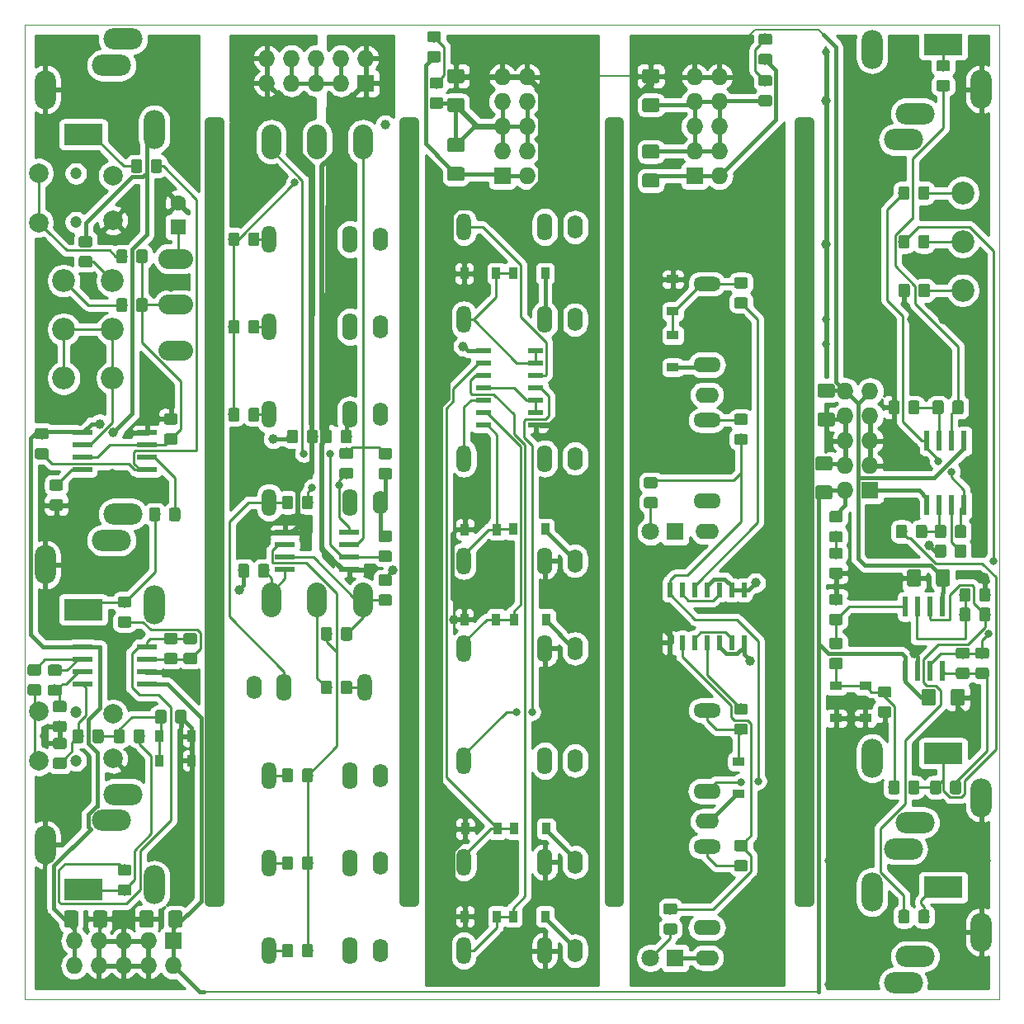
<source format=gbr>
%TF.GenerationSoftware,KiCad,Pcbnew,(5.1.0)-1*%
%TF.CreationDate,2019-10-02T21:08:55+02:00*%
%TF.ProjectId,Kicad_LFO_1_2,4b696361-645f-44c4-964f-5f315f322e6b,Rev A*%
%TF.SameCoordinates,Original*%
%TF.FileFunction,Copper,L2,Bot*%
%TF.FilePolarity,Positive*%
%FSLAX46Y46*%
G04 Gerber Fmt 4.6, Leading zero omitted, Abs format (unit mm)*
G04 Created by KiCad (PCBNEW (5.1.0)-1) date 2019-10-02 21:08:55*
%MOMM*%
%LPD*%
G04 APERTURE LIST*
%ADD10C,1.000000*%
%ADD11C,0.050000*%
%ADD12C,2.340000*%
%ADD13C,0.150000*%
%ADD14C,1.150000*%
%ADD15R,0.550000X2.000000*%
%ADD16C,1.425000*%
%ADD17R,1.200000X0.900000*%
%ADD18R,1.600000X1.600000*%
%ADD19C,1.600000*%
%ADD20O,3.556000X2.032000*%
%ADD21R,2.000000X0.550000*%
%ADD22R,1.727200X1.727200*%
%ADD23O,1.727200X1.727200*%
%ADD24R,0.900000X1.200000*%
%ADD25O,1.500000X2.800000*%
%ADD26O,1.600000X2.400000*%
%ADD27O,1.600000X2.800000*%
%ADD28O,2.032000X3.556000*%
%ADD29O,2.800000X1.600000*%
%ADD30O,2.400000X1.600000*%
%ADD31O,2.800000X1.500000*%
%ADD32R,0.600000X1.500000*%
%ADD33C,1.800000*%
%ADD34R,1.800000X1.800000*%
%ADD35O,2.200000X4.000000*%
%ADD36O,4.000000X2.200000*%
%ADD37R,4.000000X2.200000*%
%ADD38R,1.500000X0.600000*%
%ADD39C,2.000000*%
%ADD40C,1.200000*%
%ADD41C,1.000000*%
%ADD42C,0.800000*%
%ADD43C,0.400000*%
%ADD44C,0.600000*%
%ADD45C,0.250000*%
%ADD46C,0.200000*%
%ADD47C,0.500000*%
%ADD48C,0.254000*%
G04 APERTURE END LIST*
D10*
X111000000Y-60000000D02*
X111000000Y-140000000D01*
X110000000Y-140000000D02*
X111000000Y-140000000D01*
X110000000Y-60000000D02*
X111000000Y-60000000D01*
X110000000Y-140000000D02*
X110000000Y-60000000D01*
X129500000Y-140000000D02*
X130500000Y-140000000D01*
X130500000Y-60000000D02*
X130500000Y-140000000D01*
X129500000Y-60000000D02*
X130500000Y-60000000D01*
X129500000Y-140000000D02*
X129500000Y-60000000D01*
X90000000Y-60000000D02*
X90000000Y-140000000D01*
X89000000Y-60000000D02*
X90000000Y-60000000D01*
X89000000Y-140000000D02*
X90000000Y-140000000D01*
X89000000Y-140000000D02*
X89000000Y-60000000D01*
X69000000Y-60000000D02*
X70000000Y-60000000D01*
X69000000Y-140000000D02*
X69000000Y-60000000D01*
X69000000Y-140000000D02*
X70000000Y-140000000D01*
X70000000Y-60000000D02*
X70000000Y-140000000D01*
D11*
X150000000Y-50000000D02*
X50000000Y-50000000D01*
X150000000Y-150000000D02*
X150000000Y-50000000D01*
X50000000Y-150000000D02*
X150000000Y-150000000D01*
X50000000Y-50000000D02*
X50000000Y-150000000D01*
D12*
X54000000Y-86250000D03*
X54000000Y-81250000D03*
X54000000Y-76250000D03*
X59000000Y-86250000D03*
X59000000Y-81250000D03*
X59000000Y-76250000D03*
D13*
G36*
X144724505Y-53626204D02*
G01*
X144748773Y-53629804D01*
X144772572Y-53635765D01*
X144795671Y-53644030D01*
X144817850Y-53654520D01*
X144838893Y-53667132D01*
X144858599Y-53681747D01*
X144876777Y-53698223D01*
X144893253Y-53716401D01*
X144907868Y-53736107D01*
X144920480Y-53757150D01*
X144930970Y-53779329D01*
X144939235Y-53802428D01*
X144945196Y-53826227D01*
X144948796Y-53850495D01*
X144950000Y-53874999D01*
X144950000Y-54525001D01*
X144948796Y-54549505D01*
X144945196Y-54573773D01*
X144939235Y-54597572D01*
X144930970Y-54620671D01*
X144920480Y-54642850D01*
X144907868Y-54663893D01*
X144893253Y-54683599D01*
X144876777Y-54701777D01*
X144858599Y-54718253D01*
X144838893Y-54732868D01*
X144817850Y-54745480D01*
X144795671Y-54755970D01*
X144772572Y-54764235D01*
X144748773Y-54770196D01*
X144724505Y-54773796D01*
X144700001Y-54775000D01*
X143799999Y-54775000D01*
X143775495Y-54773796D01*
X143751227Y-54770196D01*
X143727428Y-54764235D01*
X143704329Y-54755970D01*
X143682150Y-54745480D01*
X143661107Y-54732868D01*
X143641401Y-54718253D01*
X143623223Y-54701777D01*
X143606747Y-54683599D01*
X143592132Y-54663893D01*
X143579520Y-54642850D01*
X143569030Y-54620671D01*
X143560765Y-54597572D01*
X143554804Y-54573773D01*
X143551204Y-54549505D01*
X143550000Y-54525001D01*
X143550000Y-53874999D01*
X143551204Y-53850495D01*
X143554804Y-53826227D01*
X143560765Y-53802428D01*
X143569030Y-53779329D01*
X143579520Y-53757150D01*
X143592132Y-53736107D01*
X143606747Y-53716401D01*
X143623223Y-53698223D01*
X143641401Y-53681747D01*
X143661107Y-53667132D01*
X143682150Y-53654520D01*
X143704329Y-53644030D01*
X143727428Y-53635765D01*
X143751227Y-53629804D01*
X143775495Y-53626204D01*
X143799999Y-53625000D01*
X144700001Y-53625000D01*
X144724505Y-53626204D01*
X144724505Y-53626204D01*
G37*
D14*
X144250000Y-54200000D03*
D13*
G36*
X144724505Y-55676204D02*
G01*
X144748773Y-55679804D01*
X144772572Y-55685765D01*
X144795671Y-55694030D01*
X144817850Y-55704520D01*
X144838893Y-55717132D01*
X144858599Y-55731747D01*
X144876777Y-55748223D01*
X144893253Y-55766401D01*
X144907868Y-55786107D01*
X144920480Y-55807150D01*
X144930970Y-55829329D01*
X144939235Y-55852428D01*
X144945196Y-55876227D01*
X144948796Y-55900495D01*
X144950000Y-55924999D01*
X144950000Y-56575001D01*
X144948796Y-56599505D01*
X144945196Y-56623773D01*
X144939235Y-56647572D01*
X144930970Y-56670671D01*
X144920480Y-56692850D01*
X144907868Y-56713893D01*
X144893253Y-56733599D01*
X144876777Y-56751777D01*
X144858599Y-56768253D01*
X144838893Y-56782868D01*
X144817850Y-56795480D01*
X144795671Y-56805970D01*
X144772572Y-56814235D01*
X144748773Y-56820196D01*
X144724505Y-56823796D01*
X144700001Y-56825000D01*
X143799999Y-56825000D01*
X143775495Y-56823796D01*
X143751227Y-56820196D01*
X143727428Y-56814235D01*
X143704329Y-56805970D01*
X143682150Y-56795480D01*
X143661107Y-56782868D01*
X143641401Y-56768253D01*
X143623223Y-56751777D01*
X143606747Y-56733599D01*
X143592132Y-56713893D01*
X143579520Y-56692850D01*
X143569030Y-56670671D01*
X143560765Y-56647572D01*
X143554804Y-56623773D01*
X143551204Y-56599505D01*
X143550000Y-56575001D01*
X143550000Y-55924999D01*
X143551204Y-55900495D01*
X143554804Y-55876227D01*
X143560765Y-55852428D01*
X143569030Y-55829329D01*
X143579520Y-55807150D01*
X143592132Y-55786107D01*
X143606747Y-55766401D01*
X143623223Y-55748223D01*
X143641401Y-55731747D01*
X143661107Y-55717132D01*
X143682150Y-55704520D01*
X143704329Y-55694030D01*
X143727428Y-55685765D01*
X143751227Y-55679804D01*
X143775495Y-55676204D01*
X143799999Y-55675000D01*
X144700001Y-55675000D01*
X144724505Y-55676204D01*
X144724505Y-55676204D01*
G37*
D14*
X144250000Y-56250000D03*
D13*
G36*
X146374505Y-103301204D02*
G01*
X146398773Y-103304804D01*
X146422572Y-103310765D01*
X146445671Y-103319030D01*
X146467850Y-103329520D01*
X146488893Y-103342132D01*
X146508599Y-103356747D01*
X146526777Y-103373223D01*
X146543253Y-103391401D01*
X146557868Y-103411107D01*
X146570480Y-103432150D01*
X146580970Y-103454329D01*
X146589235Y-103477428D01*
X146595196Y-103501227D01*
X146598796Y-103525495D01*
X146600000Y-103549999D01*
X146600000Y-104450001D01*
X146598796Y-104474505D01*
X146595196Y-104498773D01*
X146589235Y-104522572D01*
X146580970Y-104545671D01*
X146570480Y-104567850D01*
X146557868Y-104588893D01*
X146543253Y-104608599D01*
X146526777Y-104626777D01*
X146508599Y-104643253D01*
X146488893Y-104657868D01*
X146467850Y-104670480D01*
X146445671Y-104680970D01*
X146422572Y-104689235D01*
X146398773Y-104695196D01*
X146374505Y-104698796D01*
X146350001Y-104700000D01*
X145699999Y-104700000D01*
X145675495Y-104698796D01*
X145651227Y-104695196D01*
X145627428Y-104689235D01*
X145604329Y-104680970D01*
X145582150Y-104670480D01*
X145561107Y-104657868D01*
X145541401Y-104643253D01*
X145523223Y-104626777D01*
X145506747Y-104608599D01*
X145492132Y-104588893D01*
X145479520Y-104567850D01*
X145469030Y-104545671D01*
X145460765Y-104522572D01*
X145454804Y-104498773D01*
X145451204Y-104474505D01*
X145450000Y-104450001D01*
X145450000Y-103549999D01*
X145451204Y-103525495D01*
X145454804Y-103501227D01*
X145460765Y-103477428D01*
X145469030Y-103454329D01*
X145479520Y-103432150D01*
X145492132Y-103411107D01*
X145506747Y-103391401D01*
X145523223Y-103373223D01*
X145541401Y-103356747D01*
X145561107Y-103342132D01*
X145582150Y-103329520D01*
X145604329Y-103319030D01*
X145627428Y-103310765D01*
X145651227Y-103304804D01*
X145675495Y-103301204D01*
X145699999Y-103300000D01*
X146350001Y-103300000D01*
X146374505Y-103301204D01*
X146374505Y-103301204D01*
G37*
D14*
X146025000Y-104000000D03*
D13*
G36*
X144324505Y-103301204D02*
G01*
X144348773Y-103304804D01*
X144372572Y-103310765D01*
X144395671Y-103319030D01*
X144417850Y-103329520D01*
X144438893Y-103342132D01*
X144458599Y-103356747D01*
X144476777Y-103373223D01*
X144493253Y-103391401D01*
X144507868Y-103411107D01*
X144520480Y-103432150D01*
X144530970Y-103454329D01*
X144539235Y-103477428D01*
X144545196Y-103501227D01*
X144548796Y-103525495D01*
X144550000Y-103549999D01*
X144550000Y-104450001D01*
X144548796Y-104474505D01*
X144545196Y-104498773D01*
X144539235Y-104522572D01*
X144530970Y-104545671D01*
X144520480Y-104567850D01*
X144507868Y-104588893D01*
X144493253Y-104608599D01*
X144476777Y-104626777D01*
X144458599Y-104643253D01*
X144438893Y-104657868D01*
X144417850Y-104670480D01*
X144395671Y-104680970D01*
X144372572Y-104689235D01*
X144348773Y-104695196D01*
X144324505Y-104698796D01*
X144300001Y-104700000D01*
X143649999Y-104700000D01*
X143625495Y-104698796D01*
X143601227Y-104695196D01*
X143577428Y-104689235D01*
X143554329Y-104680970D01*
X143532150Y-104670480D01*
X143511107Y-104657868D01*
X143491401Y-104643253D01*
X143473223Y-104626777D01*
X143456747Y-104608599D01*
X143442132Y-104588893D01*
X143429520Y-104567850D01*
X143419030Y-104545671D01*
X143410765Y-104522572D01*
X143404804Y-104498773D01*
X143401204Y-104474505D01*
X143400000Y-104450001D01*
X143400000Y-103549999D01*
X143401204Y-103525495D01*
X143404804Y-103501227D01*
X143410765Y-103477428D01*
X143419030Y-103454329D01*
X143429520Y-103432150D01*
X143442132Y-103411107D01*
X143456747Y-103391401D01*
X143473223Y-103373223D01*
X143491401Y-103356747D01*
X143511107Y-103342132D01*
X143532150Y-103329520D01*
X143554329Y-103319030D01*
X143577428Y-103310765D01*
X143601227Y-103304804D01*
X143625495Y-103301204D01*
X143649999Y-103300000D01*
X144300001Y-103300000D01*
X144324505Y-103301204D01*
X144324505Y-103301204D01*
G37*
D14*
X143975000Y-104000000D03*
D13*
G36*
X133724505Y-99901204D02*
G01*
X133748773Y-99904804D01*
X133772572Y-99910765D01*
X133795671Y-99919030D01*
X133817850Y-99929520D01*
X133838893Y-99942132D01*
X133858599Y-99956747D01*
X133876777Y-99973223D01*
X133893253Y-99991401D01*
X133907868Y-100011107D01*
X133920480Y-100032150D01*
X133930970Y-100054329D01*
X133939235Y-100077428D01*
X133945196Y-100101227D01*
X133948796Y-100125495D01*
X133950000Y-100149999D01*
X133950000Y-100800001D01*
X133948796Y-100824505D01*
X133945196Y-100848773D01*
X133939235Y-100872572D01*
X133930970Y-100895671D01*
X133920480Y-100917850D01*
X133907868Y-100938893D01*
X133893253Y-100958599D01*
X133876777Y-100976777D01*
X133858599Y-100993253D01*
X133838893Y-101007868D01*
X133817850Y-101020480D01*
X133795671Y-101030970D01*
X133772572Y-101039235D01*
X133748773Y-101045196D01*
X133724505Y-101048796D01*
X133700001Y-101050000D01*
X132799999Y-101050000D01*
X132775495Y-101048796D01*
X132751227Y-101045196D01*
X132727428Y-101039235D01*
X132704329Y-101030970D01*
X132682150Y-101020480D01*
X132661107Y-101007868D01*
X132641401Y-100993253D01*
X132623223Y-100976777D01*
X132606747Y-100958599D01*
X132592132Y-100938893D01*
X132579520Y-100917850D01*
X132569030Y-100895671D01*
X132560765Y-100872572D01*
X132554804Y-100848773D01*
X132551204Y-100824505D01*
X132550000Y-100800001D01*
X132550000Y-100149999D01*
X132551204Y-100125495D01*
X132554804Y-100101227D01*
X132560765Y-100077428D01*
X132569030Y-100054329D01*
X132579520Y-100032150D01*
X132592132Y-100011107D01*
X132606747Y-99991401D01*
X132623223Y-99973223D01*
X132641401Y-99956747D01*
X132661107Y-99942132D01*
X132682150Y-99929520D01*
X132704329Y-99919030D01*
X132727428Y-99910765D01*
X132751227Y-99904804D01*
X132775495Y-99901204D01*
X132799999Y-99900000D01*
X133700001Y-99900000D01*
X133724505Y-99901204D01*
X133724505Y-99901204D01*
G37*
D14*
X133250000Y-100475000D03*
D13*
G36*
X133724505Y-101951204D02*
G01*
X133748773Y-101954804D01*
X133772572Y-101960765D01*
X133795671Y-101969030D01*
X133817850Y-101979520D01*
X133838893Y-101992132D01*
X133858599Y-102006747D01*
X133876777Y-102023223D01*
X133893253Y-102041401D01*
X133907868Y-102061107D01*
X133920480Y-102082150D01*
X133930970Y-102104329D01*
X133939235Y-102127428D01*
X133945196Y-102151227D01*
X133948796Y-102175495D01*
X133950000Y-102199999D01*
X133950000Y-102850001D01*
X133948796Y-102874505D01*
X133945196Y-102898773D01*
X133939235Y-102922572D01*
X133930970Y-102945671D01*
X133920480Y-102967850D01*
X133907868Y-102988893D01*
X133893253Y-103008599D01*
X133876777Y-103026777D01*
X133858599Y-103043253D01*
X133838893Y-103057868D01*
X133817850Y-103070480D01*
X133795671Y-103080970D01*
X133772572Y-103089235D01*
X133748773Y-103095196D01*
X133724505Y-103098796D01*
X133700001Y-103100000D01*
X132799999Y-103100000D01*
X132775495Y-103098796D01*
X132751227Y-103095196D01*
X132727428Y-103089235D01*
X132704329Y-103080970D01*
X132682150Y-103070480D01*
X132661107Y-103057868D01*
X132641401Y-103043253D01*
X132623223Y-103026777D01*
X132606747Y-103008599D01*
X132592132Y-102988893D01*
X132579520Y-102967850D01*
X132569030Y-102945671D01*
X132560765Y-102922572D01*
X132554804Y-102898773D01*
X132551204Y-102874505D01*
X132550000Y-102850001D01*
X132550000Y-102199999D01*
X132551204Y-102175495D01*
X132554804Y-102151227D01*
X132560765Y-102127428D01*
X132569030Y-102104329D01*
X132579520Y-102082150D01*
X132592132Y-102061107D01*
X132606747Y-102041401D01*
X132623223Y-102023223D01*
X132641401Y-102006747D01*
X132661107Y-101992132D01*
X132682150Y-101979520D01*
X132704329Y-101969030D01*
X132727428Y-101960765D01*
X132751227Y-101954804D01*
X132775495Y-101951204D01*
X132799999Y-101950000D01*
X133700001Y-101950000D01*
X133724505Y-101951204D01*
X133724505Y-101951204D01*
G37*
D14*
X133250000Y-102525000D03*
D13*
G36*
X148874505Y-107801204D02*
G01*
X148898773Y-107804804D01*
X148922572Y-107810765D01*
X148945671Y-107819030D01*
X148967850Y-107829520D01*
X148988893Y-107842132D01*
X149008599Y-107856747D01*
X149026777Y-107873223D01*
X149043253Y-107891401D01*
X149057868Y-107911107D01*
X149070480Y-107932150D01*
X149080970Y-107954329D01*
X149089235Y-107977428D01*
X149095196Y-108001227D01*
X149098796Y-108025495D01*
X149100000Y-108049999D01*
X149100000Y-108950001D01*
X149098796Y-108974505D01*
X149095196Y-108998773D01*
X149089235Y-109022572D01*
X149080970Y-109045671D01*
X149070480Y-109067850D01*
X149057868Y-109088893D01*
X149043253Y-109108599D01*
X149026777Y-109126777D01*
X149008599Y-109143253D01*
X148988893Y-109157868D01*
X148967850Y-109170480D01*
X148945671Y-109180970D01*
X148922572Y-109189235D01*
X148898773Y-109195196D01*
X148874505Y-109198796D01*
X148850001Y-109200000D01*
X148199999Y-109200000D01*
X148175495Y-109198796D01*
X148151227Y-109195196D01*
X148127428Y-109189235D01*
X148104329Y-109180970D01*
X148082150Y-109170480D01*
X148061107Y-109157868D01*
X148041401Y-109143253D01*
X148023223Y-109126777D01*
X148006747Y-109108599D01*
X147992132Y-109088893D01*
X147979520Y-109067850D01*
X147969030Y-109045671D01*
X147960765Y-109022572D01*
X147954804Y-108998773D01*
X147951204Y-108974505D01*
X147950000Y-108950001D01*
X147950000Y-108049999D01*
X147951204Y-108025495D01*
X147954804Y-108001227D01*
X147960765Y-107977428D01*
X147969030Y-107954329D01*
X147979520Y-107932150D01*
X147992132Y-107911107D01*
X148006747Y-107891401D01*
X148023223Y-107873223D01*
X148041401Y-107856747D01*
X148061107Y-107842132D01*
X148082150Y-107829520D01*
X148104329Y-107819030D01*
X148127428Y-107810765D01*
X148151227Y-107804804D01*
X148175495Y-107801204D01*
X148199999Y-107800000D01*
X148850001Y-107800000D01*
X148874505Y-107801204D01*
X148874505Y-107801204D01*
G37*
D14*
X148525000Y-108500000D03*
D13*
G36*
X146824505Y-107801204D02*
G01*
X146848773Y-107804804D01*
X146872572Y-107810765D01*
X146895671Y-107819030D01*
X146917850Y-107829520D01*
X146938893Y-107842132D01*
X146958599Y-107856747D01*
X146976777Y-107873223D01*
X146993253Y-107891401D01*
X147007868Y-107911107D01*
X147020480Y-107932150D01*
X147030970Y-107954329D01*
X147039235Y-107977428D01*
X147045196Y-108001227D01*
X147048796Y-108025495D01*
X147050000Y-108049999D01*
X147050000Y-108950001D01*
X147048796Y-108974505D01*
X147045196Y-108998773D01*
X147039235Y-109022572D01*
X147030970Y-109045671D01*
X147020480Y-109067850D01*
X147007868Y-109088893D01*
X146993253Y-109108599D01*
X146976777Y-109126777D01*
X146958599Y-109143253D01*
X146938893Y-109157868D01*
X146917850Y-109170480D01*
X146895671Y-109180970D01*
X146872572Y-109189235D01*
X146848773Y-109195196D01*
X146824505Y-109198796D01*
X146800001Y-109200000D01*
X146149999Y-109200000D01*
X146125495Y-109198796D01*
X146101227Y-109195196D01*
X146077428Y-109189235D01*
X146054329Y-109180970D01*
X146032150Y-109170480D01*
X146011107Y-109157868D01*
X145991401Y-109143253D01*
X145973223Y-109126777D01*
X145956747Y-109108599D01*
X145942132Y-109088893D01*
X145929520Y-109067850D01*
X145919030Y-109045671D01*
X145910765Y-109022572D01*
X145904804Y-108998773D01*
X145901204Y-108974505D01*
X145900000Y-108950001D01*
X145900000Y-108049999D01*
X145901204Y-108025495D01*
X145904804Y-108001227D01*
X145910765Y-107977428D01*
X145919030Y-107954329D01*
X145929520Y-107932150D01*
X145942132Y-107911107D01*
X145956747Y-107891401D01*
X145973223Y-107873223D01*
X145991401Y-107856747D01*
X146011107Y-107842132D01*
X146032150Y-107829520D01*
X146054329Y-107819030D01*
X146077428Y-107810765D01*
X146101227Y-107804804D01*
X146125495Y-107801204D01*
X146149999Y-107800000D01*
X146800001Y-107800000D01*
X146824505Y-107801204D01*
X146824505Y-107801204D01*
G37*
D14*
X146475000Y-108500000D03*
D13*
G36*
X146374505Y-101301204D02*
G01*
X146398773Y-101304804D01*
X146422572Y-101310765D01*
X146445671Y-101319030D01*
X146467850Y-101329520D01*
X146488893Y-101342132D01*
X146508599Y-101356747D01*
X146526777Y-101373223D01*
X146543253Y-101391401D01*
X146557868Y-101411107D01*
X146570480Y-101432150D01*
X146580970Y-101454329D01*
X146589235Y-101477428D01*
X146595196Y-101501227D01*
X146598796Y-101525495D01*
X146600000Y-101549999D01*
X146600000Y-102450001D01*
X146598796Y-102474505D01*
X146595196Y-102498773D01*
X146589235Y-102522572D01*
X146580970Y-102545671D01*
X146570480Y-102567850D01*
X146557868Y-102588893D01*
X146543253Y-102608599D01*
X146526777Y-102626777D01*
X146508599Y-102643253D01*
X146488893Y-102657868D01*
X146467850Y-102670480D01*
X146445671Y-102680970D01*
X146422572Y-102689235D01*
X146398773Y-102695196D01*
X146374505Y-102698796D01*
X146350001Y-102700000D01*
X145699999Y-102700000D01*
X145675495Y-102698796D01*
X145651227Y-102695196D01*
X145627428Y-102689235D01*
X145604329Y-102680970D01*
X145582150Y-102670480D01*
X145561107Y-102657868D01*
X145541401Y-102643253D01*
X145523223Y-102626777D01*
X145506747Y-102608599D01*
X145492132Y-102588893D01*
X145479520Y-102567850D01*
X145469030Y-102545671D01*
X145460765Y-102522572D01*
X145454804Y-102498773D01*
X145451204Y-102474505D01*
X145450000Y-102450001D01*
X145450000Y-101549999D01*
X145451204Y-101525495D01*
X145454804Y-101501227D01*
X145460765Y-101477428D01*
X145469030Y-101454329D01*
X145479520Y-101432150D01*
X145492132Y-101411107D01*
X145506747Y-101391401D01*
X145523223Y-101373223D01*
X145541401Y-101356747D01*
X145561107Y-101342132D01*
X145582150Y-101329520D01*
X145604329Y-101319030D01*
X145627428Y-101310765D01*
X145651227Y-101304804D01*
X145675495Y-101301204D01*
X145699999Y-101300000D01*
X146350001Y-101300000D01*
X146374505Y-101301204D01*
X146374505Y-101301204D01*
G37*
D14*
X146025000Y-102000000D03*
D13*
G36*
X144324505Y-101301204D02*
G01*
X144348773Y-101304804D01*
X144372572Y-101310765D01*
X144395671Y-101319030D01*
X144417850Y-101329520D01*
X144438893Y-101342132D01*
X144458599Y-101356747D01*
X144476777Y-101373223D01*
X144493253Y-101391401D01*
X144507868Y-101411107D01*
X144520480Y-101432150D01*
X144530970Y-101454329D01*
X144539235Y-101477428D01*
X144545196Y-101501227D01*
X144548796Y-101525495D01*
X144550000Y-101549999D01*
X144550000Y-102450001D01*
X144548796Y-102474505D01*
X144545196Y-102498773D01*
X144539235Y-102522572D01*
X144530970Y-102545671D01*
X144520480Y-102567850D01*
X144507868Y-102588893D01*
X144493253Y-102608599D01*
X144476777Y-102626777D01*
X144458599Y-102643253D01*
X144438893Y-102657868D01*
X144417850Y-102670480D01*
X144395671Y-102680970D01*
X144372572Y-102689235D01*
X144348773Y-102695196D01*
X144324505Y-102698796D01*
X144300001Y-102700000D01*
X143649999Y-102700000D01*
X143625495Y-102698796D01*
X143601227Y-102695196D01*
X143577428Y-102689235D01*
X143554329Y-102680970D01*
X143532150Y-102670480D01*
X143511107Y-102657868D01*
X143491401Y-102643253D01*
X143473223Y-102626777D01*
X143456747Y-102608599D01*
X143442132Y-102588893D01*
X143429520Y-102567850D01*
X143419030Y-102545671D01*
X143410765Y-102522572D01*
X143404804Y-102498773D01*
X143401204Y-102474505D01*
X143400000Y-102450001D01*
X143400000Y-101549999D01*
X143401204Y-101525495D01*
X143404804Y-101501227D01*
X143410765Y-101477428D01*
X143419030Y-101454329D01*
X143429520Y-101432150D01*
X143442132Y-101411107D01*
X143456747Y-101391401D01*
X143473223Y-101373223D01*
X143491401Y-101356747D01*
X143511107Y-101342132D01*
X143532150Y-101329520D01*
X143554329Y-101319030D01*
X143577428Y-101310765D01*
X143601227Y-101304804D01*
X143625495Y-101301204D01*
X143649999Y-101300000D01*
X144300001Y-101300000D01*
X144324505Y-101301204D01*
X144324505Y-101301204D01*
G37*
D14*
X143975000Y-102000000D03*
D15*
X146405000Y-99300000D03*
X145135000Y-99300000D03*
X143865000Y-99300000D03*
X142595000Y-99300000D03*
X142595000Y-92700000D03*
X143865000Y-92700000D03*
X145135000Y-92700000D03*
X146405000Y-92700000D03*
D13*
G36*
X148724505Y-115951204D02*
G01*
X148748773Y-115954804D01*
X148772572Y-115960765D01*
X148795671Y-115969030D01*
X148817850Y-115979520D01*
X148838893Y-115992132D01*
X148858599Y-116006747D01*
X148876777Y-116023223D01*
X148893253Y-116041401D01*
X148907868Y-116061107D01*
X148920480Y-116082150D01*
X148930970Y-116104329D01*
X148939235Y-116127428D01*
X148945196Y-116151227D01*
X148948796Y-116175495D01*
X148950000Y-116199999D01*
X148950000Y-116850001D01*
X148948796Y-116874505D01*
X148945196Y-116898773D01*
X148939235Y-116922572D01*
X148930970Y-116945671D01*
X148920480Y-116967850D01*
X148907868Y-116988893D01*
X148893253Y-117008599D01*
X148876777Y-117026777D01*
X148858599Y-117043253D01*
X148838893Y-117057868D01*
X148817850Y-117070480D01*
X148795671Y-117080970D01*
X148772572Y-117089235D01*
X148748773Y-117095196D01*
X148724505Y-117098796D01*
X148700001Y-117100000D01*
X147799999Y-117100000D01*
X147775495Y-117098796D01*
X147751227Y-117095196D01*
X147727428Y-117089235D01*
X147704329Y-117080970D01*
X147682150Y-117070480D01*
X147661107Y-117057868D01*
X147641401Y-117043253D01*
X147623223Y-117026777D01*
X147606747Y-117008599D01*
X147592132Y-116988893D01*
X147579520Y-116967850D01*
X147569030Y-116945671D01*
X147560765Y-116922572D01*
X147554804Y-116898773D01*
X147551204Y-116874505D01*
X147550000Y-116850001D01*
X147550000Y-116199999D01*
X147551204Y-116175495D01*
X147554804Y-116151227D01*
X147560765Y-116127428D01*
X147569030Y-116104329D01*
X147579520Y-116082150D01*
X147592132Y-116061107D01*
X147606747Y-116041401D01*
X147623223Y-116023223D01*
X147641401Y-116006747D01*
X147661107Y-115992132D01*
X147682150Y-115979520D01*
X147704329Y-115969030D01*
X147727428Y-115960765D01*
X147751227Y-115954804D01*
X147775495Y-115951204D01*
X147799999Y-115950000D01*
X148700001Y-115950000D01*
X148724505Y-115951204D01*
X148724505Y-115951204D01*
G37*
D14*
X148250000Y-116525000D03*
D13*
G36*
X148724505Y-113901204D02*
G01*
X148748773Y-113904804D01*
X148772572Y-113910765D01*
X148795671Y-113919030D01*
X148817850Y-113929520D01*
X148838893Y-113942132D01*
X148858599Y-113956747D01*
X148876777Y-113973223D01*
X148893253Y-113991401D01*
X148907868Y-114011107D01*
X148920480Y-114032150D01*
X148930970Y-114054329D01*
X148939235Y-114077428D01*
X148945196Y-114101227D01*
X148948796Y-114125495D01*
X148950000Y-114149999D01*
X148950000Y-114800001D01*
X148948796Y-114824505D01*
X148945196Y-114848773D01*
X148939235Y-114872572D01*
X148930970Y-114895671D01*
X148920480Y-114917850D01*
X148907868Y-114938893D01*
X148893253Y-114958599D01*
X148876777Y-114976777D01*
X148858599Y-114993253D01*
X148838893Y-115007868D01*
X148817850Y-115020480D01*
X148795671Y-115030970D01*
X148772572Y-115039235D01*
X148748773Y-115045196D01*
X148724505Y-115048796D01*
X148700001Y-115050000D01*
X147799999Y-115050000D01*
X147775495Y-115048796D01*
X147751227Y-115045196D01*
X147727428Y-115039235D01*
X147704329Y-115030970D01*
X147682150Y-115020480D01*
X147661107Y-115007868D01*
X147641401Y-114993253D01*
X147623223Y-114976777D01*
X147606747Y-114958599D01*
X147592132Y-114938893D01*
X147579520Y-114917850D01*
X147569030Y-114895671D01*
X147560765Y-114872572D01*
X147554804Y-114848773D01*
X147551204Y-114824505D01*
X147550000Y-114800001D01*
X147550000Y-114149999D01*
X147551204Y-114125495D01*
X147554804Y-114101227D01*
X147560765Y-114077428D01*
X147569030Y-114054329D01*
X147579520Y-114032150D01*
X147592132Y-114011107D01*
X147606747Y-113991401D01*
X147623223Y-113973223D01*
X147641401Y-113956747D01*
X147661107Y-113942132D01*
X147682150Y-113929520D01*
X147704329Y-113919030D01*
X147727428Y-113910765D01*
X147751227Y-113904804D01*
X147775495Y-113901204D01*
X147799999Y-113900000D01*
X148700001Y-113900000D01*
X148724505Y-113901204D01*
X148724505Y-113901204D01*
G37*
D14*
X148250000Y-114475000D03*
D13*
G36*
X133724505Y-114951204D02*
G01*
X133748773Y-114954804D01*
X133772572Y-114960765D01*
X133795671Y-114969030D01*
X133817850Y-114979520D01*
X133838893Y-114992132D01*
X133858599Y-115006747D01*
X133876777Y-115023223D01*
X133893253Y-115041401D01*
X133907868Y-115061107D01*
X133920480Y-115082150D01*
X133930970Y-115104329D01*
X133939235Y-115127428D01*
X133945196Y-115151227D01*
X133948796Y-115175495D01*
X133950000Y-115199999D01*
X133950000Y-115850001D01*
X133948796Y-115874505D01*
X133945196Y-115898773D01*
X133939235Y-115922572D01*
X133930970Y-115945671D01*
X133920480Y-115967850D01*
X133907868Y-115988893D01*
X133893253Y-116008599D01*
X133876777Y-116026777D01*
X133858599Y-116043253D01*
X133838893Y-116057868D01*
X133817850Y-116070480D01*
X133795671Y-116080970D01*
X133772572Y-116089235D01*
X133748773Y-116095196D01*
X133724505Y-116098796D01*
X133700001Y-116100000D01*
X132799999Y-116100000D01*
X132775495Y-116098796D01*
X132751227Y-116095196D01*
X132727428Y-116089235D01*
X132704329Y-116080970D01*
X132682150Y-116070480D01*
X132661107Y-116057868D01*
X132641401Y-116043253D01*
X132623223Y-116026777D01*
X132606747Y-116008599D01*
X132592132Y-115988893D01*
X132579520Y-115967850D01*
X132569030Y-115945671D01*
X132560765Y-115922572D01*
X132554804Y-115898773D01*
X132551204Y-115874505D01*
X132550000Y-115850001D01*
X132550000Y-115199999D01*
X132551204Y-115175495D01*
X132554804Y-115151227D01*
X132560765Y-115127428D01*
X132569030Y-115104329D01*
X132579520Y-115082150D01*
X132592132Y-115061107D01*
X132606747Y-115041401D01*
X132623223Y-115023223D01*
X132641401Y-115006747D01*
X132661107Y-114992132D01*
X132682150Y-114979520D01*
X132704329Y-114969030D01*
X132727428Y-114960765D01*
X132751227Y-114954804D01*
X132775495Y-114951204D01*
X132799999Y-114950000D01*
X133700001Y-114950000D01*
X133724505Y-114951204D01*
X133724505Y-114951204D01*
G37*
D14*
X133250000Y-115525000D03*
D13*
G36*
X133724505Y-112901204D02*
G01*
X133748773Y-112904804D01*
X133772572Y-112910765D01*
X133795671Y-112919030D01*
X133817850Y-112929520D01*
X133838893Y-112942132D01*
X133858599Y-112956747D01*
X133876777Y-112973223D01*
X133893253Y-112991401D01*
X133907868Y-113011107D01*
X133920480Y-113032150D01*
X133930970Y-113054329D01*
X133939235Y-113077428D01*
X133945196Y-113101227D01*
X133948796Y-113125495D01*
X133950000Y-113149999D01*
X133950000Y-113800001D01*
X133948796Y-113824505D01*
X133945196Y-113848773D01*
X133939235Y-113872572D01*
X133930970Y-113895671D01*
X133920480Y-113917850D01*
X133907868Y-113938893D01*
X133893253Y-113958599D01*
X133876777Y-113976777D01*
X133858599Y-113993253D01*
X133838893Y-114007868D01*
X133817850Y-114020480D01*
X133795671Y-114030970D01*
X133772572Y-114039235D01*
X133748773Y-114045196D01*
X133724505Y-114048796D01*
X133700001Y-114050000D01*
X132799999Y-114050000D01*
X132775495Y-114048796D01*
X132751227Y-114045196D01*
X132727428Y-114039235D01*
X132704329Y-114030970D01*
X132682150Y-114020480D01*
X132661107Y-114007868D01*
X132641401Y-113993253D01*
X132623223Y-113976777D01*
X132606747Y-113958599D01*
X132592132Y-113938893D01*
X132579520Y-113917850D01*
X132569030Y-113895671D01*
X132560765Y-113872572D01*
X132554804Y-113848773D01*
X132551204Y-113824505D01*
X132550000Y-113800001D01*
X132550000Y-113149999D01*
X132551204Y-113125495D01*
X132554804Y-113101227D01*
X132560765Y-113077428D01*
X132569030Y-113054329D01*
X132579520Y-113032150D01*
X132592132Y-113011107D01*
X132606747Y-112991401D01*
X132623223Y-112973223D01*
X132641401Y-112956747D01*
X132661107Y-112942132D01*
X132682150Y-112929520D01*
X132704329Y-112919030D01*
X132727428Y-112910765D01*
X132751227Y-112904804D01*
X132775495Y-112901204D01*
X132799999Y-112900000D01*
X133700001Y-112900000D01*
X133724505Y-112901204D01*
X133724505Y-112901204D01*
G37*
D14*
X133250000Y-113475000D03*
D13*
G36*
X133724505Y-110451204D02*
G01*
X133748773Y-110454804D01*
X133772572Y-110460765D01*
X133795671Y-110469030D01*
X133817850Y-110479520D01*
X133838893Y-110492132D01*
X133858599Y-110506747D01*
X133876777Y-110523223D01*
X133893253Y-110541401D01*
X133907868Y-110561107D01*
X133920480Y-110582150D01*
X133930970Y-110604329D01*
X133939235Y-110627428D01*
X133945196Y-110651227D01*
X133948796Y-110675495D01*
X133950000Y-110699999D01*
X133950000Y-111350001D01*
X133948796Y-111374505D01*
X133945196Y-111398773D01*
X133939235Y-111422572D01*
X133930970Y-111445671D01*
X133920480Y-111467850D01*
X133907868Y-111488893D01*
X133893253Y-111508599D01*
X133876777Y-111526777D01*
X133858599Y-111543253D01*
X133838893Y-111557868D01*
X133817850Y-111570480D01*
X133795671Y-111580970D01*
X133772572Y-111589235D01*
X133748773Y-111595196D01*
X133724505Y-111598796D01*
X133700001Y-111600000D01*
X132799999Y-111600000D01*
X132775495Y-111598796D01*
X132751227Y-111595196D01*
X132727428Y-111589235D01*
X132704329Y-111580970D01*
X132682150Y-111570480D01*
X132661107Y-111557868D01*
X132641401Y-111543253D01*
X132623223Y-111526777D01*
X132606747Y-111508599D01*
X132592132Y-111488893D01*
X132579520Y-111467850D01*
X132569030Y-111445671D01*
X132560765Y-111422572D01*
X132554804Y-111398773D01*
X132551204Y-111374505D01*
X132550000Y-111350001D01*
X132550000Y-110699999D01*
X132551204Y-110675495D01*
X132554804Y-110651227D01*
X132560765Y-110627428D01*
X132569030Y-110604329D01*
X132579520Y-110582150D01*
X132592132Y-110561107D01*
X132606747Y-110541401D01*
X132623223Y-110523223D01*
X132641401Y-110506747D01*
X132661107Y-110492132D01*
X132682150Y-110479520D01*
X132704329Y-110469030D01*
X132727428Y-110460765D01*
X132751227Y-110454804D01*
X132775495Y-110451204D01*
X132799999Y-110450000D01*
X133700001Y-110450000D01*
X133724505Y-110451204D01*
X133724505Y-110451204D01*
G37*
D14*
X133250000Y-111025000D03*
D13*
G36*
X133724505Y-108401204D02*
G01*
X133748773Y-108404804D01*
X133772572Y-108410765D01*
X133795671Y-108419030D01*
X133817850Y-108429520D01*
X133838893Y-108442132D01*
X133858599Y-108456747D01*
X133876777Y-108473223D01*
X133893253Y-108491401D01*
X133907868Y-108511107D01*
X133920480Y-108532150D01*
X133930970Y-108554329D01*
X133939235Y-108577428D01*
X133945196Y-108601227D01*
X133948796Y-108625495D01*
X133950000Y-108649999D01*
X133950000Y-109300001D01*
X133948796Y-109324505D01*
X133945196Y-109348773D01*
X133939235Y-109372572D01*
X133930970Y-109395671D01*
X133920480Y-109417850D01*
X133907868Y-109438893D01*
X133893253Y-109458599D01*
X133876777Y-109476777D01*
X133858599Y-109493253D01*
X133838893Y-109507868D01*
X133817850Y-109520480D01*
X133795671Y-109530970D01*
X133772572Y-109539235D01*
X133748773Y-109545196D01*
X133724505Y-109548796D01*
X133700001Y-109550000D01*
X132799999Y-109550000D01*
X132775495Y-109548796D01*
X132751227Y-109545196D01*
X132727428Y-109539235D01*
X132704329Y-109530970D01*
X132682150Y-109520480D01*
X132661107Y-109507868D01*
X132641401Y-109493253D01*
X132623223Y-109476777D01*
X132606747Y-109458599D01*
X132592132Y-109438893D01*
X132579520Y-109417850D01*
X132569030Y-109395671D01*
X132560765Y-109372572D01*
X132554804Y-109348773D01*
X132551204Y-109324505D01*
X132550000Y-109300001D01*
X132550000Y-108649999D01*
X132551204Y-108625495D01*
X132554804Y-108601227D01*
X132560765Y-108577428D01*
X132569030Y-108554329D01*
X132579520Y-108532150D01*
X132592132Y-108511107D01*
X132606747Y-108491401D01*
X132623223Y-108473223D01*
X132641401Y-108456747D01*
X132661107Y-108442132D01*
X132682150Y-108429520D01*
X132704329Y-108419030D01*
X132727428Y-108410765D01*
X132751227Y-108404804D01*
X132775495Y-108401204D01*
X132799999Y-108400000D01*
X133700001Y-108400000D01*
X133724505Y-108401204D01*
X133724505Y-108401204D01*
G37*
D14*
X133250000Y-108975000D03*
D13*
G36*
X140324505Y-101301204D02*
G01*
X140348773Y-101304804D01*
X140372572Y-101310765D01*
X140395671Y-101319030D01*
X140417850Y-101329520D01*
X140438893Y-101342132D01*
X140458599Y-101356747D01*
X140476777Y-101373223D01*
X140493253Y-101391401D01*
X140507868Y-101411107D01*
X140520480Y-101432150D01*
X140530970Y-101454329D01*
X140539235Y-101477428D01*
X140545196Y-101501227D01*
X140548796Y-101525495D01*
X140550000Y-101549999D01*
X140550000Y-102450001D01*
X140548796Y-102474505D01*
X140545196Y-102498773D01*
X140539235Y-102522572D01*
X140530970Y-102545671D01*
X140520480Y-102567850D01*
X140507868Y-102588893D01*
X140493253Y-102608599D01*
X140476777Y-102626777D01*
X140458599Y-102643253D01*
X140438893Y-102657868D01*
X140417850Y-102670480D01*
X140395671Y-102680970D01*
X140372572Y-102689235D01*
X140348773Y-102695196D01*
X140324505Y-102698796D01*
X140300001Y-102700000D01*
X139649999Y-102700000D01*
X139625495Y-102698796D01*
X139601227Y-102695196D01*
X139577428Y-102689235D01*
X139554329Y-102680970D01*
X139532150Y-102670480D01*
X139511107Y-102657868D01*
X139491401Y-102643253D01*
X139473223Y-102626777D01*
X139456747Y-102608599D01*
X139442132Y-102588893D01*
X139429520Y-102567850D01*
X139419030Y-102545671D01*
X139410765Y-102522572D01*
X139404804Y-102498773D01*
X139401204Y-102474505D01*
X139400000Y-102450001D01*
X139400000Y-101549999D01*
X139401204Y-101525495D01*
X139404804Y-101501227D01*
X139410765Y-101477428D01*
X139419030Y-101454329D01*
X139429520Y-101432150D01*
X139442132Y-101411107D01*
X139456747Y-101391401D01*
X139473223Y-101373223D01*
X139491401Y-101356747D01*
X139511107Y-101342132D01*
X139532150Y-101329520D01*
X139554329Y-101319030D01*
X139577428Y-101310765D01*
X139601227Y-101304804D01*
X139625495Y-101301204D01*
X139649999Y-101300000D01*
X140300001Y-101300000D01*
X140324505Y-101301204D01*
X140324505Y-101301204D01*
G37*
D14*
X139975000Y-102000000D03*
D13*
G36*
X142374505Y-101301204D02*
G01*
X142398773Y-101304804D01*
X142422572Y-101310765D01*
X142445671Y-101319030D01*
X142467850Y-101329520D01*
X142488893Y-101342132D01*
X142508599Y-101356747D01*
X142526777Y-101373223D01*
X142543253Y-101391401D01*
X142557868Y-101411107D01*
X142570480Y-101432150D01*
X142580970Y-101454329D01*
X142589235Y-101477428D01*
X142595196Y-101501227D01*
X142598796Y-101525495D01*
X142600000Y-101549999D01*
X142600000Y-102450001D01*
X142598796Y-102474505D01*
X142595196Y-102498773D01*
X142589235Y-102522572D01*
X142580970Y-102545671D01*
X142570480Y-102567850D01*
X142557868Y-102588893D01*
X142543253Y-102608599D01*
X142526777Y-102626777D01*
X142508599Y-102643253D01*
X142488893Y-102657868D01*
X142467850Y-102670480D01*
X142445671Y-102680970D01*
X142422572Y-102689235D01*
X142398773Y-102695196D01*
X142374505Y-102698796D01*
X142350001Y-102700000D01*
X141699999Y-102700000D01*
X141675495Y-102698796D01*
X141651227Y-102695196D01*
X141627428Y-102689235D01*
X141604329Y-102680970D01*
X141582150Y-102670480D01*
X141561107Y-102657868D01*
X141541401Y-102643253D01*
X141523223Y-102626777D01*
X141506747Y-102608599D01*
X141492132Y-102588893D01*
X141479520Y-102567850D01*
X141469030Y-102545671D01*
X141460765Y-102522572D01*
X141454804Y-102498773D01*
X141451204Y-102474505D01*
X141450000Y-102450001D01*
X141450000Y-101549999D01*
X141451204Y-101525495D01*
X141454804Y-101501227D01*
X141460765Y-101477428D01*
X141469030Y-101454329D01*
X141479520Y-101432150D01*
X141492132Y-101411107D01*
X141506747Y-101391401D01*
X141523223Y-101373223D01*
X141541401Y-101356747D01*
X141561107Y-101342132D01*
X141582150Y-101329520D01*
X141604329Y-101319030D01*
X141627428Y-101310765D01*
X141651227Y-101304804D01*
X141675495Y-101301204D01*
X141699999Y-101300000D01*
X142350001Y-101300000D01*
X142374505Y-101301204D01*
X142374505Y-101301204D01*
G37*
D14*
X142025000Y-102000000D03*
D13*
G36*
X132649504Y-94301204D02*
G01*
X132673773Y-94304804D01*
X132697571Y-94310765D01*
X132720671Y-94319030D01*
X132742849Y-94329520D01*
X132763893Y-94342133D01*
X132783598Y-94356747D01*
X132801777Y-94373223D01*
X132818253Y-94391402D01*
X132832867Y-94411107D01*
X132845480Y-94432151D01*
X132855970Y-94454329D01*
X132864235Y-94477429D01*
X132870196Y-94501227D01*
X132873796Y-94525496D01*
X132875000Y-94550000D01*
X132875000Y-95475000D01*
X132873796Y-95499504D01*
X132870196Y-95523773D01*
X132864235Y-95547571D01*
X132855970Y-95570671D01*
X132845480Y-95592849D01*
X132832867Y-95613893D01*
X132818253Y-95633598D01*
X132801777Y-95651777D01*
X132783598Y-95668253D01*
X132763893Y-95682867D01*
X132742849Y-95695480D01*
X132720671Y-95705970D01*
X132697571Y-95714235D01*
X132673773Y-95720196D01*
X132649504Y-95723796D01*
X132625000Y-95725000D01*
X131375000Y-95725000D01*
X131350496Y-95723796D01*
X131326227Y-95720196D01*
X131302429Y-95714235D01*
X131279329Y-95705970D01*
X131257151Y-95695480D01*
X131236107Y-95682867D01*
X131216402Y-95668253D01*
X131198223Y-95651777D01*
X131181747Y-95633598D01*
X131167133Y-95613893D01*
X131154520Y-95592849D01*
X131144030Y-95570671D01*
X131135765Y-95547571D01*
X131129804Y-95523773D01*
X131126204Y-95499504D01*
X131125000Y-95475000D01*
X131125000Y-94550000D01*
X131126204Y-94525496D01*
X131129804Y-94501227D01*
X131135765Y-94477429D01*
X131144030Y-94454329D01*
X131154520Y-94432151D01*
X131167133Y-94411107D01*
X131181747Y-94391402D01*
X131198223Y-94373223D01*
X131216402Y-94356747D01*
X131236107Y-94342133D01*
X131257151Y-94329520D01*
X131279329Y-94319030D01*
X131302429Y-94310765D01*
X131326227Y-94304804D01*
X131350496Y-94301204D01*
X131375000Y-94300000D01*
X132625000Y-94300000D01*
X132649504Y-94301204D01*
X132649504Y-94301204D01*
G37*
D16*
X132000000Y-95012500D03*
D13*
G36*
X132649504Y-97276204D02*
G01*
X132673773Y-97279804D01*
X132697571Y-97285765D01*
X132720671Y-97294030D01*
X132742849Y-97304520D01*
X132763893Y-97317133D01*
X132783598Y-97331747D01*
X132801777Y-97348223D01*
X132818253Y-97366402D01*
X132832867Y-97386107D01*
X132845480Y-97407151D01*
X132855970Y-97429329D01*
X132864235Y-97452429D01*
X132870196Y-97476227D01*
X132873796Y-97500496D01*
X132875000Y-97525000D01*
X132875000Y-98450000D01*
X132873796Y-98474504D01*
X132870196Y-98498773D01*
X132864235Y-98522571D01*
X132855970Y-98545671D01*
X132845480Y-98567849D01*
X132832867Y-98588893D01*
X132818253Y-98608598D01*
X132801777Y-98626777D01*
X132783598Y-98643253D01*
X132763893Y-98657867D01*
X132742849Y-98670480D01*
X132720671Y-98680970D01*
X132697571Y-98689235D01*
X132673773Y-98695196D01*
X132649504Y-98698796D01*
X132625000Y-98700000D01*
X131375000Y-98700000D01*
X131350496Y-98698796D01*
X131326227Y-98695196D01*
X131302429Y-98689235D01*
X131279329Y-98680970D01*
X131257151Y-98670480D01*
X131236107Y-98657867D01*
X131216402Y-98643253D01*
X131198223Y-98626777D01*
X131181747Y-98608598D01*
X131167133Y-98588893D01*
X131154520Y-98567849D01*
X131144030Y-98545671D01*
X131135765Y-98522571D01*
X131129804Y-98498773D01*
X131126204Y-98474504D01*
X131125000Y-98450000D01*
X131125000Y-97525000D01*
X131126204Y-97500496D01*
X131129804Y-97476227D01*
X131135765Y-97452429D01*
X131144030Y-97429329D01*
X131154520Y-97407151D01*
X131167133Y-97386107D01*
X131181747Y-97366402D01*
X131198223Y-97348223D01*
X131216402Y-97331747D01*
X131236107Y-97317133D01*
X131257151Y-97304520D01*
X131279329Y-97294030D01*
X131302429Y-97285765D01*
X131326227Y-97279804D01*
X131350496Y-97276204D01*
X131375000Y-97275000D01*
X132625000Y-97275000D01*
X132649504Y-97276204D01*
X132649504Y-97276204D01*
G37*
D16*
X132000000Y-97987500D03*
D13*
G36*
X141749504Y-105876204D02*
G01*
X141773773Y-105879804D01*
X141797571Y-105885765D01*
X141820671Y-105894030D01*
X141842849Y-105904520D01*
X141863893Y-105917133D01*
X141883598Y-105931747D01*
X141901777Y-105948223D01*
X141918253Y-105966402D01*
X141932867Y-105986107D01*
X141945480Y-106007151D01*
X141955970Y-106029329D01*
X141964235Y-106052429D01*
X141970196Y-106076227D01*
X141973796Y-106100496D01*
X141975000Y-106125000D01*
X141975000Y-107375000D01*
X141973796Y-107399504D01*
X141970196Y-107423773D01*
X141964235Y-107447571D01*
X141955970Y-107470671D01*
X141945480Y-107492849D01*
X141932867Y-107513893D01*
X141918253Y-107533598D01*
X141901777Y-107551777D01*
X141883598Y-107568253D01*
X141863893Y-107582867D01*
X141842849Y-107595480D01*
X141820671Y-107605970D01*
X141797571Y-107614235D01*
X141773773Y-107620196D01*
X141749504Y-107623796D01*
X141725000Y-107625000D01*
X140800000Y-107625000D01*
X140775496Y-107623796D01*
X140751227Y-107620196D01*
X140727429Y-107614235D01*
X140704329Y-107605970D01*
X140682151Y-107595480D01*
X140661107Y-107582867D01*
X140641402Y-107568253D01*
X140623223Y-107551777D01*
X140606747Y-107533598D01*
X140592133Y-107513893D01*
X140579520Y-107492849D01*
X140569030Y-107470671D01*
X140560765Y-107447571D01*
X140554804Y-107423773D01*
X140551204Y-107399504D01*
X140550000Y-107375000D01*
X140550000Y-106125000D01*
X140551204Y-106100496D01*
X140554804Y-106076227D01*
X140560765Y-106052429D01*
X140569030Y-106029329D01*
X140579520Y-106007151D01*
X140592133Y-105986107D01*
X140606747Y-105966402D01*
X140623223Y-105948223D01*
X140641402Y-105931747D01*
X140661107Y-105917133D01*
X140682151Y-105904520D01*
X140704329Y-105894030D01*
X140727429Y-105885765D01*
X140751227Y-105879804D01*
X140775496Y-105876204D01*
X140800000Y-105875000D01*
X141725000Y-105875000D01*
X141749504Y-105876204D01*
X141749504Y-105876204D01*
G37*
D16*
X141262500Y-106750000D03*
D13*
G36*
X144724504Y-105876204D02*
G01*
X144748773Y-105879804D01*
X144772571Y-105885765D01*
X144795671Y-105894030D01*
X144817849Y-105904520D01*
X144838893Y-105917133D01*
X144858598Y-105931747D01*
X144876777Y-105948223D01*
X144893253Y-105966402D01*
X144907867Y-105986107D01*
X144920480Y-106007151D01*
X144930970Y-106029329D01*
X144939235Y-106052429D01*
X144945196Y-106076227D01*
X144948796Y-106100496D01*
X144950000Y-106125000D01*
X144950000Y-107375000D01*
X144948796Y-107399504D01*
X144945196Y-107423773D01*
X144939235Y-107447571D01*
X144930970Y-107470671D01*
X144920480Y-107492849D01*
X144907867Y-107513893D01*
X144893253Y-107533598D01*
X144876777Y-107551777D01*
X144858598Y-107568253D01*
X144838893Y-107582867D01*
X144817849Y-107595480D01*
X144795671Y-107605970D01*
X144772571Y-107614235D01*
X144748773Y-107620196D01*
X144724504Y-107623796D01*
X144700000Y-107625000D01*
X143775000Y-107625000D01*
X143750496Y-107623796D01*
X143726227Y-107620196D01*
X143702429Y-107614235D01*
X143679329Y-107605970D01*
X143657151Y-107595480D01*
X143636107Y-107582867D01*
X143616402Y-107568253D01*
X143598223Y-107551777D01*
X143581747Y-107533598D01*
X143567133Y-107513893D01*
X143554520Y-107492849D01*
X143544030Y-107470671D01*
X143535765Y-107447571D01*
X143529804Y-107423773D01*
X143526204Y-107399504D01*
X143525000Y-107375000D01*
X143525000Y-106125000D01*
X143526204Y-106100496D01*
X143529804Y-106076227D01*
X143535765Y-106052429D01*
X143544030Y-106029329D01*
X143554520Y-106007151D01*
X143567133Y-105986107D01*
X143581747Y-105966402D01*
X143598223Y-105948223D01*
X143616402Y-105931747D01*
X143636107Y-105917133D01*
X143657151Y-105904520D01*
X143679329Y-105894030D01*
X143702429Y-105885765D01*
X143726227Y-105879804D01*
X143750496Y-105876204D01*
X143775000Y-105875000D01*
X144700000Y-105875000D01*
X144724504Y-105876204D01*
X144724504Y-105876204D01*
G37*
D16*
X144237500Y-106750000D03*
D17*
X136250000Y-117850000D03*
X136250000Y-121150000D03*
X133250000Y-117850000D03*
X133250000Y-121150000D03*
D13*
G36*
X132899504Y-89788704D02*
G01*
X132923773Y-89792304D01*
X132947571Y-89798265D01*
X132970671Y-89806530D01*
X132992849Y-89817020D01*
X133013893Y-89829633D01*
X133033598Y-89844247D01*
X133051777Y-89860723D01*
X133068253Y-89878902D01*
X133082867Y-89898607D01*
X133095480Y-89919651D01*
X133105970Y-89941829D01*
X133114235Y-89964929D01*
X133120196Y-89988727D01*
X133123796Y-90012996D01*
X133125000Y-90037500D01*
X133125000Y-90962500D01*
X133123796Y-90987004D01*
X133120196Y-91011273D01*
X133114235Y-91035071D01*
X133105970Y-91058171D01*
X133095480Y-91080349D01*
X133082867Y-91101393D01*
X133068253Y-91121098D01*
X133051777Y-91139277D01*
X133033598Y-91155753D01*
X133013893Y-91170367D01*
X132992849Y-91182980D01*
X132970671Y-91193470D01*
X132947571Y-91201735D01*
X132923773Y-91207696D01*
X132899504Y-91211296D01*
X132875000Y-91212500D01*
X131625000Y-91212500D01*
X131600496Y-91211296D01*
X131576227Y-91207696D01*
X131552429Y-91201735D01*
X131529329Y-91193470D01*
X131507151Y-91182980D01*
X131486107Y-91170367D01*
X131466402Y-91155753D01*
X131448223Y-91139277D01*
X131431747Y-91121098D01*
X131417133Y-91101393D01*
X131404520Y-91080349D01*
X131394030Y-91058171D01*
X131385765Y-91035071D01*
X131379804Y-91011273D01*
X131376204Y-90987004D01*
X131375000Y-90962500D01*
X131375000Y-90037500D01*
X131376204Y-90012996D01*
X131379804Y-89988727D01*
X131385765Y-89964929D01*
X131394030Y-89941829D01*
X131404520Y-89919651D01*
X131417133Y-89898607D01*
X131431747Y-89878902D01*
X131448223Y-89860723D01*
X131466402Y-89844247D01*
X131486107Y-89829633D01*
X131507151Y-89817020D01*
X131529329Y-89806530D01*
X131552429Y-89798265D01*
X131576227Y-89792304D01*
X131600496Y-89788704D01*
X131625000Y-89787500D01*
X132875000Y-89787500D01*
X132899504Y-89788704D01*
X132899504Y-89788704D01*
G37*
D16*
X132250000Y-90500000D03*
D13*
G36*
X132899504Y-86813704D02*
G01*
X132923773Y-86817304D01*
X132947571Y-86823265D01*
X132970671Y-86831530D01*
X132992849Y-86842020D01*
X133013893Y-86854633D01*
X133033598Y-86869247D01*
X133051777Y-86885723D01*
X133068253Y-86903902D01*
X133082867Y-86923607D01*
X133095480Y-86944651D01*
X133105970Y-86966829D01*
X133114235Y-86989929D01*
X133120196Y-87013727D01*
X133123796Y-87037996D01*
X133125000Y-87062500D01*
X133125000Y-87987500D01*
X133123796Y-88012004D01*
X133120196Y-88036273D01*
X133114235Y-88060071D01*
X133105970Y-88083171D01*
X133095480Y-88105349D01*
X133082867Y-88126393D01*
X133068253Y-88146098D01*
X133051777Y-88164277D01*
X133033598Y-88180753D01*
X133013893Y-88195367D01*
X132992849Y-88207980D01*
X132970671Y-88218470D01*
X132947571Y-88226735D01*
X132923773Y-88232696D01*
X132899504Y-88236296D01*
X132875000Y-88237500D01*
X131625000Y-88237500D01*
X131600496Y-88236296D01*
X131576227Y-88232696D01*
X131552429Y-88226735D01*
X131529329Y-88218470D01*
X131507151Y-88207980D01*
X131486107Y-88195367D01*
X131466402Y-88180753D01*
X131448223Y-88164277D01*
X131431747Y-88146098D01*
X131417133Y-88126393D01*
X131404520Y-88105349D01*
X131394030Y-88083171D01*
X131385765Y-88060071D01*
X131379804Y-88036273D01*
X131376204Y-88012004D01*
X131375000Y-87987500D01*
X131375000Y-87062500D01*
X131376204Y-87037996D01*
X131379804Y-87013727D01*
X131385765Y-86989929D01*
X131394030Y-86966829D01*
X131404520Y-86944651D01*
X131417133Y-86923607D01*
X131431747Y-86903902D01*
X131448223Y-86885723D01*
X131466402Y-86869247D01*
X131486107Y-86854633D01*
X131507151Y-86842020D01*
X131529329Y-86831530D01*
X131552429Y-86823265D01*
X131576227Y-86817304D01*
X131600496Y-86813704D01*
X131625000Y-86812500D01*
X132875000Y-86812500D01*
X132899504Y-86813704D01*
X132899504Y-86813704D01*
G37*
D16*
X132250000Y-87525000D03*
D13*
G36*
X148874505Y-109801204D02*
G01*
X148898773Y-109804804D01*
X148922572Y-109810765D01*
X148945671Y-109819030D01*
X148967850Y-109829520D01*
X148988893Y-109842132D01*
X149008599Y-109856747D01*
X149026777Y-109873223D01*
X149043253Y-109891401D01*
X149057868Y-109911107D01*
X149070480Y-109932150D01*
X149080970Y-109954329D01*
X149089235Y-109977428D01*
X149095196Y-110001227D01*
X149098796Y-110025495D01*
X149100000Y-110049999D01*
X149100000Y-110950001D01*
X149098796Y-110974505D01*
X149095196Y-110998773D01*
X149089235Y-111022572D01*
X149080970Y-111045671D01*
X149070480Y-111067850D01*
X149057868Y-111088893D01*
X149043253Y-111108599D01*
X149026777Y-111126777D01*
X149008599Y-111143253D01*
X148988893Y-111157868D01*
X148967850Y-111170480D01*
X148945671Y-111180970D01*
X148922572Y-111189235D01*
X148898773Y-111195196D01*
X148874505Y-111198796D01*
X148850001Y-111200000D01*
X148199999Y-111200000D01*
X148175495Y-111198796D01*
X148151227Y-111195196D01*
X148127428Y-111189235D01*
X148104329Y-111180970D01*
X148082150Y-111170480D01*
X148061107Y-111157868D01*
X148041401Y-111143253D01*
X148023223Y-111126777D01*
X148006747Y-111108599D01*
X147992132Y-111088893D01*
X147979520Y-111067850D01*
X147969030Y-111045671D01*
X147960765Y-111022572D01*
X147954804Y-110998773D01*
X147951204Y-110974505D01*
X147950000Y-110950001D01*
X147950000Y-110049999D01*
X147951204Y-110025495D01*
X147954804Y-110001227D01*
X147960765Y-109977428D01*
X147969030Y-109954329D01*
X147979520Y-109932150D01*
X147992132Y-109911107D01*
X148006747Y-109891401D01*
X148023223Y-109873223D01*
X148041401Y-109856747D01*
X148061107Y-109842132D01*
X148082150Y-109829520D01*
X148104329Y-109819030D01*
X148127428Y-109810765D01*
X148151227Y-109804804D01*
X148175495Y-109801204D01*
X148199999Y-109800000D01*
X148850001Y-109800000D01*
X148874505Y-109801204D01*
X148874505Y-109801204D01*
G37*
D14*
X148525000Y-110500000D03*
D13*
G36*
X146824505Y-109801204D02*
G01*
X146848773Y-109804804D01*
X146872572Y-109810765D01*
X146895671Y-109819030D01*
X146917850Y-109829520D01*
X146938893Y-109842132D01*
X146958599Y-109856747D01*
X146976777Y-109873223D01*
X146993253Y-109891401D01*
X147007868Y-109911107D01*
X147020480Y-109932150D01*
X147030970Y-109954329D01*
X147039235Y-109977428D01*
X147045196Y-110001227D01*
X147048796Y-110025495D01*
X147050000Y-110049999D01*
X147050000Y-110950001D01*
X147048796Y-110974505D01*
X147045196Y-110998773D01*
X147039235Y-111022572D01*
X147030970Y-111045671D01*
X147020480Y-111067850D01*
X147007868Y-111088893D01*
X146993253Y-111108599D01*
X146976777Y-111126777D01*
X146958599Y-111143253D01*
X146938893Y-111157868D01*
X146917850Y-111170480D01*
X146895671Y-111180970D01*
X146872572Y-111189235D01*
X146848773Y-111195196D01*
X146824505Y-111198796D01*
X146800001Y-111200000D01*
X146149999Y-111200000D01*
X146125495Y-111198796D01*
X146101227Y-111195196D01*
X146077428Y-111189235D01*
X146054329Y-111180970D01*
X146032150Y-111170480D01*
X146011107Y-111157868D01*
X145991401Y-111143253D01*
X145973223Y-111126777D01*
X145956747Y-111108599D01*
X145942132Y-111088893D01*
X145929520Y-111067850D01*
X145919030Y-111045671D01*
X145910765Y-111022572D01*
X145904804Y-110998773D01*
X145901204Y-110974505D01*
X145900000Y-110950001D01*
X145900000Y-110049999D01*
X145901204Y-110025495D01*
X145904804Y-110001227D01*
X145910765Y-109977428D01*
X145919030Y-109954329D01*
X145929520Y-109932150D01*
X145942132Y-109911107D01*
X145956747Y-109891401D01*
X145973223Y-109873223D01*
X145991401Y-109856747D01*
X146011107Y-109842132D01*
X146032150Y-109829520D01*
X146054329Y-109819030D01*
X146077428Y-109810765D01*
X146101227Y-109804804D01*
X146125495Y-109801204D01*
X146149999Y-109800000D01*
X146800001Y-109800000D01*
X146824505Y-109801204D01*
X146824505Y-109801204D01*
G37*
D14*
X146475000Y-110500000D03*
D13*
G36*
X146224504Y-118126204D02*
G01*
X146248773Y-118129804D01*
X146272571Y-118135765D01*
X146295671Y-118144030D01*
X146317849Y-118154520D01*
X146338893Y-118167133D01*
X146358598Y-118181747D01*
X146376777Y-118198223D01*
X146393253Y-118216402D01*
X146407867Y-118236107D01*
X146420480Y-118257151D01*
X146430970Y-118279329D01*
X146439235Y-118302429D01*
X146445196Y-118326227D01*
X146448796Y-118350496D01*
X146450000Y-118375000D01*
X146450000Y-119625000D01*
X146448796Y-119649504D01*
X146445196Y-119673773D01*
X146439235Y-119697571D01*
X146430970Y-119720671D01*
X146420480Y-119742849D01*
X146407867Y-119763893D01*
X146393253Y-119783598D01*
X146376777Y-119801777D01*
X146358598Y-119818253D01*
X146338893Y-119832867D01*
X146317849Y-119845480D01*
X146295671Y-119855970D01*
X146272571Y-119864235D01*
X146248773Y-119870196D01*
X146224504Y-119873796D01*
X146200000Y-119875000D01*
X145275000Y-119875000D01*
X145250496Y-119873796D01*
X145226227Y-119870196D01*
X145202429Y-119864235D01*
X145179329Y-119855970D01*
X145157151Y-119845480D01*
X145136107Y-119832867D01*
X145116402Y-119818253D01*
X145098223Y-119801777D01*
X145081747Y-119783598D01*
X145067133Y-119763893D01*
X145054520Y-119742849D01*
X145044030Y-119720671D01*
X145035765Y-119697571D01*
X145029804Y-119673773D01*
X145026204Y-119649504D01*
X145025000Y-119625000D01*
X145025000Y-118375000D01*
X145026204Y-118350496D01*
X145029804Y-118326227D01*
X145035765Y-118302429D01*
X145044030Y-118279329D01*
X145054520Y-118257151D01*
X145067133Y-118236107D01*
X145081747Y-118216402D01*
X145098223Y-118198223D01*
X145116402Y-118181747D01*
X145136107Y-118167133D01*
X145157151Y-118154520D01*
X145179329Y-118144030D01*
X145202429Y-118135765D01*
X145226227Y-118129804D01*
X145250496Y-118126204D01*
X145275000Y-118125000D01*
X146200000Y-118125000D01*
X146224504Y-118126204D01*
X146224504Y-118126204D01*
G37*
D16*
X145737500Y-119000000D03*
D13*
G36*
X143249504Y-118126204D02*
G01*
X143273773Y-118129804D01*
X143297571Y-118135765D01*
X143320671Y-118144030D01*
X143342849Y-118154520D01*
X143363893Y-118167133D01*
X143383598Y-118181747D01*
X143401777Y-118198223D01*
X143418253Y-118216402D01*
X143432867Y-118236107D01*
X143445480Y-118257151D01*
X143455970Y-118279329D01*
X143464235Y-118302429D01*
X143470196Y-118326227D01*
X143473796Y-118350496D01*
X143475000Y-118375000D01*
X143475000Y-119625000D01*
X143473796Y-119649504D01*
X143470196Y-119673773D01*
X143464235Y-119697571D01*
X143455970Y-119720671D01*
X143445480Y-119742849D01*
X143432867Y-119763893D01*
X143418253Y-119783598D01*
X143401777Y-119801777D01*
X143383598Y-119818253D01*
X143363893Y-119832867D01*
X143342849Y-119845480D01*
X143320671Y-119855970D01*
X143297571Y-119864235D01*
X143273773Y-119870196D01*
X143249504Y-119873796D01*
X143225000Y-119875000D01*
X142300000Y-119875000D01*
X142275496Y-119873796D01*
X142251227Y-119870196D01*
X142227429Y-119864235D01*
X142204329Y-119855970D01*
X142182151Y-119845480D01*
X142161107Y-119832867D01*
X142141402Y-119818253D01*
X142123223Y-119801777D01*
X142106747Y-119783598D01*
X142092133Y-119763893D01*
X142079520Y-119742849D01*
X142069030Y-119720671D01*
X142060765Y-119697571D01*
X142054804Y-119673773D01*
X142051204Y-119649504D01*
X142050000Y-119625000D01*
X142050000Y-118375000D01*
X142051204Y-118350496D01*
X142054804Y-118326227D01*
X142060765Y-118302429D01*
X142069030Y-118279329D01*
X142079520Y-118257151D01*
X142092133Y-118236107D01*
X142106747Y-118216402D01*
X142123223Y-118198223D01*
X142141402Y-118181747D01*
X142161107Y-118167133D01*
X142182151Y-118154520D01*
X142204329Y-118144030D01*
X142227429Y-118135765D01*
X142251227Y-118129804D01*
X142275496Y-118126204D01*
X142300000Y-118125000D01*
X143225000Y-118125000D01*
X143249504Y-118126204D01*
X143249504Y-118126204D01*
G37*
D16*
X142762500Y-119000000D03*
D13*
G36*
X138724505Y-119926204D02*
G01*
X138748773Y-119929804D01*
X138772572Y-119935765D01*
X138795671Y-119944030D01*
X138817850Y-119954520D01*
X138838893Y-119967132D01*
X138858599Y-119981747D01*
X138876777Y-119998223D01*
X138893253Y-120016401D01*
X138907868Y-120036107D01*
X138920480Y-120057150D01*
X138930970Y-120079329D01*
X138939235Y-120102428D01*
X138945196Y-120126227D01*
X138948796Y-120150495D01*
X138950000Y-120174999D01*
X138950000Y-120825001D01*
X138948796Y-120849505D01*
X138945196Y-120873773D01*
X138939235Y-120897572D01*
X138930970Y-120920671D01*
X138920480Y-120942850D01*
X138907868Y-120963893D01*
X138893253Y-120983599D01*
X138876777Y-121001777D01*
X138858599Y-121018253D01*
X138838893Y-121032868D01*
X138817850Y-121045480D01*
X138795671Y-121055970D01*
X138772572Y-121064235D01*
X138748773Y-121070196D01*
X138724505Y-121073796D01*
X138700001Y-121075000D01*
X137799999Y-121075000D01*
X137775495Y-121073796D01*
X137751227Y-121070196D01*
X137727428Y-121064235D01*
X137704329Y-121055970D01*
X137682150Y-121045480D01*
X137661107Y-121032868D01*
X137641401Y-121018253D01*
X137623223Y-121001777D01*
X137606747Y-120983599D01*
X137592132Y-120963893D01*
X137579520Y-120942850D01*
X137569030Y-120920671D01*
X137560765Y-120897572D01*
X137554804Y-120873773D01*
X137551204Y-120849505D01*
X137550000Y-120825001D01*
X137550000Y-120174999D01*
X137551204Y-120150495D01*
X137554804Y-120126227D01*
X137560765Y-120102428D01*
X137569030Y-120079329D01*
X137579520Y-120057150D01*
X137592132Y-120036107D01*
X137606747Y-120016401D01*
X137623223Y-119998223D01*
X137641401Y-119981747D01*
X137661107Y-119967132D01*
X137682150Y-119954520D01*
X137704329Y-119944030D01*
X137727428Y-119935765D01*
X137751227Y-119929804D01*
X137775495Y-119926204D01*
X137799999Y-119925000D01*
X138700001Y-119925000D01*
X138724505Y-119926204D01*
X138724505Y-119926204D01*
G37*
D14*
X138250000Y-120500000D03*
D13*
G36*
X138724505Y-117876204D02*
G01*
X138748773Y-117879804D01*
X138772572Y-117885765D01*
X138795671Y-117894030D01*
X138817850Y-117904520D01*
X138838893Y-117917132D01*
X138858599Y-117931747D01*
X138876777Y-117948223D01*
X138893253Y-117966401D01*
X138907868Y-117986107D01*
X138920480Y-118007150D01*
X138930970Y-118029329D01*
X138939235Y-118052428D01*
X138945196Y-118076227D01*
X138948796Y-118100495D01*
X138950000Y-118124999D01*
X138950000Y-118775001D01*
X138948796Y-118799505D01*
X138945196Y-118823773D01*
X138939235Y-118847572D01*
X138930970Y-118870671D01*
X138920480Y-118892850D01*
X138907868Y-118913893D01*
X138893253Y-118933599D01*
X138876777Y-118951777D01*
X138858599Y-118968253D01*
X138838893Y-118982868D01*
X138817850Y-118995480D01*
X138795671Y-119005970D01*
X138772572Y-119014235D01*
X138748773Y-119020196D01*
X138724505Y-119023796D01*
X138700001Y-119025000D01*
X137799999Y-119025000D01*
X137775495Y-119023796D01*
X137751227Y-119020196D01*
X137727428Y-119014235D01*
X137704329Y-119005970D01*
X137682150Y-118995480D01*
X137661107Y-118982868D01*
X137641401Y-118968253D01*
X137623223Y-118951777D01*
X137606747Y-118933599D01*
X137592132Y-118913893D01*
X137579520Y-118892850D01*
X137569030Y-118870671D01*
X137560765Y-118847572D01*
X137554804Y-118823773D01*
X137551204Y-118799505D01*
X137550000Y-118775001D01*
X137550000Y-118124999D01*
X137551204Y-118100495D01*
X137554804Y-118076227D01*
X137560765Y-118052428D01*
X137569030Y-118029329D01*
X137579520Y-118007150D01*
X137592132Y-117986107D01*
X137606747Y-117966401D01*
X137623223Y-117948223D01*
X137641401Y-117931747D01*
X137661107Y-117917132D01*
X137682150Y-117904520D01*
X137704329Y-117894030D01*
X137727428Y-117885765D01*
X137751227Y-117879804D01*
X137775495Y-117876204D01*
X137799999Y-117875000D01*
X138700001Y-117875000D01*
X138724505Y-117876204D01*
X138724505Y-117876204D01*
G37*
D14*
X138250000Y-118450000D03*
D13*
G36*
X133724505Y-103651204D02*
G01*
X133748773Y-103654804D01*
X133772572Y-103660765D01*
X133795671Y-103669030D01*
X133817850Y-103679520D01*
X133838893Y-103692132D01*
X133858599Y-103706747D01*
X133876777Y-103723223D01*
X133893253Y-103741401D01*
X133907868Y-103761107D01*
X133920480Y-103782150D01*
X133930970Y-103804329D01*
X133939235Y-103827428D01*
X133945196Y-103851227D01*
X133948796Y-103875495D01*
X133950000Y-103899999D01*
X133950000Y-104550001D01*
X133948796Y-104574505D01*
X133945196Y-104598773D01*
X133939235Y-104622572D01*
X133930970Y-104645671D01*
X133920480Y-104667850D01*
X133907868Y-104688893D01*
X133893253Y-104708599D01*
X133876777Y-104726777D01*
X133858599Y-104743253D01*
X133838893Y-104757868D01*
X133817850Y-104770480D01*
X133795671Y-104780970D01*
X133772572Y-104789235D01*
X133748773Y-104795196D01*
X133724505Y-104798796D01*
X133700001Y-104800000D01*
X132799999Y-104800000D01*
X132775495Y-104798796D01*
X132751227Y-104795196D01*
X132727428Y-104789235D01*
X132704329Y-104780970D01*
X132682150Y-104770480D01*
X132661107Y-104757868D01*
X132641401Y-104743253D01*
X132623223Y-104726777D01*
X132606747Y-104708599D01*
X132592132Y-104688893D01*
X132579520Y-104667850D01*
X132569030Y-104645671D01*
X132560765Y-104622572D01*
X132554804Y-104598773D01*
X132551204Y-104574505D01*
X132550000Y-104550001D01*
X132550000Y-103899999D01*
X132551204Y-103875495D01*
X132554804Y-103851227D01*
X132560765Y-103827428D01*
X132569030Y-103804329D01*
X132579520Y-103782150D01*
X132592132Y-103761107D01*
X132606747Y-103741401D01*
X132623223Y-103723223D01*
X132641401Y-103706747D01*
X132661107Y-103692132D01*
X132682150Y-103679520D01*
X132704329Y-103669030D01*
X132727428Y-103660765D01*
X132751227Y-103654804D01*
X132775495Y-103651204D01*
X132799999Y-103650000D01*
X133700001Y-103650000D01*
X133724505Y-103651204D01*
X133724505Y-103651204D01*
G37*
D14*
X133250000Y-104225000D03*
D13*
G36*
X133724505Y-105701204D02*
G01*
X133748773Y-105704804D01*
X133772572Y-105710765D01*
X133795671Y-105719030D01*
X133817850Y-105729520D01*
X133838893Y-105742132D01*
X133858599Y-105756747D01*
X133876777Y-105773223D01*
X133893253Y-105791401D01*
X133907868Y-105811107D01*
X133920480Y-105832150D01*
X133930970Y-105854329D01*
X133939235Y-105877428D01*
X133945196Y-105901227D01*
X133948796Y-105925495D01*
X133950000Y-105949999D01*
X133950000Y-106600001D01*
X133948796Y-106624505D01*
X133945196Y-106648773D01*
X133939235Y-106672572D01*
X133930970Y-106695671D01*
X133920480Y-106717850D01*
X133907868Y-106738893D01*
X133893253Y-106758599D01*
X133876777Y-106776777D01*
X133858599Y-106793253D01*
X133838893Y-106807868D01*
X133817850Y-106820480D01*
X133795671Y-106830970D01*
X133772572Y-106839235D01*
X133748773Y-106845196D01*
X133724505Y-106848796D01*
X133700001Y-106850000D01*
X132799999Y-106850000D01*
X132775495Y-106848796D01*
X132751227Y-106845196D01*
X132727428Y-106839235D01*
X132704329Y-106830970D01*
X132682150Y-106820480D01*
X132661107Y-106807868D01*
X132641401Y-106793253D01*
X132623223Y-106776777D01*
X132606747Y-106758599D01*
X132592132Y-106738893D01*
X132579520Y-106717850D01*
X132569030Y-106695671D01*
X132560765Y-106672572D01*
X132554804Y-106648773D01*
X132551204Y-106624505D01*
X132550000Y-106600001D01*
X132550000Y-105949999D01*
X132551204Y-105925495D01*
X132554804Y-105901227D01*
X132560765Y-105877428D01*
X132569030Y-105854329D01*
X132579520Y-105832150D01*
X132592132Y-105811107D01*
X132606747Y-105791401D01*
X132623223Y-105773223D01*
X132641401Y-105756747D01*
X132661107Y-105742132D01*
X132682150Y-105729520D01*
X132704329Y-105719030D01*
X132727428Y-105710765D01*
X132751227Y-105704804D01*
X132775495Y-105701204D01*
X132799999Y-105700000D01*
X133700001Y-105700000D01*
X133724505Y-105701204D01*
X133724505Y-105701204D01*
G37*
D14*
X133250000Y-106275000D03*
D13*
G36*
X146724505Y-113901204D02*
G01*
X146748773Y-113904804D01*
X146772572Y-113910765D01*
X146795671Y-113919030D01*
X146817850Y-113929520D01*
X146838893Y-113942132D01*
X146858599Y-113956747D01*
X146876777Y-113973223D01*
X146893253Y-113991401D01*
X146907868Y-114011107D01*
X146920480Y-114032150D01*
X146930970Y-114054329D01*
X146939235Y-114077428D01*
X146945196Y-114101227D01*
X146948796Y-114125495D01*
X146950000Y-114149999D01*
X146950000Y-114800001D01*
X146948796Y-114824505D01*
X146945196Y-114848773D01*
X146939235Y-114872572D01*
X146930970Y-114895671D01*
X146920480Y-114917850D01*
X146907868Y-114938893D01*
X146893253Y-114958599D01*
X146876777Y-114976777D01*
X146858599Y-114993253D01*
X146838893Y-115007868D01*
X146817850Y-115020480D01*
X146795671Y-115030970D01*
X146772572Y-115039235D01*
X146748773Y-115045196D01*
X146724505Y-115048796D01*
X146700001Y-115050000D01*
X145799999Y-115050000D01*
X145775495Y-115048796D01*
X145751227Y-115045196D01*
X145727428Y-115039235D01*
X145704329Y-115030970D01*
X145682150Y-115020480D01*
X145661107Y-115007868D01*
X145641401Y-114993253D01*
X145623223Y-114976777D01*
X145606747Y-114958599D01*
X145592132Y-114938893D01*
X145579520Y-114917850D01*
X145569030Y-114895671D01*
X145560765Y-114872572D01*
X145554804Y-114848773D01*
X145551204Y-114824505D01*
X145550000Y-114800001D01*
X145550000Y-114149999D01*
X145551204Y-114125495D01*
X145554804Y-114101227D01*
X145560765Y-114077428D01*
X145569030Y-114054329D01*
X145579520Y-114032150D01*
X145592132Y-114011107D01*
X145606747Y-113991401D01*
X145623223Y-113973223D01*
X145641401Y-113956747D01*
X145661107Y-113942132D01*
X145682150Y-113929520D01*
X145704329Y-113919030D01*
X145727428Y-113910765D01*
X145751227Y-113904804D01*
X145775495Y-113901204D01*
X145799999Y-113900000D01*
X146700001Y-113900000D01*
X146724505Y-113901204D01*
X146724505Y-113901204D01*
G37*
D14*
X146250000Y-114475000D03*
D13*
G36*
X146724505Y-115951204D02*
G01*
X146748773Y-115954804D01*
X146772572Y-115960765D01*
X146795671Y-115969030D01*
X146817850Y-115979520D01*
X146838893Y-115992132D01*
X146858599Y-116006747D01*
X146876777Y-116023223D01*
X146893253Y-116041401D01*
X146907868Y-116061107D01*
X146920480Y-116082150D01*
X146930970Y-116104329D01*
X146939235Y-116127428D01*
X146945196Y-116151227D01*
X146948796Y-116175495D01*
X146950000Y-116199999D01*
X146950000Y-116850001D01*
X146948796Y-116874505D01*
X146945196Y-116898773D01*
X146939235Y-116922572D01*
X146930970Y-116945671D01*
X146920480Y-116967850D01*
X146907868Y-116988893D01*
X146893253Y-117008599D01*
X146876777Y-117026777D01*
X146858599Y-117043253D01*
X146838893Y-117057868D01*
X146817850Y-117070480D01*
X146795671Y-117080970D01*
X146772572Y-117089235D01*
X146748773Y-117095196D01*
X146724505Y-117098796D01*
X146700001Y-117100000D01*
X145799999Y-117100000D01*
X145775495Y-117098796D01*
X145751227Y-117095196D01*
X145727428Y-117089235D01*
X145704329Y-117080970D01*
X145682150Y-117070480D01*
X145661107Y-117057868D01*
X145641401Y-117043253D01*
X145623223Y-117026777D01*
X145606747Y-117008599D01*
X145592132Y-116988893D01*
X145579520Y-116967850D01*
X145569030Y-116945671D01*
X145560765Y-116922572D01*
X145554804Y-116898773D01*
X145551204Y-116874505D01*
X145550000Y-116850001D01*
X145550000Y-116199999D01*
X145551204Y-116175495D01*
X145554804Y-116151227D01*
X145560765Y-116127428D01*
X145569030Y-116104329D01*
X145579520Y-116082150D01*
X145592132Y-116061107D01*
X145606747Y-116041401D01*
X145623223Y-116023223D01*
X145641401Y-116006747D01*
X145661107Y-115992132D01*
X145682150Y-115979520D01*
X145704329Y-115969030D01*
X145727428Y-115960765D01*
X145751227Y-115954804D01*
X145775495Y-115951204D01*
X145799999Y-115950000D01*
X146700001Y-115950000D01*
X146724505Y-115951204D01*
X146724505Y-115951204D01*
G37*
D14*
X146250000Y-116525000D03*
D15*
X144155000Y-109700000D03*
X142885000Y-109700000D03*
X141615000Y-109700000D03*
X140345000Y-109700000D03*
X140345000Y-116300000D03*
X141615000Y-116300000D03*
X142885000Y-116300000D03*
X144155000Y-116300000D03*
D13*
G36*
X92724505Y-57451204D02*
G01*
X92748773Y-57454804D01*
X92772572Y-57460765D01*
X92795671Y-57469030D01*
X92817850Y-57479520D01*
X92838893Y-57492132D01*
X92858599Y-57506747D01*
X92876777Y-57523223D01*
X92893253Y-57541401D01*
X92907868Y-57561107D01*
X92920480Y-57582150D01*
X92930970Y-57604329D01*
X92939235Y-57627428D01*
X92945196Y-57651227D01*
X92948796Y-57675495D01*
X92950000Y-57699999D01*
X92950000Y-58350001D01*
X92948796Y-58374505D01*
X92945196Y-58398773D01*
X92939235Y-58422572D01*
X92930970Y-58445671D01*
X92920480Y-58467850D01*
X92907868Y-58488893D01*
X92893253Y-58508599D01*
X92876777Y-58526777D01*
X92858599Y-58543253D01*
X92838893Y-58557868D01*
X92817850Y-58570480D01*
X92795671Y-58580970D01*
X92772572Y-58589235D01*
X92748773Y-58595196D01*
X92724505Y-58598796D01*
X92700001Y-58600000D01*
X91799999Y-58600000D01*
X91775495Y-58598796D01*
X91751227Y-58595196D01*
X91727428Y-58589235D01*
X91704329Y-58580970D01*
X91682150Y-58570480D01*
X91661107Y-58557868D01*
X91641401Y-58543253D01*
X91623223Y-58526777D01*
X91606747Y-58508599D01*
X91592132Y-58488893D01*
X91579520Y-58467850D01*
X91569030Y-58445671D01*
X91560765Y-58422572D01*
X91554804Y-58398773D01*
X91551204Y-58374505D01*
X91550000Y-58350001D01*
X91550000Y-57699999D01*
X91551204Y-57675495D01*
X91554804Y-57651227D01*
X91560765Y-57627428D01*
X91569030Y-57604329D01*
X91579520Y-57582150D01*
X91592132Y-57561107D01*
X91606747Y-57541401D01*
X91623223Y-57523223D01*
X91641401Y-57506747D01*
X91661107Y-57492132D01*
X91682150Y-57479520D01*
X91704329Y-57469030D01*
X91727428Y-57460765D01*
X91751227Y-57454804D01*
X91775495Y-57451204D01*
X91799999Y-57450000D01*
X92700001Y-57450000D01*
X92724505Y-57451204D01*
X92724505Y-57451204D01*
G37*
D14*
X92250000Y-58025000D03*
D13*
G36*
X92724505Y-55401204D02*
G01*
X92748773Y-55404804D01*
X92772572Y-55410765D01*
X92795671Y-55419030D01*
X92817850Y-55429520D01*
X92838893Y-55442132D01*
X92858599Y-55456747D01*
X92876777Y-55473223D01*
X92893253Y-55491401D01*
X92907868Y-55511107D01*
X92920480Y-55532150D01*
X92930970Y-55554329D01*
X92939235Y-55577428D01*
X92945196Y-55601227D01*
X92948796Y-55625495D01*
X92950000Y-55649999D01*
X92950000Y-56300001D01*
X92948796Y-56324505D01*
X92945196Y-56348773D01*
X92939235Y-56372572D01*
X92930970Y-56395671D01*
X92920480Y-56417850D01*
X92907868Y-56438893D01*
X92893253Y-56458599D01*
X92876777Y-56476777D01*
X92858599Y-56493253D01*
X92838893Y-56507868D01*
X92817850Y-56520480D01*
X92795671Y-56530970D01*
X92772572Y-56539235D01*
X92748773Y-56545196D01*
X92724505Y-56548796D01*
X92700001Y-56550000D01*
X91799999Y-56550000D01*
X91775495Y-56548796D01*
X91751227Y-56545196D01*
X91727428Y-56539235D01*
X91704329Y-56530970D01*
X91682150Y-56520480D01*
X91661107Y-56507868D01*
X91641401Y-56493253D01*
X91623223Y-56476777D01*
X91606747Y-56458599D01*
X91592132Y-56438893D01*
X91579520Y-56417850D01*
X91569030Y-56395671D01*
X91560765Y-56372572D01*
X91554804Y-56348773D01*
X91551204Y-56324505D01*
X91550000Y-56300001D01*
X91550000Y-55649999D01*
X91551204Y-55625495D01*
X91554804Y-55601227D01*
X91560765Y-55577428D01*
X91569030Y-55554329D01*
X91579520Y-55532150D01*
X91592132Y-55511107D01*
X91606747Y-55491401D01*
X91623223Y-55473223D01*
X91641401Y-55456747D01*
X91661107Y-55442132D01*
X91682150Y-55429520D01*
X91704329Y-55419030D01*
X91727428Y-55410765D01*
X91751227Y-55404804D01*
X91775495Y-55401204D01*
X91799999Y-55400000D01*
X92700001Y-55400000D01*
X92724505Y-55401204D01*
X92724505Y-55401204D01*
G37*
D14*
X92250000Y-55975000D03*
D13*
G36*
X53724505Y-98701204D02*
G01*
X53748773Y-98704804D01*
X53772572Y-98710765D01*
X53795671Y-98719030D01*
X53817850Y-98729520D01*
X53838893Y-98742132D01*
X53858599Y-98756747D01*
X53876777Y-98773223D01*
X53893253Y-98791401D01*
X53907868Y-98811107D01*
X53920480Y-98832150D01*
X53930970Y-98854329D01*
X53939235Y-98877428D01*
X53945196Y-98901227D01*
X53948796Y-98925495D01*
X53950000Y-98949999D01*
X53950000Y-99600001D01*
X53948796Y-99624505D01*
X53945196Y-99648773D01*
X53939235Y-99672572D01*
X53930970Y-99695671D01*
X53920480Y-99717850D01*
X53907868Y-99738893D01*
X53893253Y-99758599D01*
X53876777Y-99776777D01*
X53858599Y-99793253D01*
X53838893Y-99807868D01*
X53817850Y-99820480D01*
X53795671Y-99830970D01*
X53772572Y-99839235D01*
X53748773Y-99845196D01*
X53724505Y-99848796D01*
X53700001Y-99850000D01*
X52799999Y-99850000D01*
X52775495Y-99848796D01*
X52751227Y-99845196D01*
X52727428Y-99839235D01*
X52704329Y-99830970D01*
X52682150Y-99820480D01*
X52661107Y-99807868D01*
X52641401Y-99793253D01*
X52623223Y-99776777D01*
X52606747Y-99758599D01*
X52592132Y-99738893D01*
X52579520Y-99717850D01*
X52569030Y-99695671D01*
X52560765Y-99672572D01*
X52554804Y-99648773D01*
X52551204Y-99624505D01*
X52550000Y-99600001D01*
X52550000Y-98949999D01*
X52551204Y-98925495D01*
X52554804Y-98901227D01*
X52560765Y-98877428D01*
X52569030Y-98854329D01*
X52579520Y-98832150D01*
X52592132Y-98811107D01*
X52606747Y-98791401D01*
X52623223Y-98773223D01*
X52641401Y-98756747D01*
X52661107Y-98742132D01*
X52682150Y-98729520D01*
X52704329Y-98719030D01*
X52727428Y-98710765D01*
X52751227Y-98704804D01*
X52775495Y-98701204D01*
X52799999Y-98700000D01*
X53700001Y-98700000D01*
X53724505Y-98701204D01*
X53724505Y-98701204D01*
G37*
D14*
X53250000Y-99275000D03*
D13*
G36*
X53724505Y-96651204D02*
G01*
X53748773Y-96654804D01*
X53772572Y-96660765D01*
X53795671Y-96669030D01*
X53817850Y-96679520D01*
X53838893Y-96692132D01*
X53858599Y-96706747D01*
X53876777Y-96723223D01*
X53893253Y-96741401D01*
X53907868Y-96761107D01*
X53920480Y-96782150D01*
X53930970Y-96804329D01*
X53939235Y-96827428D01*
X53945196Y-96851227D01*
X53948796Y-96875495D01*
X53950000Y-96899999D01*
X53950000Y-97550001D01*
X53948796Y-97574505D01*
X53945196Y-97598773D01*
X53939235Y-97622572D01*
X53930970Y-97645671D01*
X53920480Y-97667850D01*
X53907868Y-97688893D01*
X53893253Y-97708599D01*
X53876777Y-97726777D01*
X53858599Y-97743253D01*
X53838893Y-97757868D01*
X53817850Y-97770480D01*
X53795671Y-97780970D01*
X53772572Y-97789235D01*
X53748773Y-97795196D01*
X53724505Y-97798796D01*
X53700001Y-97800000D01*
X52799999Y-97800000D01*
X52775495Y-97798796D01*
X52751227Y-97795196D01*
X52727428Y-97789235D01*
X52704329Y-97780970D01*
X52682150Y-97770480D01*
X52661107Y-97757868D01*
X52641401Y-97743253D01*
X52623223Y-97726777D01*
X52606747Y-97708599D01*
X52592132Y-97688893D01*
X52579520Y-97667850D01*
X52569030Y-97645671D01*
X52560765Y-97622572D01*
X52554804Y-97598773D01*
X52551204Y-97574505D01*
X52550000Y-97550001D01*
X52550000Y-96899999D01*
X52551204Y-96875495D01*
X52554804Y-96851227D01*
X52560765Y-96827428D01*
X52569030Y-96804329D01*
X52579520Y-96782150D01*
X52592132Y-96761107D01*
X52606747Y-96741401D01*
X52623223Y-96723223D01*
X52641401Y-96706747D01*
X52661107Y-96692132D01*
X52682150Y-96679520D01*
X52704329Y-96669030D01*
X52727428Y-96660765D01*
X52751227Y-96654804D01*
X52775495Y-96651204D01*
X52799999Y-96650000D01*
X53700001Y-96650000D01*
X53724505Y-96651204D01*
X53724505Y-96651204D01*
G37*
D14*
X53250000Y-97225000D03*
D13*
G36*
X65474505Y-91926204D02*
G01*
X65498773Y-91929804D01*
X65522572Y-91935765D01*
X65545671Y-91944030D01*
X65567850Y-91954520D01*
X65588893Y-91967132D01*
X65608599Y-91981747D01*
X65626777Y-91998223D01*
X65643253Y-92016401D01*
X65657868Y-92036107D01*
X65670480Y-92057150D01*
X65680970Y-92079329D01*
X65689235Y-92102428D01*
X65695196Y-92126227D01*
X65698796Y-92150495D01*
X65700000Y-92174999D01*
X65700000Y-92825001D01*
X65698796Y-92849505D01*
X65695196Y-92873773D01*
X65689235Y-92897572D01*
X65680970Y-92920671D01*
X65670480Y-92942850D01*
X65657868Y-92963893D01*
X65643253Y-92983599D01*
X65626777Y-93001777D01*
X65608599Y-93018253D01*
X65588893Y-93032868D01*
X65567850Y-93045480D01*
X65545671Y-93055970D01*
X65522572Y-93064235D01*
X65498773Y-93070196D01*
X65474505Y-93073796D01*
X65450001Y-93075000D01*
X64549999Y-93075000D01*
X64525495Y-93073796D01*
X64501227Y-93070196D01*
X64477428Y-93064235D01*
X64454329Y-93055970D01*
X64432150Y-93045480D01*
X64411107Y-93032868D01*
X64391401Y-93018253D01*
X64373223Y-93001777D01*
X64356747Y-92983599D01*
X64342132Y-92963893D01*
X64329520Y-92942850D01*
X64319030Y-92920671D01*
X64310765Y-92897572D01*
X64304804Y-92873773D01*
X64301204Y-92849505D01*
X64300000Y-92825001D01*
X64300000Y-92174999D01*
X64301204Y-92150495D01*
X64304804Y-92126227D01*
X64310765Y-92102428D01*
X64319030Y-92079329D01*
X64329520Y-92057150D01*
X64342132Y-92036107D01*
X64356747Y-92016401D01*
X64373223Y-91998223D01*
X64391401Y-91981747D01*
X64411107Y-91967132D01*
X64432150Y-91954520D01*
X64454329Y-91944030D01*
X64477428Y-91935765D01*
X64501227Y-91929804D01*
X64525495Y-91926204D01*
X64549999Y-91925000D01*
X65450001Y-91925000D01*
X65474505Y-91926204D01*
X65474505Y-91926204D01*
G37*
D14*
X65000000Y-92500000D03*
D13*
G36*
X65474505Y-89876204D02*
G01*
X65498773Y-89879804D01*
X65522572Y-89885765D01*
X65545671Y-89894030D01*
X65567850Y-89904520D01*
X65588893Y-89917132D01*
X65608599Y-89931747D01*
X65626777Y-89948223D01*
X65643253Y-89966401D01*
X65657868Y-89986107D01*
X65670480Y-90007150D01*
X65680970Y-90029329D01*
X65689235Y-90052428D01*
X65695196Y-90076227D01*
X65698796Y-90100495D01*
X65700000Y-90124999D01*
X65700000Y-90775001D01*
X65698796Y-90799505D01*
X65695196Y-90823773D01*
X65689235Y-90847572D01*
X65680970Y-90870671D01*
X65670480Y-90892850D01*
X65657868Y-90913893D01*
X65643253Y-90933599D01*
X65626777Y-90951777D01*
X65608599Y-90968253D01*
X65588893Y-90982868D01*
X65567850Y-90995480D01*
X65545671Y-91005970D01*
X65522572Y-91014235D01*
X65498773Y-91020196D01*
X65474505Y-91023796D01*
X65450001Y-91025000D01*
X64549999Y-91025000D01*
X64525495Y-91023796D01*
X64501227Y-91020196D01*
X64477428Y-91014235D01*
X64454329Y-91005970D01*
X64432150Y-90995480D01*
X64411107Y-90982868D01*
X64391401Y-90968253D01*
X64373223Y-90951777D01*
X64356747Y-90933599D01*
X64342132Y-90913893D01*
X64329520Y-90892850D01*
X64319030Y-90870671D01*
X64310765Y-90847572D01*
X64304804Y-90823773D01*
X64301204Y-90799505D01*
X64300000Y-90775001D01*
X64300000Y-90124999D01*
X64301204Y-90100495D01*
X64304804Y-90076227D01*
X64310765Y-90052428D01*
X64319030Y-90029329D01*
X64329520Y-90007150D01*
X64342132Y-89986107D01*
X64356747Y-89966401D01*
X64373223Y-89948223D01*
X64391401Y-89931747D01*
X64411107Y-89917132D01*
X64432150Y-89904520D01*
X64454329Y-89894030D01*
X64477428Y-89885765D01*
X64501227Y-89879804D01*
X64525495Y-89876204D01*
X64549999Y-89875000D01*
X65450001Y-89875000D01*
X65474505Y-89876204D01*
X65474505Y-89876204D01*
G37*
D14*
X65000000Y-90450000D03*
D18*
X65750000Y-70750000D03*
D19*
X65750000Y-68250000D03*
D13*
G36*
X60324505Y-78051204D02*
G01*
X60348773Y-78054804D01*
X60372572Y-78060765D01*
X60395671Y-78069030D01*
X60417850Y-78079520D01*
X60438893Y-78092132D01*
X60458599Y-78106747D01*
X60476777Y-78123223D01*
X60493253Y-78141401D01*
X60507868Y-78161107D01*
X60520480Y-78182150D01*
X60530970Y-78204329D01*
X60539235Y-78227428D01*
X60545196Y-78251227D01*
X60548796Y-78275495D01*
X60550000Y-78299999D01*
X60550000Y-79200001D01*
X60548796Y-79224505D01*
X60545196Y-79248773D01*
X60539235Y-79272572D01*
X60530970Y-79295671D01*
X60520480Y-79317850D01*
X60507868Y-79338893D01*
X60493253Y-79358599D01*
X60476777Y-79376777D01*
X60458599Y-79393253D01*
X60438893Y-79407868D01*
X60417850Y-79420480D01*
X60395671Y-79430970D01*
X60372572Y-79439235D01*
X60348773Y-79445196D01*
X60324505Y-79448796D01*
X60300001Y-79450000D01*
X59649999Y-79450000D01*
X59625495Y-79448796D01*
X59601227Y-79445196D01*
X59577428Y-79439235D01*
X59554329Y-79430970D01*
X59532150Y-79420480D01*
X59511107Y-79407868D01*
X59491401Y-79393253D01*
X59473223Y-79376777D01*
X59456747Y-79358599D01*
X59442132Y-79338893D01*
X59429520Y-79317850D01*
X59419030Y-79295671D01*
X59410765Y-79272572D01*
X59404804Y-79248773D01*
X59401204Y-79224505D01*
X59400000Y-79200001D01*
X59400000Y-78299999D01*
X59401204Y-78275495D01*
X59404804Y-78251227D01*
X59410765Y-78227428D01*
X59419030Y-78204329D01*
X59429520Y-78182150D01*
X59442132Y-78161107D01*
X59456747Y-78141401D01*
X59473223Y-78123223D01*
X59491401Y-78106747D01*
X59511107Y-78092132D01*
X59532150Y-78079520D01*
X59554329Y-78069030D01*
X59577428Y-78060765D01*
X59601227Y-78054804D01*
X59625495Y-78051204D01*
X59649999Y-78050000D01*
X60300001Y-78050000D01*
X60324505Y-78051204D01*
X60324505Y-78051204D01*
G37*
D14*
X59975000Y-78750000D03*
D13*
G36*
X62374505Y-78051204D02*
G01*
X62398773Y-78054804D01*
X62422572Y-78060765D01*
X62445671Y-78069030D01*
X62467850Y-78079520D01*
X62488893Y-78092132D01*
X62508599Y-78106747D01*
X62526777Y-78123223D01*
X62543253Y-78141401D01*
X62557868Y-78161107D01*
X62570480Y-78182150D01*
X62580970Y-78204329D01*
X62589235Y-78227428D01*
X62595196Y-78251227D01*
X62598796Y-78275495D01*
X62600000Y-78299999D01*
X62600000Y-79200001D01*
X62598796Y-79224505D01*
X62595196Y-79248773D01*
X62589235Y-79272572D01*
X62580970Y-79295671D01*
X62570480Y-79317850D01*
X62557868Y-79338893D01*
X62543253Y-79358599D01*
X62526777Y-79376777D01*
X62508599Y-79393253D01*
X62488893Y-79407868D01*
X62467850Y-79420480D01*
X62445671Y-79430970D01*
X62422572Y-79439235D01*
X62398773Y-79445196D01*
X62374505Y-79448796D01*
X62350001Y-79450000D01*
X61699999Y-79450000D01*
X61675495Y-79448796D01*
X61651227Y-79445196D01*
X61627428Y-79439235D01*
X61604329Y-79430970D01*
X61582150Y-79420480D01*
X61561107Y-79407868D01*
X61541401Y-79393253D01*
X61523223Y-79376777D01*
X61506747Y-79358599D01*
X61492132Y-79338893D01*
X61479520Y-79317850D01*
X61469030Y-79295671D01*
X61460765Y-79272572D01*
X61454804Y-79248773D01*
X61451204Y-79224505D01*
X61450000Y-79200001D01*
X61450000Y-78299999D01*
X61451204Y-78275495D01*
X61454804Y-78251227D01*
X61460765Y-78227428D01*
X61469030Y-78204329D01*
X61479520Y-78182150D01*
X61492132Y-78161107D01*
X61506747Y-78141401D01*
X61523223Y-78123223D01*
X61541401Y-78106747D01*
X61561107Y-78092132D01*
X61582150Y-78079520D01*
X61604329Y-78069030D01*
X61627428Y-78060765D01*
X61651227Y-78054804D01*
X61675495Y-78051204D01*
X61699999Y-78050000D01*
X62350001Y-78050000D01*
X62374505Y-78051204D01*
X62374505Y-78051204D01*
G37*
D14*
X62025000Y-78750000D03*
D13*
G36*
X52224505Y-93426204D02*
G01*
X52248773Y-93429804D01*
X52272572Y-93435765D01*
X52295671Y-93444030D01*
X52317850Y-93454520D01*
X52338893Y-93467132D01*
X52358599Y-93481747D01*
X52376777Y-93498223D01*
X52393253Y-93516401D01*
X52407868Y-93536107D01*
X52420480Y-93557150D01*
X52430970Y-93579329D01*
X52439235Y-93602428D01*
X52445196Y-93626227D01*
X52448796Y-93650495D01*
X52450000Y-93674999D01*
X52450000Y-94325001D01*
X52448796Y-94349505D01*
X52445196Y-94373773D01*
X52439235Y-94397572D01*
X52430970Y-94420671D01*
X52420480Y-94442850D01*
X52407868Y-94463893D01*
X52393253Y-94483599D01*
X52376777Y-94501777D01*
X52358599Y-94518253D01*
X52338893Y-94532868D01*
X52317850Y-94545480D01*
X52295671Y-94555970D01*
X52272572Y-94564235D01*
X52248773Y-94570196D01*
X52224505Y-94573796D01*
X52200001Y-94575000D01*
X51299999Y-94575000D01*
X51275495Y-94573796D01*
X51251227Y-94570196D01*
X51227428Y-94564235D01*
X51204329Y-94555970D01*
X51182150Y-94545480D01*
X51161107Y-94532868D01*
X51141401Y-94518253D01*
X51123223Y-94501777D01*
X51106747Y-94483599D01*
X51092132Y-94463893D01*
X51079520Y-94442850D01*
X51069030Y-94420671D01*
X51060765Y-94397572D01*
X51054804Y-94373773D01*
X51051204Y-94349505D01*
X51050000Y-94325001D01*
X51050000Y-93674999D01*
X51051204Y-93650495D01*
X51054804Y-93626227D01*
X51060765Y-93602428D01*
X51069030Y-93579329D01*
X51079520Y-93557150D01*
X51092132Y-93536107D01*
X51106747Y-93516401D01*
X51123223Y-93498223D01*
X51141401Y-93481747D01*
X51161107Y-93467132D01*
X51182150Y-93454520D01*
X51204329Y-93444030D01*
X51227428Y-93435765D01*
X51251227Y-93429804D01*
X51275495Y-93426204D01*
X51299999Y-93425000D01*
X52200001Y-93425000D01*
X52224505Y-93426204D01*
X52224505Y-93426204D01*
G37*
D14*
X51750000Y-94000000D03*
D13*
G36*
X52224505Y-91376204D02*
G01*
X52248773Y-91379804D01*
X52272572Y-91385765D01*
X52295671Y-91394030D01*
X52317850Y-91404520D01*
X52338893Y-91417132D01*
X52358599Y-91431747D01*
X52376777Y-91448223D01*
X52393253Y-91466401D01*
X52407868Y-91486107D01*
X52420480Y-91507150D01*
X52430970Y-91529329D01*
X52439235Y-91552428D01*
X52445196Y-91576227D01*
X52448796Y-91600495D01*
X52450000Y-91624999D01*
X52450000Y-92275001D01*
X52448796Y-92299505D01*
X52445196Y-92323773D01*
X52439235Y-92347572D01*
X52430970Y-92370671D01*
X52420480Y-92392850D01*
X52407868Y-92413893D01*
X52393253Y-92433599D01*
X52376777Y-92451777D01*
X52358599Y-92468253D01*
X52338893Y-92482868D01*
X52317850Y-92495480D01*
X52295671Y-92505970D01*
X52272572Y-92514235D01*
X52248773Y-92520196D01*
X52224505Y-92523796D01*
X52200001Y-92525000D01*
X51299999Y-92525000D01*
X51275495Y-92523796D01*
X51251227Y-92520196D01*
X51227428Y-92514235D01*
X51204329Y-92505970D01*
X51182150Y-92495480D01*
X51161107Y-92482868D01*
X51141401Y-92468253D01*
X51123223Y-92451777D01*
X51106747Y-92433599D01*
X51092132Y-92413893D01*
X51079520Y-92392850D01*
X51069030Y-92370671D01*
X51060765Y-92347572D01*
X51054804Y-92323773D01*
X51051204Y-92299505D01*
X51050000Y-92275001D01*
X51050000Y-91624999D01*
X51051204Y-91600495D01*
X51054804Y-91576227D01*
X51060765Y-91552428D01*
X51069030Y-91529329D01*
X51079520Y-91507150D01*
X51092132Y-91486107D01*
X51106747Y-91466401D01*
X51123223Y-91448223D01*
X51141401Y-91431747D01*
X51161107Y-91417132D01*
X51182150Y-91404520D01*
X51204329Y-91394030D01*
X51227428Y-91385765D01*
X51251227Y-91379804D01*
X51275495Y-91376204D01*
X51299999Y-91375000D01*
X52200001Y-91375000D01*
X52224505Y-91376204D01*
X52224505Y-91376204D01*
G37*
D14*
X51750000Y-91950000D03*
D13*
G36*
X62374505Y-73051204D02*
G01*
X62398773Y-73054804D01*
X62422572Y-73060765D01*
X62445671Y-73069030D01*
X62467850Y-73079520D01*
X62488893Y-73092132D01*
X62508599Y-73106747D01*
X62526777Y-73123223D01*
X62543253Y-73141401D01*
X62557868Y-73161107D01*
X62570480Y-73182150D01*
X62580970Y-73204329D01*
X62589235Y-73227428D01*
X62595196Y-73251227D01*
X62598796Y-73275495D01*
X62600000Y-73299999D01*
X62600000Y-74200001D01*
X62598796Y-74224505D01*
X62595196Y-74248773D01*
X62589235Y-74272572D01*
X62580970Y-74295671D01*
X62570480Y-74317850D01*
X62557868Y-74338893D01*
X62543253Y-74358599D01*
X62526777Y-74376777D01*
X62508599Y-74393253D01*
X62488893Y-74407868D01*
X62467850Y-74420480D01*
X62445671Y-74430970D01*
X62422572Y-74439235D01*
X62398773Y-74445196D01*
X62374505Y-74448796D01*
X62350001Y-74450000D01*
X61699999Y-74450000D01*
X61675495Y-74448796D01*
X61651227Y-74445196D01*
X61627428Y-74439235D01*
X61604329Y-74430970D01*
X61582150Y-74420480D01*
X61561107Y-74407868D01*
X61541401Y-74393253D01*
X61523223Y-74376777D01*
X61506747Y-74358599D01*
X61492132Y-74338893D01*
X61479520Y-74317850D01*
X61469030Y-74295671D01*
X61460765Y-74272572D01*
X61454804Y-74248773D01*
X61451204Y-74224505D01*
X61450000Y-74200001D01*
X61450000Y-73299999D01*
X61451204Y-73275495D01*
X61454804Y-73251227D01*
X61460765Y-73227428D01*
X61469030Y-73204329D01*
X61479520Y-73182150D01*
X61492132Y-73161107D01*
X61506747Y-73141401D01*
X61523223Y-73123223D01*
X61541401Y-73106747D01*
X61561107Y-73092132D01*
X61582150Y-73079520D01*
X61604329Y-73069030D01*
X61627428Y-73060765D01*
X61651227Y-73054804D01*
X61675495Y-73051204D01*
X61699999Y-73050000D01*
X62350001Y-73050000D01*
X62374505Y-73051204D01*
X62374505Y-73051204D01*
G37*
D14*
X62025000Y-73750000D03*
D13*
G36*
X60324505Y-73051204D02*
G01*
X60348773Y-73054804D01*
X60372572Y-73060765D01*
X60395671Y-73069030D01*
X60417850Y-73079520D01*
X60438893Y-73092132D01*
X60458599Y-73106747D01*
X60476777Y-73123223D01*
X60493253Y-73141401D01*
X60507868Y-73161107D01*
X60520480Y-73182150D01*
X60530970Y-73204329D01*
X60539235Y-73227428D01*
X60545196Y-73251227D01*
X60548796Y-73275495D01*
X60550000Y-73299999D01*
X60550000Y-74200001D01*
X60548796Y-74224505D01*
X60545196Y-74248773D01*
X60539235Y-74272572D01*
X60530970Y-74295671D01*
X60520480Y-74317850D01*
X60507868Y-74338893D01*
X60493253Y-74358599D01*
X60476777Y-74376777D01*
X60458599Y-74393253D01*
X60438893Y-74407868D01*
X60417850Y-74420480D01*
X60395671Y-74430970D01*
X60372572Y-74439235D01*
X60348773Y-74445196D01*
X60324505Y-74448796D01*
X60300001Y-74450000D01*
X59649999Y-74450000D01*
X59625495Y-74448796D01*
X59601227Y-74445196D01*
X59577428Y-74439235D01*
X59554329Y-74430970D01*
X59532150Y-74420480D01*
X59511107Y-74407868D01*
X59491401Y-74393253D01*
X59473223Y-74376777D01*
X59456747Y-74358599D01*
X59442132Y-74338893D01*
X59429520Y-74317850D01*
X59419030Y-74295671D01*
X59410765Y-74272572D01*
X59404804Y-74248773D01*
X59401204Y-74224505D01*
X59400000Y-74200001D01*
X59400000Y-73299999D01*
X59401204Y-73275495D01*
X59404804Y-73251227D01*
X59410765Y-73227428D01*
X59419030Y-73204329D01*
X59429520Y-73182150D01*
X59442132Y-73161107D01*
X59456747Y-73141401D01*
X59473223Y-73123223D01*
X59491401Y-73106747D01*
X59511107Y-73092132D01*
X59532150Y-73079520D01*
X59554329Y-73069030D01*
X59577428Y-73060765D01*
X59601227Y-73054804D01*
X59625495Y-73051204D01*
X59649999Y-73050000D01*
X60300001Y-73050000D01*
X60324505Y-73051204D01*
X60324505Y-73051204D01*
G37*
D14*
X59975000Y-73750000D03*
D13*
G36*
X61824505Y-63801204D02*
G01*
X61848773Y-63804804D01*
X61872572Y-63810765D01*
X61895671Y-63819030D01*
X61917850Y-63829520D01*
X61938893Y-63842132D01*
X61958599Y-63856747D01*
X61976777Y-63873223D01*
X61993253Y-63891401D01*
X62007868Y-63911107D01*
X62020480Y-63932150D01*
X62030970Y-63954329D01*
X62039235Y-63977428D01*
X62045196Y-64001227D01*
X62048796Y-64025495D01*
X62050000Y-64049999D01*
X62050000Y-64950001D01*
X62048796Y-64974505D01*
X62045196Y-64998773D01*
X62039235Y-65022572D01*
X62030970Y-65045671D01*
X62020480Y-65067850D01*
X62007868Y-65088893D01*
X61993253Y-65108599D01*
X61976777Y-65126777D01*
X61958599Y-65143253D01*
X61938893Y-65157868D01*
X61917850Y-65170480D01*
X61895671Y-65180970D01*
X61872572Y-65189235D01*
X61848773Y-65195196D01*
X61824505Y-65198796D01*
X61800001Y-65200000D01*
X61149999Y-65200000D01*
X61125495Y-65198796D01*
X61101227Y-65195196D01*
X61077428Y-65189235D01*
X61054329Y-65180970D01*
X61032150Y-65170480D01*
X61011107Y-65157868D01*
X60991401Y-65143253D01*
X60973223Y-65126777D01*
X60956747Y-65108599D01*
X60942132Y-65088893D01*
X60929520Y-65067850D01*
X60919030Y-65045671D01*
X60910765Y-65022572D01*
X60904804Y-64998773D01*
X60901204Y-64974505D01*
X60900000Y-64950001D01*
X60900000Y-64049999D01*
X60901204Y-64025495D01*
X60904804Y-64001227D01*
X60910765Y-63977428D01*
X60919030Y-63954329D01*
X60929520Y-63932150D01*
X60942132Y-63911107D01*
X60956747Y-63891401D01*
X60973223Y-63873223D01*
X60991401Y-63856747D01*
X61011107Y-63842132D01*
X61032150Y-63829520D01*
X61054329Y-63819030D01*
X61077428Y-63810765D01*
X61101227Y-63804804D01*
X61125495Y-63801204D01*
X61149999Y-63800000D01*
X61800001Y-63800000D01*
X61824505Y-63801204D01*
X61824505Y-63801204D01*
G37*
D14*
X61475000Y-64500000D03*
D13*
G36*
X63874505Y-63801204D02*
G01*
X63898773Y-63804804D01*
X63922572Y-63810765D01*
X63945671Y-63819030D01*
X63967850Y-63829520D01*
X63988893Y-63842132D01*
X64008599Y-63856747D01*
X64026777Y-63873223D01*
X64043253Y-63891401D01*
X64057868Y-63911107D01*
X64070480Y-63932150D01*
X64080970Y-63954329D01*
X64089235Y-63977428D01*
X64095196Y-64001227D01*
X64098796Y-64025495D01*
X64100000Y-64049999D01*
X64100000Y-64950001D01*
X64098796Y-64974505D01*
X64095196Y-64998773D01*
X64089235Y-65022572D01*
X64080970Y-65045671D01*
X64070480Y-65067850D01*
X64057868Y-65088893D01*
X64043253Y-65108599D01*
X64026777Y-65126777D01*
X64008599Y-65143253D01*
X63988893Y-65157868D01*
X63967850Y-65170480D01*
X63945671Y-65180970D01*
X63922572Y-65189235D01*
X63898773Y-65195196D01*
X63874505Y-65198796D01*
X63850001Y-65200000D01*
X63199999Y-65200000D01*
X63175495Y-65198796D01*
X63151227Y-65195196D01*
X63127428Y-65189235D01*
X63104329Y-65180970D01*
X63082150Y-65170480D01*
X63061107Y-65157868D01*
X63041401Y-65143253D01*
X63023223Y-65126777D01*
X63006747Y-65108599D01*
X62992132Y-65088893D01*
X62979520Y-65067850D01*
X62969030Y-65045671D01*
X62960765Y-65022572D01*
X62954804Y-64998773D01*
X62951204Y-64974505D01*
X62950000Y-64950001D01*
X62950000Y-64049999D01*
X62951204Y-64025495D01*
X62954804Y-64001227D01*
X62960765Y-63977428D01*
X62969030Y-63954329D01*
X62979520Y-63932150D01*
X62992132Y-63911107D01*
X63006747Y-63891401D01*
X63023223Y-63873223D01*
X63041401Y-63856747D01*
X63061107Y-63842132D01*
X63082150Y-63829520D01*
X63104329Y-63819030D01*
X63127428Y-63810765D01*
X63151227Y-63804804D01*
X63175495Y-63801204D01*
X63199999Y-63800000D01*
X63850001Y-63800000D01*
X63874505Y-63801204D01*
X63874505Y-63801204D01*
G37*
D14*
X63525000Y-64500000D03*
D20*
X65500000Y-74000000D03*
X65500000Y-78700000D03*
X65500000Y-83400000D03*
D21*
X62550000Y-91845000D03*
X62550000Y-93115000D03*
X62550000Y-94385000D03*
X62550000Y-95655000D03*
X55950000Y-95655000D03*
X55950000Y-94385000D03*
X55950000Y-93115000D03*
X55950000Y-91845000D03*
D22*
X65250000Y-144000000D03*
D23*
X65250000Y-146540000D03*
X62710000Y-144000000D03*
X62710000Y-146540000D03*
X60170000Y-144000000D03*
X60170000Y-146540000D03*
X57630000Y-144000000D03*
X57630000Y-146540000D03*
X55090000Y-144000000D03*
X55090000Y-146540000D03*
D21*
X62550000Y-113845000D03*
X62550000Y-115115000D03*
X62550000Y-116385000D03*
X62550000Y-117655000D03*
X55950000Y-117655000D03*
X55950000Y-116385000D03*
X55950000Y-115115000D03*
X55950000Y-113845000D03*
D13*
G36*
X58237004Y-140876204D02*
G01*
X58261273Y-140879804D01*
X58285071Y-140885765D01*
X58308171Y-140894030D01*
X58330349Y-140904520D01*
X58351393Y-140917133D01*
X58371098Y-140931747D01*
X58389277Y-140948223D01*
X58405753Y-140966402D01*
X58420367Y-140986107D01*
X58432980Y-141007151D01*
X58443470Y-141029329D01*
X58451735Y-141052429D01*
X58457696Y-141076227D01*
X58461296Y-141100496D01*
X58462500Y-141125000D01*
X58462500Y-142375000D01*
X58461296Y-142399504D01*
X58457696Y-142423773D01*
X58451735Y-142447571D01*
X58443470Y-142470671D01*
X58432980Y-142492849D01*
X58420367Y-142513893D01*
X58405753Y-142533598D01*
X58389277Y-142551777D01*
X58371098Y-142568253D01*
X58351393Y-142582867D01*
X58330349Y-142595480D01*
X58308171Y-142605970D01*
X58285071Y-142614235D01*
X58261273Y-142620196D01*
X58237004Y-142623796D01*
X58212500Y-142625000D01*
X57287500Y-142625000D01*
X57262996Y-142623796D01*
X57238727Y-142620196D01*
X57214929Y-142614235D01*
X57191829Y-142605970D01*
X57169651Y-142595480D01*
X57148607Y-142582867D01*
X57128902Y-142568253D01*
X57110723Y-142551777D01*
X57094247Y-142533598D01*
X57079633Y-142513893D01*
X57067020Y-142492849D01*
X57056530Y-142470671D01*
X57048265Y-142447571D01*
X57042304Y-142423773D01*
X57038704Y-142399504D01*
X57037500Y-142375000D01*
X57037500Y-141125000D01*
X57038704Y-141100496D01*
X57042304Y-141076227D01*
X57048265Y-141052429D01*
X57056530Y-141029329D01*
X57067020Y-141007151D01*
X57079633Y-140986107D01*
X57094247Y-140966402D01*
X57110723Y-140948223D01*
X57128902Y-140931747D01*
X57148607Y-140917133D01*
X57169651Y-140904520D01*
X57191829Y-140894030D01*
X57214929Y-140885765D01*
X57238727Y-140879804D01*
X57262996Y-140876204D01*
X57287500Y-140875000D01*
X58212500Y-140875000D01*
X58237004Y-140876204D01*
X58237004Y-140876204D01*
G37*
D16*
X57750000Y-141750000D03*
D13*
G36*
X55262004Y-140876204D02*
G01*
X55286273Y-140879804D01*
X55310071Y-140885765D01*
X55333171Y-140894030D01*
X55355349Y-140904520D01*
X55376393Y-140917133D01*
X55396098Y-140931747D01*
X55414277Y-140948223D01*
X55430753Y-140966402D01*
X55445367Y-140986107D01*
X55457980Y-141007151D01*
X55468470Y-141029329D01*
X55476735Y-141052429D01*
X55482696Y-141076227D01*
X55486296Y-141100496D01*
X55487500Y-141125000D01*
X55487500Y-142375000D01*
X55486296Y-142399504D01*
X55482696Y-142423773D01*
X55476735Y-142447571D01*
X55468470Y-142470671D01*
X55457980Y-142492849D01*
X55445367Y-142513893D01*
X55430753Y-142533598D01*
X55414277Y-142551777D01*
X55396098Y-142568253D01*
X55376393Y-142582867D01*
X55355349Y-142595480D01*
X55333171Y-142605970D01*
X55310071Y-142614235D01*
X55286273Y-142620196D01*
X55262004Y-142623796D01*
X55237500Y-142625000D01*
X54312500Y-142625000D01*
X54287996Y-142623796D01*
X54263727Y-142620196D01*
X54239929Y-142614235D01*
X54216829Y-142605970D01*
X54194651Y-142595480D01*
X54173607Y-142582867D01*
X54153902Y-142568253D01*
X54135723Y-142551777D01*
X54119247Y-142533598D01*
X54104633Y-142513893D01*
X54092020Y-142492849D01*
X54081530Y-142470671D01*
X54073265Y-142447571D01*
X54067304Y-142423773D01*
X54063704Y-142399504D01*
X54062500Y-142375000D01*
X54062500Y-141125000D01*
X54063704Y-141100496D01*
X54067304Y-141076227D01*
X54073265Y-141052429D01*
X54081530Y-141029329D01*
X54092020Y-141007151D01*
X54104633Y-140986107D01*
X54119247Y-140966402D01*
X54135723Y-140948223D01*
X54153902Y-140931747D01*
X54173607Y-140917133D01*
X54194651Y-140904520D01*
X54216829Y-140894030D01*
X54239929Y-140885765D01*
X54263727Y-140879804D01*
X54287996Y-140876204D01*
X54312500Y-140875000D01*
X55237500Y-140875000D01*
X55262004Y-140876204D01*
X55262004Y-140876204D01*
G37*
D16*
X54775000Y-141750000D03*
D13*
G36*
X62987004Y-140876204D02*
G01*
X63011273Y-140879804D01*
X63035071Y-140885765D01*
X63058171Y-140894030D01*
X63080349Y-140904520D01*
X63101393Y-140917133D01*
X63121098Y-140931747D01*
X63139277Y-140948223D01*
X63155753Y-140966402D01*
X63170367Y-140986107D01*
X63182980Y-141007151D01*
X63193470Y-141029329D01*
X63201735Y-141052429D01*
X63207696Y-141076227D01*
X63211296Y-141100496D01*
X63212500Y-141125000D01*
X63212500Y-142375000D01*
X63211296Y-142399504D01*
X63207696Y-142423773D01*
X63201735Y-142447571D01*
X63193470Y-142470671D01*
X63182980Y-142492849D01*
X63170367Y-142513893D01*
X63155753Y-142533598D01*
X63139277Y-142551777D01*
X63121098Y-142568253D01*
X63101393Y-142582867D01*
X63080349Y-142595480D01*
X63058171Y-142605970D01*
X63035071Y-142614235D01*
X63011273Y-142620196D01*
X62987004Y-142623796D01*
X62962500Y-142625000D01*
X62037500Y-142625000D01*
X62012996Y-142623796D01*
X61988727Y-142620196D01*
X61964929Y-142614235D01*
X61941829Y-142605970D01*
X61919651Y-142595480D01*
X61898607Y-142582867D01*
X61878902Y-142568253D01*
X61860723Y-142551777D01*
X61844247Y-142533598D01*
X61829633Y-142513893D01*
X61817020Y-142492849D01*
X61806530Y-142470671D01*
X61798265Y-142447571D01*
X61792304Y-142423773D01*
X61788704Y-142399504D01*
X61787500Y-142375000D01*
X61787500Y-141125000D01*
X61788704Y-141100496D01*
X61792304Y-141076227D01*
X61798265Y-141052429D01*
X61806530Y-141029329D01*
X61817020Y-141007151D01*
X61829633Y-140986107D01*
X61844247Y-140966402D01*
X61860723Y-140948223D01*
X61878902Y-140931747D01*
X61898607Y-140917133D01*
X61919651Y-140904520D01*
X61941829Y-140894030D01*
X61964929Y-140885765D01*
X61988727Y-140879804D01*
X62012996Y-140876204D01*
X62037500Y-140875000D01*
X62962500Y-140875000D01*
X62987004Y-140876204D01*
X62987004Y-140876204D01*
G37*
D16*
X62500000Y-141750000D03*
D13*
G36*
X65962004Y-140876204D02*
G01*
X65986273Y-140879804D01*
X66010071Y-140885765D01*
X66033171Y-140894030D01*
X66055349Y-140904520D01*
X66076393Y-140917133D01*
X66096098Y-140931747D01*
X66114277Y-140948223D01*
X66130753Y-140966402D01*
X66145367Y-140986107D01*
X66157980Y-141007151D01*
X66168470Y-141029329D01*
X66176735Y-141052429D01*
X66182696Y-141076227D01*
X66186296Y-141100496D01*
X66187500Y-141125000D01*
X66187500Y-142375000D01*
X66186296Y-142399504D01*
X66182696Y-142423773D01*
X66176735Y-142447571D01*
X66168470Y-142470671D01*
X66157980Y-142492849D01*
X66145367Y-142513893D01*
X66130753Y-142533598D01*
X66114277Y-142551777D01*
X66096098Y-142568253D01*
X66076393Y-142582867D01*
X66055349Y-142595480D01*
X66033171Y-142605970D01*
X66010071Y-142614235D01*
X65986273Y-142620196D01*
X65962004Y-142623796D01*
X65937500Y-142625000D01*
X65012500Y-142625000D01*
X64987996Y-142623796D01*
X64963727Y-142620196D01*
X64939929Y-142614235D01*
X64916829Y-142605970D01*
X64894651Y-142595480D01*
X64873607Y-142582867D01*
X64853902Y-142568253D01*
X64835723Y-142551777D01*
X64819247Y-142533598D01*
X64804633Y-142513893D01*
X64792020Y-142492849D01*
X64781530Y-142470671D01*
X64773265Y-142447571D01*
X64767304Y-142423773D01*
X64763704Y-142399504D01*
X64762500Y-142375000D01*
X64762500Y-141125000D01*
X64763704Y-141100496D01*
X64767304Y-141076227D01*
X64773265Y-141052429D01*
X64781530Y-141029329D01*
X64792020Y-141007151D01*
X64804633Y-140986107D01*
X64819247Y-140966402D01*
X64835723Y-140948223D01*
X64853902Y-140931747D01*
X64873607Y-140917133D01*
X64894651Y-140904520D01*
X64916829Y-140894030D01*
X64939929Y-140885765D01*
X64963727Y-140879804D01*
X64987996Y-140876204D01*
X65012500Y-140875000D01*
X65937500Y-140875000D01*
X65962004Y-140876204D01*
X65962004Y-140876204D01*
G37*
D16*
X65475000Y-141750000D03*
D13*
G36*
X65474505Y-112401204D02*
G01*
X65498773Y-112404804D01*
X65522572Y-112410765D01*
X65545671Y-112419030D01*
X65567850Y-112429520D01*
X65588893Y-112442132D01*
X65608599Y-112456747D01*
X65626777Y-112473223D01*
X65643253Y-112491401D01*
X65657868Y-112511107D01*
X65670480Y-112532150D01*
X65680970Y-112554329D01*
X65689235Y-112577428D01*
X65695196Y-112601227D01*
X65698796Y-112625495D01*
X65700000Y-112649999D01*
X65700000Y-113300001D01*
X65698796Y-113324505D01*
X65695196Y-113348773D01*
X65689235Y-113372572D01*
X65680970Y-113395671D01*
X65670480Y-113417850D01*
X65657868Y-113438893D01*
X65643253Y-113458599D01*
X65626777Y-113476777D01*
X65608599Y-113493253D01*
X65588893Y-113507868D01*
X65567850Y-113520480D01*
X65545671Y-113530970D01*
X65522572Y-113539235D01*
X65498773Y-113545196D01*
X65474505Y-113548796D01*
X65450001Y-113550000D01*
X64549999Y-113550000D01*
X64525495Y-113548796D01*
X64501227Y-113545196D01*
X64477428Y-113539235D01*
X64454329Y-113530970D01*
X64432150Y-113520480D01*
X64411107Y-113507868D01*
X64391401Y-113493253D01*
X64373223Y-113476777D01*
X64356747Y-113458599D01*
X64342132Y-113438893D01*
X64329520Y-113417850D01*
X64319030Y-113395671D01*
X64310765Y-113372572D01*
X64304804Y-113348773D01*
X64301204Y-113324505D01*
X64300000Y-113300001D01*
X64300000Y-112649999D01*
X64301204Y-112625495D01*
X64304804Y-112601227D01*
X64310765Y-112577428D01*
X64319030Y-112554329D01*
X64329520Y-112532150D01*
X64342132Y-112511107D01*
X64356747Y-112491401D01*
X64373223Y-112473223D01*
X64391401Y-112456747D01*
X64411107Y-112442132D01*
X64432150Y-112429520D01*
X64454329Y-112419030D01*
X64477428Y-112410765D01*
X64501227Y-112404804D01*
X64525495Y-112401204D01*
X64549999Y-112400000D01*
X65450001Y-112400000D01*
X65474505Y-112401204D01*
X65474505Y-112401204D01*
G37*
D14*
X65000000Y-112975000D03*
D13*
G36*
X65474505Y-114451204D02*
G01*
X65498773Y-114454804D01*
X65522572Y-114460765D01*
X65545671Y-114469030D01*
X65567850Y-114479520D01*
X65588893Y-114492132D01*
X65608599Y-114506747D01*
X65626777Y-114523223D01*
X65643253Y-114541401D01*
X65657868Y-114561107D01*
X65670480Y-114582150D01*
X65680970Y-114604329D01*
X65689235Y-114627428D01*
X65695196Y-114651227D01*
X65698796Y-114675495D01*
X65700000Y-114699999D01*
X65700000Y-115350001D01*
X65698796Y-115374505D01*
X65695196Y-115398773D01*
X65689235Y-115422572D01*
X65680970Y-115445671D01*
X65670480Y-115467850D01*
X65657868Y-115488893D01*
X65643253Y-115508599D01*
X65626777Y-115526777D01*
X65608599Y-115543253D01*
X65588893Y-115557868D01*
X65567850Y-115570480D01*
X65545671Y-115580970D01*
X65522572Y-115589235D01*
X65498773Y-115595196D01*
X65474505Y-115598796D01*
X65450001Y-115600000D01*
X64549999Y-115600000D01*
X64525495Y-115598796D01*
X64501227Y-115595196D01*
X64477428Y-115589235D01*
X64454329Y-115580970D01*
X64432150Y-115570480D01*
X64411107Y-115557868D01*
X64391401Y-115543253D01*
X64373223Y-115526777D01*
X64356747Y-115508599D01*
X64342132Y-115488893D01*
X64329520Y-115467850D01*
X64319030Y-115445671D01*
X64310765Y-115422572D01*
X64304804Y-115398773D01*
X64301204Y-115374505D01*
X64300000Y-115350001D01*
X64300000Y-114699999D01*
X64301204Y-114675495D01*
X64304804Y-114651227D01*
X64310765Y-114627428D01*
X64319030Y-114604329D01*
X64329520Y-114582150D01*
X64342132Y-114561107D01*
X64356747Y-114541401D01*
X64373223Y-114523223D01*
X64391401Y-114506747D01*
X64411107Y-114492132D01*
X64432150Y-114479520D01*
X64454329Y-114469030D01*
X64477428Y-114460765D01*
X64501227Y-114454804D01*
X64525495Y-114451204D01*
X64549999Y-114450000D01*
X65450001Y-114450000D01*
X65474505Y-114451204D01*
X65474505Y-114451204D01*
G37*
D14*
X65000000Y-115025000D03*
D24*
X67150000Y-125500000D03*
X63850000Y-125500000D03*
X67150000Y-123000000D03*
X63850000Y-123000000D03*
D13*
G36*
X67474505Y-114451204D02*
G01*
X67498773Y-114454804D01*
X67522572Y-114460765D01*
X67545671Y-114469030D01*
X67567850Y-114479520D01*
X67588893Y-114492132D01*
X67608599Y-114506747D01*
X67626777Y-114523223D01*
X67643253Y-114541401D01*
X67657868Y-114561107D01*
X67670480Y-114582150D01*
X67680970Y-114604329D01*
X67689235Y-114627428D01*
X67695196Y-114651227D01*
X67698796Y-114675495D01*
X67700000Y-114699999D01*
X67700000Y-115350001D01*
X67698796Y-115374505D01*
X67695196Y-115398773D01*
X67689235Y-115422572D01*
X67680970Y-115445671D01*
X67670480Y-115467850D01*
X67657868Y-115488893D01*
X67643253Y-115508599D01*
X67626777Y-115526777D01*
X67608599Y-115543253D01*
X67588893Y-115557868D01*
X67567850Y-115570480D01*
X67545671Y-115580970D01*
X67522572Y-115589235D01*
X67498773Y-115595196D01*
X67474505Y-115598796D01*
X67450001Y-115600000D01*
X66549999Y-115600000D01*
X66525495Y-115598796D01*
X66501227Y-115595196D01*
X66477428Y-115589235D01*
X66454329Y-115580970D01*
X66432150Y-115570480D01*
X66411107Y-115557868D01*
X66391401Y-115543253D01*
X66373223Y-115526777D01*
X66356747Y-115508599D01*
X66342132Y-115488893D01*
X66329520Y-115467850D01*
X66319030Y-115445671D01*
X66310765Y-115422572D01*
X66304804Y-115398773D01*
X66301204Y-115374505D01*
X66300000Y-115350001D01*
X66300000Y-114699999D01*
X66301204Y-114675495D01*
X66304804Y-114651227D01*
X66310765Y-114627428D01*
X66319030Y-114604329D01*
X66329520Y-114582150D01*
X66342132Y-114561107D01*
X66356747Y-114541401D01*
X66373223Y-114523223D01*
X66391401Y-114506747D01*
X66411107Y-114492132D01*
X66432150Y-114479520D01*
X66454329Y-114469030D01*
X66477428Y-114460765D01*
X66501227Y-114454804D01*
X66525495Y-114451204D01*
X66549999Y-114450000D01*
X67450001Y-114450000D01*
X67474505Y-114451204D01*
X67474505Y-114451204D01*
G37*
D14*
X67000000Y-115025000D03*
D13*
G36*
X67474505Y-112401204D02*
G01*
X67498773Y-112404804D01*
X67522572Y-112410765D01*
X67545671Y-112419030D01*
X67567850Y-112429520D01*
X67588893Y-112442132D01*
X67608599Y-112456747D01*
X67626777Y-112473223D01*
X67643253Y-112491401D01*
X67657868Y-112511107D01*
X67670480Y-112532150D01*
X67680970Y-112554329D01*
X67689235Y-112577428D01*
X67695196Y-112601227D01*
X67698796Y-112625495D01*
X67700000Y-112649999D01*
X67700000Y-113300001D01*
X67698796Y-113324505D01*
X67695196Y-113348773D01*
X67689235Y-113372572D01*
X67680970Y-113395671D01*
X67670480Y-113417850D01*
X67657868Y-113438893D01*
X67643253Y-113458599D01*
X67626777Y-113476777D01*
X67608599Y-113493253D01*
X67588893Y-113507868D01*
X67567850Y-113520480D01*
X67545671Y-113530970D01*
X67522572Y-113539235D01*
X67498773Y-113545196D01*
X67474505Y-113548796D01*
X67450001Y-113550000D01*
X66549999Y-113550000D01*
X66525495Y-113548796D01*
X66501227Y-113545196D01*
X66477428Y-113539235D01*
X66454329Y-113530970D01*
X66432150Y-113520480D01*
X66411107Y-113507868D01*
X66391401Y-113493253D01*
X66373223Y-113476777D01*
X66356747Y-113458599D01*
X66342132Y-113438893D01*
X66329520Y-113417850D01*
X66319030Y-113395671D01*
X66310765Y-113372572D01*
X66304804Y-113348773D01*
X66301204Y-113324505D01*
X66300000Y-113300001D01*
X66300000Y-112649999D01*
X66301204Y-112625495D01*
X66304804Y-112601227D01*
X66310765Y-112577428D01*
X66319030Y-112554329D01*
X66329520Y-112532150D01*
X66342132Y-112511107D01*
X66356747Y-112491401D01*
X66373223Y-112473223D01*
X66391401Y-112456747D01*
X66411107Y-112442132D01*
X66432150Y-112429520D01*
X66454329Y-112419030D01*
X66477428Y-112410765D01*
X66501227Y-112404804D01*
X66525495Y-112401204D01*
X66549999Y-112400000D01*
X67450001Y-112400000D01*
X67474505Y-112401204D01*
X67474505Y-112401204D01*
G37*
D14*
X67000000Y-112975000D03*
D13*
G36*
X60724505Y-110701204D02*
G01*
X60748773Y-110704804D01*
X60772572Y-110710765D01*
X60795671Y-110719030D01*
X60817850Y-110729520D01*
X60838893Y-110742132D01*
X60858599Y-110756747D01*
X60876777Y-110773223D01*
X60893253Y-110791401D01*
X60907868Y-110811107D01*
X60920480Y-110832150D01*
X60930970Y-110854329D01*
X60939235Y-110877428D01*
X60945196Y-110901227D01*
X60948796Y-110925495D01*
X60950000Y-110949999D01*
X60950000Y-111600001D01*
X60948796Y-111624505D01*
X60945196Y-111648773D01*
X60939235Y-111672572D01*
X60930970Y-111695671D01*
X60920480Y-111717850D01*
X60907868Y-111738893D01*
X60893253Y-111758599D01*
X60876777Y-111776777D01*
X60858599Y-111793253D01*
X60838893Y-111807868D01*
X60817850Y-111820480D01*
X60795671Y-111830970D01*
X60772572Y-111839235D01*
X60748773Y-111845196D01*
X60724505Y-111848796D01*
X60700001Y-111850000D01*
X59799999Y-111850000D01*
X59775495Y-111848796D01*
X59751227Y-111845196D01*
X59727428Y-111839235D01*
X59704329Y-111830970D01*
X59682150Y-111820480D01*
X59661107Y-111807868D01*
X59641401Y-111793253D01*
X59623223Y-111776777D01*
X59606747Y-111758599D01*
X59592132Y-111738893D01*
X59579520Y-111717850D01*
X59569030Y-111695671D01*
X59560765Y-111672572D01*
X59554804Y-111648773D01*
X59551204Y-111624505D01*
X59550000Y-111600001D01*
X59550000Y-110949999D01*
X59551204Y-110925495D01*
X59554804Y-110901227D01*
X59560765Y-110877428D01*
X59569030Y-110854329D01*
X59579520Y-110832150D01*
X59592132Y-110811107D01*
X59606747Y-110791401D01*
X59623223Y-110773223D01*
X59641401Y-110756747D01*
X59661107Y-110742132D01*
X59682150Y-110729520D01*
X59704329Y-110719030D01*
X59727428Y-110710765D01*
X59751227Y-110704804D01*
X59775495Y-110701204D01*
X59799999Y-110700000D01*
X60700001Y-110700000D01*
X60724505Y-110701204D01*
X60724505Y-110701204D01*
G37*
D14*
X60250000Y-111275000D03*
D13*
G36*
X60724505Y-108651204D02*
G01*
X60748773Y-108654804D01*
X60772572Y-108660765D01*
X60795671Y-108669030D01*
X60817850Y-108679520D01*
X60838893Y-108692132D01*
X60858599Y-108706747D01*
X60876777Y-108723223D01*
X60893253Y-108741401D01*
X60907868Y-108761107D01*
X60920480Y-108782150D01*
X60930970Y-108804329D01*
X60939235Y-108827428D01*
X60945196Y-108851227D01*
X60948796Y-108875495D01*
X60950000Y-108899999D01*
X60950000Y-109550001D01*
X60948796Y-109574505D01*
X60945196Y-109598773D01*
X60939235Y-109622572D01*
X60930970Y-109645671D01*
X60920480Y-109667850D01*
X60907868Y-109688893D01*
X60893253Y-109708599D01*
X60876777Y-109726777D01*
X60858599Y-109743253D01*
X60838893Y-109757868D01*
X60817850Y-109770480D01*
X60795671Y-109780970D01*
X60772572Y-109789235D01*
X60748773Y-109795196D01*
X60724505Y-109798796D01*
X60700001Y-109800000D01*
X59799999Y-109800000D01*
X59775495Y-109798796D01*
X59751227Y-109795196D01*
X59727428Y-109789235D01*
X59704329Y-109780970D01*
X59682150Y-109770480D01*
X59661107Y-109757868D01*
X59641401Y-109743253D01*
X59623223Y-109726777D01*
X59606747Y-109708599D01*
X59592132Y-109688893D01*
X59579520Y-109667850D01*
X59569030Y-109645671D01*
X59560765Y-109622572D01*
X59554804Y-109598773D01*
X59551204Y-109574505D01*
X59550000Y-109550001D01*
X59550000Y-108899999D01*
X59551204Y-108875495D01*
X59554804Y-108851227D01*
X59560765Y-108827428D01*
X59569030Y-108804329D01*
X59579520Y-108782150D01*
X59592132Y-108761107D01*
X59606747Y-108741401D01*
X59623223Y-108723223D01*
X59641401Y-108706747D01*
X59661107Y-108692132D01*
X59682150Y-108679520D01*
X59704329Y-108669030D01*
X59727428Y-108660765D01*
X59751227Y-108654804D01*
X59775495Y-108651204D01*
X59799999Y-108650000D01*
X60700001Y-108650000D01*
X60724505Y-108651204D01*
X60724505Y-108651204D01*
G37*
D14*
X60250000Y-109225000D03*
D13*
G36*
X54074505Y-121426204D02*
G01*
X54098773Y-121429804D01*
X54122572Y-121435765D01*
X54145671Y-121444030D01*
X54167850Y-121454520D01*
X54188893Y-121467132D01*
X54208599Y-121481747D01*
X54226777Y-121498223D01*
X54243253Y-121516401D01*
X54257868Y-121536107D01*
X54270480Y-121557150D01*
X54280970Y-121579329D01*
X54289235Y-121602428D01*
X54295196Y-121626227D01*
X54298796Y-121650495D01*
X54300000Y-121674999D01*
X54300000Y-122325001D01*
X54298796Y-122349505D01*
X54295196Y-122373773D01*
X54289235Y-122397572D01*
X54280970Y-122420671D01*
X54270480Y-122442850D01*
X54257868Y-122463893D01*
X54243253Y-122483599D01*
X54226777Y-122501777D01*
X54208599Y-122518253D01*
X54188893Y-122532868D01*
X54167850Y-122545480D01*
X54145671Y-122555970D01*
X54122572Y-122564235D01*
X54098773Y-122570196D01*
X54074505Y-122573796D01*
X54050001Y-122575000D01*
X53149999Y-122575000D01*
X53125495Y-122573796D01*
X53101227Y-122570196D01*
X53077428Y-122564235D01*
X53054329Y-122555970D01*
X53032150Y-122545480D01*
X53011107Y-122532868D01*
X52991401Y-122518253D01*
X52973223Y-122501777D01*
X52956747Y-122483599D01*
X52942132Y-122463893D01*
X52929520Y-122442850D01*
X52919030Y-122420671D01*
X52910765Y-122397572D01*
X52904804Y-122373773D01*
X52901204Y-122349505D01*
X52900000Y-122325001D01*
X52900000Y-121674999D01*
X52901204Y-121650495D01*
X52904804Y-121626227D01*
X52910765Y-121602428D01*
X52919030Y-121579329D01*
X52929520Y-121557150D01*
X52942132Y-121536107D01*
X52956747Y-121516401D01*
X52973223Y-121498223D01*
X52991401Y-121481747D01*
X53011107Y-121467132D01*
X53032150Y-121454520D01*
X53054329Y-121444030D01*
X53077428Y-121435765D01*
X53101227Y-121429804D01*
X53125495Y-121426204D01*
X53149999Y-121425000D01*
X54050001Y-121425000D01*
X54074505Y-121426204D01*
X54074505Y-121426204D01*
G37*
D14*
X53600000Y-122000000D03*
D13*
G36*
X54074505Y-119376204D02*
G01*
X54098773Y-119379804D01*
X54122572Y-119385765D01*
X54145671Y-119394030D01*
X54167850Y-119404520D01*
X54188893Y-119417132D01*
X54208599Y-119431747D01*
X54226777Y-119448223D01*
X54243253Y-119466401D01*
X54257868Y-119486107D01*
X54270480Y-119507150D01*
X54280970Y-119529329D01*
X54289235Y-119552428D01*
X54295196Y-119576227D01*
X54298796Y-119600495D01*
X54300000Y-119624999D01*
X54300000Y-120275001D01*
X54298796Y-120299505D01*
X54295196Y-120323773D01*
X54289235Y-120347572D01*
X54280970Y-120370671D01*
X54270480Y-120392850D01*
X54257868Y-120413893D01*
X54243253Y-120433599D01*
X54226777Y-120451777D01*
X54208599Y-120468253D01*
X54188893Y-120482868D01*
X54167850Y-120495480D01*
X54145671Y-120505970D01*
X54122572Y-120514235D01*
X54098773Y-120520196D01*
X54074505Y-120523796D01*
X54050001Y-120525000D01*
X53149999Y-120525000D01*
X53125495Y-120523796D01*
X53101227Y-120520196D01*
X53077428Y-120514235D01*
X53054329Y-120505970D01*
X53032150Y-120495480D01*
X53011107Y-120482868D01*
X52991401Y-120468253D01*
X52973223Y-120451777D01*
X52956747Y-120433599D01*
X52942132Y-120413893D01*
X52929520Y-120392850D01*
X52919030Y-120370671D01*
X52910765Y-120347572D01*
X52904804Y-120323773D01*
X52901204Y-120299505D01*
X52900000Y-120275001D01*
X52900000Y-119624999D01*
X52901204Y-119600495D01*
X52904804Y-119576227D01*
X52910765Y-119552428D01*
X52919030Y-119529329D01*
X52929520Y-119507150D01*
X52942132Y-119486107D01*
X52956747Y-119466401D01*
X52973223Y-119448223D01*
X52991401Y-119431747D01*
X53011107Y-119417132D01*
X53032150Y-119404520D01*
X53054329Y-119394030D01*
X53077428Y-119385765D01*
X53101227Y-119379804D01*
X53125495Y-119376204D01*
X53149999Y-119375000D01*
X54050001Y-119375000D01*
X54074505Y-119376204D01*
X54074505Y-119376204D01*
G37*
D14*
X53600000Y-119950000D03*
D13*
G36*
X53574505Y-117701204D02*
G01*
X53598773Y-117704804D01*
X53622572Y-117710765D01*
X53645671Y-117719030D01*
X53667850Y-117729520D01*
X53688893Y-117742132D01*
X53708599Y-117756747D01*
X53726777Y-117773223D01*
X53743253Y-117791401D01*
X53757868Y-117811107D01*
X53770480Y-117832150D01*
X53780970Y-117854329D01*
X53789235Y-117877428D01*
X53795196Y-117901227D01*
X53798796Y-117925495D01*
X53800000Y-117949999D01*
X53800000Y-118600001D01*
X53798796Y-118624505D01*
X53795196Y-118648773D01*
X53789235Y-118672572D01*
X53780970Y-118695671D01*
X53770480Y-118717850D01*
X53757868Y-118738893D01*
X53743253Y-118758599D01*
X53726777Y-118776777D01*
X53708599Y-118793253D01*
X53688893Y-118807868D01*
X53667850Y-118820480D01*
X53645671Y-118830970D01*
X53622572Y-118839235D01*
X53598773Y-118845196D01*
X53574505Y-118848796D01*
X53550001Y-118850000D01*
X52649999Y-118850000D01*
X52625495Y-118848796D01*
X52601227Y-118845196D01*
X52577428Y-118839235D01*
X52554329Y-118830970D01*
X52532150Y-118820480D01*
X52511107Y-118807868D01*
X52491401Y-118793253D01*
X52473223Y-118776777D01*
X52456747Y-118758599D01*
X52442132Y-118738893D01*
X52429520Y-118717850D01*
X52419030Y-118695671D01*
X52410765Y-118672572D01*
X52404804Y-118648773D01*
X52401204Y-118624505D01*
X52400000Y-118600001D01*
X52400000Y-117949999D01*
X52401204Y-117925495D01*
X52404804Y-117901227D01*
X52410765Y-117877428D01*
X52419030Y-117854329D01*
X52429520Y-117832150D01*
X52442132Y-117811107D01*
X52456747Y-117791401D01*
X52473223Y-117773223D01*
X52491401Y-117756747D01*
X52511107Y-117742132D01*
X52532150Y-117729520D01*
X52554329Y-117719030D01*
X52577428Y-117710765D01*
X52601227Y-117704804D01*
X52625495Y-117701204D01*
X52649999Y-117700000D01*
X53550001Y-117700000D01*
X53574505Y-117701204D01*
X53574505Y-117701204D01*
G37*
D14*
X53100000Y-118275000D03*
D13*
G36*
X53574505Y-115651204D02*
G01*
X53598773Y-115654804D01*
X53622572Y-115660765D01*
X53645671Y-115669030D01*
X53667850Y-115679520D01*
X53688893Y-115692132D01*
X53708599Y-115706747D01*
X53726777Y-115723223D01*
X53743253Y-115741401D01*
X53757868Y-115761107D01*
X53770480Y-115782150D01*
X53780970Y-115804329D01*
X53789235Y-115827428D01*
X53795196Y-115851227D01*
X53798796Y-115875495D01*
X53800000Y-115899999D01*
X53800000Y-116550001D01*
X53798796Y-116574505D01*
X53795196Y-116598773D01*
X53789235Y-116622572D01*
X53780970Y-116645671D01*
X53770480Y-116667850D01*
X53757868Y-116688893D01*
X53743253Y-116708599D01*
X53726777Y-116726777D01*
X53708599Y-116743253D01*
X53688893Y-116757868D01*
X53667850Y-116770480D01*
X53645671Y-116780970D01*
X53622572Y-116789235D01*
X53598773Y-116795196D01*
X53574505Y-116798796D01*
X53550001Y-116800000D01*
X52649999Y-116800000D01*
X52625495Y-116798796D01*
X52601227Y-116795196D01*
X52577428Y-116789235D01*
X52554329Y-116780970D01*
X52532150Y-116770480D01*
X52511107Y-116757868D01*
X52491401Y-116743253D01*
X52473223Y-116726777D01*
X52456747Y-116708599D01*
X52442132Y-116688893D01*
X52429520Y-116667850D01*
X52419030Y-116645671D01*
X52410765Y-116622572D01*
X52404804Y-116598773D01*
X52401204Y-116574505D01*
X52400000Y-116550001D01*
X52400000Y-115899999D01*
X52401204Y-115875495D01*
X52404804Y-115851227D01*
X52410765Y-115827428D01*
X52419030Y-115804329D01*
X52429520Y-115782150D01*
X52442132Y-115761107D01*
X52456747Y-115741401D01*
X52473223Y-115723223D01*
X52491401Y-115706747D01*
X52511107Y-115692132D01*
X52532150Y-115679520D01*
X52554329Y-115669030D01*
X52577428Y-115660765D01*
X52601227Y-115654804D01*
X52625495Y-115651204D01*
X52649999Y-115650000D01*
X53550001Y-115650000D01*
X53574505Y-115651204D01*
X53574505Y-115651204D01*
G37*
D14*
X53100000Y-116225000D03*
D13*
G36*
X55824505Y-122301204D02*
G01*
X55848773Y-122304804D01*
X55872572Y-122310765D01*
X55895671Y-122319030D01*
X55917850Y-122329520D01*
X55938893Y-122342132D01*
X55958599Y-122356747D01*
X55976777Y-122373223D01*
X55993253Y-122391401D01*
X56007868Y-122411107D01*
X56020480Y-122432150D01*
X56030970Y-122454329D01*
X56039235Y-122477428D01*
X56045196Y-122501227D01*
X56048796Y-122525495D01*
X56050000Y-122549999D01*
X56050000Y-123450001D01*
X56048796Y-123474505D01*
X56045196Y-123498773D01*
X56039235Y-123522572D01*
X56030970Y-123545671D01*
X56020480Y-123567850D01*
X56007868Y-123588893D01*
X55993253Y-123608599D01*
X55976777Y-123626777D01*
X55958599Y-123643253D01*
X55938893Y-123657868D01*
X55917850Y-123670480D01*
X55895671Y-123680970D01*
X55872572Y-123689235D01*
X55848773Y-123695196D01*
X55824505Y-123698796D01*
X55800001Y-123700000D01*
X55149999Y-123700000D01*
X55125495Y-123698796D01*
X55101227Y-123695196D01*
X55077428Y-123689235D01*
X55054329Y-123680970D01*
X55032150Y-123670480D01*
X55011107Y-123657868D01*
X54991401Y-123643253D01*
X54973223Y-123626777D01*
X54956747Y-123608599D01*
X54942132Y-123588893D01*
X54929520Y-123567850D01*
X54919030Y-123545671D01*
X54910765Y-123522572D01*
X54904804Y-123498773D01*
X54901204Y-123474505D01*
X54900000Y-123450001D01*
X54900000Y-122549999D01*
X54901204Y-122525495D01*
X54904804Y-122501227D01*
X54910765Y-122477428D01*
X54919030Y-122454329D01*
X54929520Y-122432150D01*
X54942132Y-122411107D01*
X54956747Y-122391401D01*
X54973223Y-122373223D01*
X54991401Y-122356747D01*
X55011107Y-122342132D01*
X55032150Y-122329520D01*
X55054329Y-122319030D01*
X55077428Y-122310765D01*
X55101227Y-122304804D01*
X55125495Y-122301204D01*
X55149999Y-122300000D01*
X55800001Y-122300000D01*
X55824505Y-122301204D01*
X55824505Y-122301204D01*
G37*
D14*
X55475000Y-123000000D03*
D13*
G36*
X57874505Y-122301204D02*
G01*
X57898773Y-122304804D01*
X57922572Y-122310765D01*
X57945671Y-122319030D01*
X57967850Y-122329520D01*
X57988893Y-122342132D01*
X58008599Y-122356747D01*
X58026777Y-122373223D01*
X58043253Y-122391401D01*
X58057868Y-122411107D01*
X58070480Y-122432150D01*
X58080970Y-122454329D01*
X58089235Y-122477428D01*
X58095196Y-122501227D01*
X58098796Y-122525495D01*
X58100000Y-122549999D01*
X58100000Y-123450001D01*
X58098796Y-123474505D01*
X58095196Y-123498773D01*
X58089235Y-123522572D01*
X58080970Y-123545671D01*
X58070480Y-123567850D01*
X58057868Y-123588893D01*
X58043253Y-123608599D01*
X58026777Y-123626777D01*
X58008599Y-123643253D01*
X57988893Y-123657868D01*
X57967850Y-123670480D01*
X57945671Y-123680970D01*
X57922572Y-123689235D01*
X57898773Y-123695196D01*
X57874505Y-123698796D01*
X57850001Y-123700000D01*
X57199999Y-123700000D01*
X57175495Y-123698796D01*
X57151227Y-123695196D01*
X57127428Y-123689235D01*
X57104329Y-123680970D01*
X57082150Y-123670480D01*
X57061107Y-123657868D01*
X57041401Y-123643253D01*
X57023223Y-123626777D01*
X57006747Y-123608599D01*
X56992132Y-123588893D01*
X56979520Y-123567850D01*
X56969030Y-123545671D01*
X56960765Y-123522572D01*
X56954804Y-123498773D01*
X56951204Y-123474505D01*
X56950000Y-123450001D01*
X56950000Y-122549999D01*
X56951204Y-122525495D01*
X56954804Y-122501227D01*
X56960765Y-122477428D01*
X56969030Y-122454329D01*
X56979520Y-122432150D01*
X56992132Y-122411107D01*
X57006747Y-122391401D01*
X57023223Y-122373223D01*
X57041401Y-122356747D01*
X57061107Y-122342132D01*
X57082150Y-122329520D01*
X57104329Y-122319030D01*
X57127428Y-122310765D01*
X57151227Y-122304804D01*
X57175495Y-122301204D01*
X57199999Y-122300000D01*
X57850001Y-122300000D01*
X57874505Y-122301204D01*
X57874505Y-122301204D01*
G37*
D14*
X57525000Y-123000000D03*
D13*
G36*
X64324505Y-120301204D02*
G01*
X64348773Y-120304804D01*
X64372572Y-120310765D01*
X64395671Y-120319030D01*
X64417850Y-120329520D01*
X64438893Y-120342132D01*
X64458599Y-120356747D01*
X64476777Y-120373223D01*
X64493253Y-120391401D01*
X64507868Y-120411107D01*
X64520480Y-120432150D01*
X64530970Y-120454329D01*
X64539235Y-120477428D01*
X64545196Y-120501227D01*
X64548796Y-120525495D01*
X64550000Y-120549999D01*
X64550000Y-121450001D01*
X64548796Y-121474505D01*
X64545196Y-121498773D01*
X64539235Y-121522572D01*
X64530970Y-121545671D01*
X64520480Y-121567850D01*
X64507868Y-121588893D01*
X64493253Y-121608599D01*
X64476777Y-121626777D01*
X64458599Y-121643253D01*
X64438893Y-121657868D01*
X64417850Y-121670480D01*
X64395671Y-121680970D01*
X64372572Y-121689235D01*
X64348773Y-121695196D01*
X64324505Y-121698796D01*
X64300001Y-121700000D01*
X63649999Y-121700000D01*
X63625495Y-121698796D01*
X63601227Y-121695196D01*
X63577428Y-121689235D01*
X63554329Y-121680970D01*
X63532150Y-121670480D01*
X63511107Y-121657868D01*
X63491401Y-121643253D01*
X63473223Y-121626777D01*
X63456747Y-121608599D01*
X63442132Y-121588893D01*
X63429520Y-121567850D01*
X63419030Y-121545671D01*
X63410765Y-121522572D01*
X63404804Y-121498773D01*
X63401204Y-121474505D01*
X63400000Y-121450001D01*
X63400000Y-120549999D01*
X63401204Y-120525495D01*
X63404804Y-120501227D01*
X63410765Y-120477428D01*
X63419030Y-120454329D01*
X63429520Y-120432150D01*
X63442132Y-120411107D01*
X63456747Y-120391401D01*
X63473223Y-120373223D01*
X63491401Y-120356747D01*
X63511107Y-120342132D01*
X63532150Y-120329520D01*
X63554329Y-120319030D01*
X63577428Y-120310765D01*
X63601227Y-120304804D01*
X63625495Y-120301204D01*
X63649999Y-120300000D01*
X64300001Y-120300000D01*
X64324505Y-120301204D01*
X64324505Y-120301204D01*
G37*
D14*
X63975000Y-121000000D03*
D13*
G36*
X66374505Y-120301204D02*
G01*
X66398773Y-120304804D01*
X66422572Y-120310765D01*
X66445671Y-120319030D01*
X66467850Y-120329520D01*
X66488893Y-120342132D01*
X66508599Y-120356747D01*
X66526777Y-120373223D01*
X66543253Y-120391401D01*
X66557868Y-120411107D01*
X66570480Y-120432150D01*
X66580970Y-120454329D01*
X66589235Y-120477428D01*
X66595196Y-120501227D01*
X66598796Y-120525495D01*
X66600000Y-120549999D01*
X66600000Y-121450001D01*
X66598796Y-121474505D01*
X66595196Y-121498773D01*
X66589235Y-121522572D01*
X66580970Y-121545671D01*
X66570480Y-121567850D01*
X66557868Y-121588893D01*
X66543253Y-121608599D01*
X66526777Y-121626777D01*
X66508599Y-121643253D01*
X66488893Y-121657868D01*
X66467850Y-121670480D01*
X66445671Y-121680970D01*
X66422572Y-121689235D01*
X66398773Y-121695196D01*
X66374505Y-121698796D01*
X66350001Y-121700000D01*
X65699999Y-121700000D01*
X65675495Y-121698796D01*
X65651227Y-121695196D01*
X65627428Y-121689235D01*
X65604329Y-121680970D01*
X65582150Y-121670480D01*
X65561107Y-121657868D01*
X65541401Y-121643253D01*
X65523223Y-121626777D01*
X65506747Y-121608599D01*
X65492132Y-121588893D01*
X65479520Y-121567850D01*
X65469030Y-121545671D01*
X65460765Y-121522572D01*
X65454804Y-121498773D01*
X65451204Y-121474505D01*
X65450000Y-121450001D01*
X65450000Y-120549999D01*
X65451204Y-120525495D01*
X65454804Y-120501227D01*
X65460765Y-120477428D01*
X65469030Y-120454329D01*
X65479520Y-120432150D01*
X65492132Y-120411107D01*
X65506747Y-120391401D01*
X65523223Y-120373223D01*
X65541401Y-120356747D01*
X65561107Y-120342132D01*
X65582150Y-120329520D01*
X65604329Y-120319030D01*
X65627428Y-120310765D01*
X65651227Y-120304804D01*
X65675495Y-120301204D01*
X65699999Y-120300000D01*
X66350001Y-120300000D01*
X66374505Y-120301204D01*
X66374505Y-120301204D01*
G37*
D14*
X66025000Y-121000000D03*
D13*
G36*
X54074505Y-123151204D02*
G01*
X54098773Y-123154804D01*
X54122572Y-123160765D01*
X54145671Y-123169030D01*
X54167850Y-123179520D01*
X54188893Y-123192132D01*
X54208599Y-123206747D01*
X54226777Y-123223223D01*
X54243253Y-123241401D01*
X54257868Y-123261107D01*
X54270480Y-123282150D01*
X54280970Y-123304329D01*
X54289235Y-123327428D01*
X54295196Y-123351227D01*
X54298796Y-123375495D01*
X54300000Y-123399999D01*
X54300000Y-124050001D01*
X54298796Y-124074505D01*
X54295196Y-124098773D01*
X54289235Y-124122572D01*
X54280970Y-124145671D01*
X54270480Y-124167850D01*
X54257868Y-124188893D01*
X54243253Y-124208599D01*
X54226777Y-124226777D01*
X54208599Y-124243253D01*
X54188893Y-124257868D01*
X54167850Y-124270480D01*
X54145671Y-124280970D01*
X54122572Y-124289235D01*
X54098773Y-124295196D01*
X54074505Y-124298796D01*
X54050001Y-124300000D01*
X53149999Y-124300000D01*
X53125495Y-124298796D01*
X53101227Y-124295196D01*
X53077428Y-124289235D01*
X53054329Y-124280970D01*
X53032150Y-124270480D01*
X53011107Y-124257868D01*
X52991401Y-124243253D01*
X52973223Y-124226777D01*
X52956747Y-124208599D01*
X52942132Y-124188893D01*
X52929520Y-124167850D01*
X52919030Y-124145671D01*
X52910765Y-124122572D01*
X52904804Y-124098773D01*
X52901204Y-124074505D01*
X52900000Y-124050001D01*
X52900000Y-123399999D01*
X52901204Y-123375495D01*
X52904804Y-123351227D01*
X52910765Y-123327428D01*
X52919030Y-123304329D01*
X52929520Y-123282150D01*
X52942132Y-123261107D01*
X52956747Y-123241401D01*
X52973223Y-123223223D01*
X52991401Y-123206747D01*
X53011107Y-123192132D01*
X53032150Y-123179520D01*
X53054329Y-123169030D01*
X53077428Y-123160765D01*
X53101227Y-123154804D01*
X53125495Y-123151204D01*
X53149999Y-123150000D01*
X54050001Y-123150000D01*
X54074505Y-123151204D01*
X54074505Y-123151204D01*
G37*
D14*
X53600000Y-123725000D03*
D13*
G36*
X54074505Y-125201204D02*
G01*
X54098773Y-125204804D01*
X54122572Y-125210765D01*
X54145671Y-125219030D01*
X54167850Y-125229520D01*
X54188893Y-125242132D01*
X54208599Y-125256747D01*
X54226777Y-125273223D01*
X54243253Y-125291401D01*
X54257868Y-125311107D01*
X54270480Y-125332150D01*
X54280970Y-125354329D01*
X54289235Y-125377428D01*
X54295196Y-125401227D01*
X54298796Y-125425495D01*
X54300000Y-125449999D01*
X54300000Y-126100001D01*
X54298796Y-126124505D01*
X54295196Y-126148773D01*
X54289235Y-126172572D01*
X54280970Y-126195671D01*
X54270480Y-126217850D01*
X54257868Y-126238893D01*
X54243253Y-126258599D01*
X54226777Y-126276777D01*
X54208599Y-126293253D01*
X54188893Y-126307868D01*
X54167850Y-126320480D01*
X54145671Y-126330970D01*
X54122572Y-126339235D01*
X54098773Y-126345196D01*
X54074505Y-126348796D01*
X54050001Y-126350000D01*
X53149999Y-126350000D01*
X53125495Y-126348796D01*
X53101227Y-126345196D01*
X53077428Y-126339235D01*
X53054329Y-126330970D01*
X53032150Y-126320480D01*
X53011107Y-126307868D01*
X52991401Y-126293253D01*
X52973223Y-126276777D01*
X52956747Y-126258599D01*
X52942132Y-126238893D01*
X52929520Y-126217850D01*
X52919030Y-126195671D01*
X52910765Y-126172572D01*
X52904804Y-126148773D01*
X52901204Y-126124505D01*
X52900000Y-126100001D01*
X52900000Y-125449999D01*
X52901204Y-125425495D01*
X52904804Y-125401227D01*
X52910765Y-125377428D01*
X52919030Y-125354329D01*
X52929520Y-125332150D01*
X52942132Y-125311107D01*
X52956747Y-125291401D01*
X52973223Y-125273223D01*
X52991401Y-125256747D01*
X53011107Y-125242132D01*
X53032150Y-125229520D01*
X53054329Y-125219030D01*
X53077428Y-125210765D01*
X53101227Y-125204804D01*
X53125495Y-125201204D01*
X53149999Y-125200000D01*
X54050001Y-125200000D01*
X54074505Y-125201204D01*
X54074505Y-125201204D01*
G37*
D14*
X53600000Y-125775000D03*
D25*
X75080000Y-72000000D03*
D26*
X86480000Y-72000000D03*
D27*
X83380000Y-72000000D03*
X83380000Y-81000000D03*
D26*
X86480000Y-81000000D03*
D25*
X75080000Y-81000000D03*
X75080000Y-90000000D03*
D26*
X86480000Y-90000000D03*
D27*
X83380000Y-90000000D03*
D25*
X75080000Y-99000000D03*
D26*
X86480000Y-99000000D03*
D27*
X83380000Y-99000000D03*
X76620000Y-118000000D03*
D26*
X73520000Y-118000000D03*
D25*
X84920000Y-118000000D03*
D27*
X83380000Y-127000000D03*
D26*
X86480000Y-127000000D03*
D25*
X75080000Y-127000000D03*
D27*
X83380000Y-136000000D03*
D26*
X86480000Y-136000000D03*
D25*
X75080000Y-136000000D03*
X75080000Y-145000000D03*
D26*
X86480000Y-145000000D03*
D27*
X83380000Y-145000000D03*
D22*
X85000000Y-56000000D03*
D23*
X85000000Y-53460000D03*
X82460000Y-56000000D03*
X82460000Y-53460000D03*
X79920000Y-56000000D03*
X79920000Y-53460000D03*
X77380000Y-56000000D03*
X77380000Y-53460000D03*
X74840000Y-56000000D03*
X74840000Y-53460000D03*
D13*
G36*
X87474505Y-95476204D02*
G01*
X87498773Y-95479804D01*
X87522572Y-95485765D01*
X87545671Y-95494030D01*
X87567850Y-95504520D01*
X87588893Y-95517132D01*
X87608599Y-95531747D01*
X87626777Y-95548223D01*
X87643253Y-95566401D01*
X87657868Y-95586107D01*
X87670480Y-95607150D01*
X87680970Y-95629329D01*
X87689235Y-95652428D01*
X87695196Y-95676227D01*
X87698796Y-95700495D01*
X87700000Y-95724999D01*
X87700000Y-96375001D01*
X87698796Y-96399505D01*
X87695196Y-96423773D01*
X87689235Y-96447572D01*
X87680970Y-96470671D01*
X87670480Y-96492850D01*
X87657868Y-96513893D01*
X87643253Y-96533599D01*
X87626777Y-96551777D01*
X87608599Y-96568253D01*
X87588893Y-96582868D01*
X87567850Y-96595480D01*
X87545671Y-96605970D01*
X87522572Y-96614235D01*
X87498773Y-96620196D01*
X87474505Y-96623796D01*
X87450001Y-96625000D01*
X86549999Y-96625000D01*
X86525495Y-96623796D01*
X86501227Y-96620196D01*
X86477428Y-96614235D01*
X86454329Y-96605970D01*
X86432150Y-96595480D01*
X86411107Y-96582868D01*
X86391401Y-96568253D01*
X86373223Y-96551777D01*
X86356747Y-96533599D01*
X86342132Y-96513893D01*
X86329520Y-96492850D01*
X86319030Y-96470671D01*
X86310765Y-96447572D01*
X86304804Y-96423773D01*
X86301204Y-96399505D01*
X86300000Y-96375001D01*
X86300000Y-95724999D01*
X86301204Y-95700495D01*
X86304804Y-95676227D01*
X86310765Y-95652428D01*
X86319030Y-95629329D01*
X86329520Y-95607150D01*
X86342132Y-95586107D01*
X86356747Y-95566401D01*
X86373223Y-95548223D01*
X86391401Y-95531747D01*
X86411107Y-95517132D01*
X86432150Y-95504520D01*
X86454329Y-95494030D01*
X86477428Y-95485765D01*
X86501227Y-95479804D01*
X86525495Y-95476204D01*
X86549999Y-95475000D01*
X87450001Y-95475000D01*
X87474505Y-95476204D01*
X87474505Y-95476204D01*
G37*
D14*
X87000000Y-96050000D03*
D13*
G36*
X87474505Y-93426204D02*
G01*
X87498773Y-93429804D01*
X87522572Y-93435765D01*
X87545671Y-93444030D01*
X87567850Y-93454520D01*
X87588893Y-93467132D01*
X87608599Y-93481747D01*
X87626777Y-93498223D01*
X87643253Y-93516401D01*
X87657868Y-93536107D01*
X87670480Y-93557150D01*
X87680970Y-93579329D01*
X87689235Y-93602428D01*
X87695196Y-93626227D01*
X87698796Y-93650495D01*
X87700000Y-93674999D01*
X87700000Y-94325001D01*
X87698796Y-94349505D01*
X87695196Y-94373773D01*
X87689235Y-94397572D01*
X87680970Y-94420671D01*
X87670480Y-94442850D01*
X87657868Y-94463893D01*
X87643253Y-94483599D01*
X87626777Y-94501777D01*
X87608599Y-94518253D01*
X87588893Y-94532868D01*
X87567850Y-94545480D01*
X87545671Y-94555970D01*
X87522572Y-94564235D01*
X87498773Y-94570196D01*
X87474505Y-94573796D01*
X87450001Y-94575000D01*
X86549999Y-94575000D01*
X86525495Y-94573796D01*
X86501227Y-94570196D01*
X86477428Y-94564235D01*
X86454329Y-94555970D01*
X86432150Y-94545480D01*
X86411107Y-94532868D01*
X86391401Y-94518253D01*
X86373223Y-94501777D01*
X86356747Y-94483599D01*
X86342132Y-94463893D01*
X86329520Y-94442850D01*
X86319030Y-94420671D01*
X86310765Y-94397572D01*
X86304804Y-94373773D01*
X86301204Y-94349505D01*
X86300000Y-94325001D01*
X86300000Y-93674999D01*
X86301204Y-93650495D01*
X86304804Y-93626227D01*
X86310765Y-93602428D01*
X86319030Y-93579329D01*
X86329520Y-93557150D01*
X86342132Y-93536107D01*
X86356747Y-93516401D01*
X86373223Y-93498223D01*
X86391401Y-93481747D01*
X86411107Y-93467132D01*
X86432150Y-93454520D01*
X86454329Y-93444030D01*
X86477428Y-93435765D01*
X86501227Y-93429804D01*
X86525495Y-93426204D01*
X86549999Y-93425000D01*
X87450001Y-93425000D01*
X87474505Y-93426204D01*
X87474505Y-93426204D01*
G37*
D14*
X87000000Y-94000000D03*
D13*
G36*
X83474505Y-93401204D02*
G01*
X83498773Y-93404804D01*
X83522572Y-93410765D01*
X83545671Y-93419030D01*
X83567850Y-93429520D01*
X83588893Y-93442132D01*
X83608599Y-93456747D01*
X83626777Y-93473223D01*
X83643253Y-93491401D01*
X83657868Y-93511107D01*
X83670480Y-93532150D01*
X83680970Y-93554329D01*
X83689235Y-93577428D01*
X83695196Y-93601227D01*
X83698796Y-93625495D01*
X83700000Y-93649999D01*
X83700000Y-94300001D01*
X83698796Y-94324505D01*
X83695196Y-94348773D01*
X83689235Y-94372572D01*
X83680970Y-94395671D01*
X83670480Y-94417850D01*
X83657868Y-94438893D01*
X83643253Y-94458599D01*
X83626777Y-94476777D01*
X83608599Y-94493253D01*
X83588893Y-94507868D01*
X83567850Y-94520480D01*
X83545671Y-94530970D01*
X83522572Y-94539235D01*
X83498773Y-94545196D01*
X83474505Y-94548796D01*
X83450001Y-94550000D01*
X82549999Y-94550000D01*
X82525495Y-94548796D01*
X82501227Y-94545196D01*
X82477428Y-94539235D01*
X82454329Y-94530970D01*
X82432150Y-94520480D01*
X82411107Y-94507868D01*
X82391401Y-94493253D01*
X82373223Y-94476777D01*
X82356747Y-94458599D01*
X82342132Y-94438893D01*
X82329520Y-94417850D01*
X82319030Y-94395671D01*
X82310765Y-94372572D01*
X82304804Y-94348773D01*
X82301204Y-94324505D01*
X82300000Y-94300001D01*
X82300000Y-93649999D01*
X82301204Y-93625495D01*
X82304804Y-93601227D01*
X82310765Y-93577428D01*
X82319030Y-93554329D01*
X82329520Y-93532150D01*
X82342132Y-93511107D01*
X82356747Y-93491401D01*
X82373223Y-93473223D01*
X82391401Y-93456747D01*
X82411107Y-93442132D01*
X82432150Y-93429520D01*
X82454329Y-93419030D01*
X82477428Y-93410765D01*
X82501227Y-93404804D01*
X82525495Y-93401204D01*
X82549999Y-93400000D01*
X83450001Y-93400000D01*
X83474505Y-93401204D01*
X83474505Y-93401204D01*
G37*
D14*
X83000000Y-93975000D03*
D13*
G36*
X83474505Y-95451204D02*
G01*
X83498773Y-95454804D01*
X83522572Y-95460765D01*
X83545671Y-95469030D01*
X83567850Y-95479520D01*
X83588893Y-95492132D01*
X83608599Y-95506747D01*
X83626777Y-95523223D01*
X83643253Y-95541401D01*
X83657868Y-95561107D01*
X83670480Y-95582150D01*
X83680970Y-95604329D01*
X83689235Y-95627428D01*
X83695196Y-95651227D01*
X83698796Y-95675495D01*
X83700000Y-95699999D01*
X83700000Y-96350001D01*
X83698796Y-96374505D01*
X83695196Y-96398773D01*
X83689235Y-96422572D01*
X83680970Y-96445671D01*
X83670480Y-96467850D01*
X83657868Y-96488893D01*
X83643253Y-96508599D01*
X83626777Y-96526777D01*
X83608599Y-96543253D01*
X83588893Y-96557868D01*
X83567850Y-96570480D01*
X83545671Y-96580970D01*
X83522572Y-96589235D01*
X83498773Y-96595196D01*
X83474505Y-96598796D01*
X83450001Y-96600000D01*
X82549999Y-96600000D01*
X82525495Y-96598796D01*
X82501227Y-96595196D01*
X82477428Y-96589235D01*
X82454329Y-96580970D01*
X82432150Y-96570480D01*
X82411107Y-96557868D01*
X82391401Y-96543253D01*
X82373223Y-96526777D01*
X82356747Y-96508599D01*
X82342132Y-96488893D01*
X82329520Y-96467850D01*
X82319030Y-96445671D01*
X82310765Y-96422572D01*
X82304804Y-96398773D01*
X82301204Y-96374505D01*
X82300000Y-96350001D01*
X82300000Y-95699999D01*
X82301204Y-95675495D01*
X82304804Y-95651227D01*
X82310765Y-95627428D01*
X82319030Y-95604329D01*
X82329520Y-95582150D01*
X82342132Y-95561107D01*
X82356747Y-95541401D01*
X82373223Y-95523223D01*
X82391401Y-95506747D01*
X82411107Y-95492132D01*
X82432150Y-95479520D01*
X82454329Y-95469030D01*
X82477428Y-95460765D01*
X82501227Y-95454804D01*
X82525495Y-95451204D01*
X82549999Y-95450000D01*
X83450001Y-95450000D01*
X83474505Y-95451204D01*
X83474505Y-95451204D01*
G37*
D14*
X83000000Y-96025000D03*
D13*
G36*
X73874505Y-71301204D02*
G01*
X73898773Y-71304804D01*
X73922572Y-71310765D01*
X73945671Y-71319030D01*
X73967850Y-71329520D01*
X73988893Y-71342132D01*
X74008599Y-71356747D01*
X74026777Y-71373223D01*
X74043253Y-71391401D01*
X74057868Y-71411107D01*
X74070480Y-71432150D01*
X74080970Y-71454329D01*
X74089235Y-71477428D01*
X74095196Y-71501227D01*
X74098796Y-71525495D01*
X74100000Y-71549999D01*
X74100000Y-72450001D01*
X74098796Y-72474505D01*
X74095196Y-72498773D01*
X74089235Y-72522572D01*
X74080970Y-72545671D01*
X74070480Y-72567850D01*
X74057868Y-72588893D01*
X74043253Y-72608599D01*
X74026777Y-72626777D01*
X74008599Y-72643253D01*
X73988893Y-72657868D01*
X73967850Y-72670480D01*
X73945671Y-72680970D01*
X73922572Y-72689235D01*
X73898773Y-72695196D01*
X73874505Y-72698796D01*
X73850001Y-72700000D01*
X73199999Y-72700000D01*
X73175495Y-72698796D01*
X73151227Y-72695196D01*
X73127428Y-72689235D01*
X73104329Y-72680970D01*
X73082150Y-72670480D01*
X73061107Y-72657868D01*
X73041401Y-72643253D01*
X73023223Y-72626777D01*
X73006747Y-72608599D01*
X72992132Y-72588893D01*
X72979520Y-72567850D01*
X72969030Y-72545671D01*
X72960765Y-72522572D01*
X72954804Y-72498773D01*
X72951204Y-72474505D01*
X72950000Y-72450001D01*
X72950000Y-71549999D01*
X72951204Y-71525495D01*
X72954804Y-71501227D01*
X72960765Y-71477428D01*
X72969030Y-71454329D01*
X72979520Y-71432150D01*
X72992132Y-71411107D01*
X73006747Y-71391401D01*
X73023223Y-71373223D01*
X73041401Y-71356747D01*
X73061107Y-71342132D01*
X73082150Y-71329520D01*
X73104329Y-71319030D01*
X73127428Y-71310765D01*
X73151227Y-71304804D01*
X73175495Y-71301204D01*
X73199999Y-71300000D01*
X73850001Y-71300000D01*
X73874505Y-71301204D01*
X73874505Y-71301204D01*
G37*
D14*
X73525000Y-72000000D03*
D13*
G36*
X71824505Y-71301204D02*
G01*
X71848773Y-71304804D01*
X71872572Y-71310765D01*
X71895671Y-71319030D01*
X71917850Y-71329520D01*
X71938893Y-71342132D01*
X71958599Y-71356747D01*
X71976777Y-71373223D01*
X71993253Y-71391401D01*
X72007868Y-71411107D01*
X72020480Y-71432150D01*
X72030970Y-71454329D01*
X72039235Y-71477428D01*
X72045196Y-71501227D01*
X72048796Y-71525495D01*
X72050000Y-71549999D01*
X72050000Y-72450001D01*
X72048796Y-72474505D01*
X72045196Y-72498773D01*
X72039235Y-72522572D01*
X72030970Y-72545671D01*
X72020480Y-72567850D01*
X72007868Y-72588893D01*
X71993253Y-72608599D01*
X71976777Y-72626777D01*
X71958599Y-72643253D01*
X71938893Y-72657868D01*
X71917850Y-72670480D01*
X71895671Y-72680970D01*
X71872572Y-72689235D01*
X71848773Y-72695196D01*
X71824505Y-72698796D01*
X71800001Y-72700000D01*
X71149999Y-72700000D01*
X71125495Y-72698796D01*
X71101227Y-72695196D01*
X71077428Y-72689235D01*
X71054329Y-72680970D01*
X71032150Y-72670480D01*
X71011107Y-72657868D01*
X70991401Y-72643253D01*
X70973223Y-72626777D01*
X70956747Y-72608599D01*
X70942132Y-72588893D01*
X70929520Y-72567850D01*
X70919030Y-72545671D01*
X70910765Y-72522572D01*
X70904804Y-72498773D01*
X70901204Y-72474505D01*
X70900000Y-72450001D01*
X70900000Y-71549999D01*
X70901204Y-71525495D01*
X70904804Y-71501227D01*
X70910765Y-71477428D01*
X70919030Y-71454329D01*
X70929520Y-71432150D01*
X70942132Y-71411107D01*
X70956747Y-71391401D01*
X70973223Y-71373223D01*
X70991401Y-71356747D01*
X71011107Y-71342132D01*
X71032150Y-71329520D01*
X71054329Y-71319030D01*
X71077428Y-71310765D01*
X71101227Y-71304804D01*
X71125495Y-71301204D01*
X71149999Y-71300000D01*
X71800001Y-71300000D01*
X71824505Y-71301204D01*
X71824505Y-71301204D01*
G37*
D14*
X71475000Y-72000000D03*
D13*
G36*
X71824505Y-80301204D02*
G01*
X71848773Y-80304804D01*
X71872572Y-80310765D01*
X71895671Y-80319030D01*
X71917850Y-80329520D01*
X71938893Y-80342132D01*
X71958599Y-80356747D01*
X71976777Y-80373223D01*
X71993253Y-80391401D01*
X72007868Y-80411107D01*
X72020480Y-80432150D01*
X72030970Y-80454329D01*
X72039235Y-80477428D01*
X72045196Y-80501227D01*
X72048796Y-80525495D01*
X72050000Y-80549999D01*
X72050000Y-81450001D01*
X72048796Y-81474505D01*
X72045196Y-81498773D01*
X72039235Y-81522572D01*
X72030970Y-81545671D01*
X72020480Y-81567850D01*
X72007868Y-81588893D01*
X71993253Y-81608599D01*
X71976777Y-81626777D01*
X71958599Y-81643253D01*
X71938893Y-81657868D01*
X71917850Y-81670480D01*
X71895671Y-81680970D01*
X71872572Y-81689235D01*
X71848773Y-81695196D01*
X71824505Y-81698796D01*
X71800001Y-81700000D01*
X71149999Y-81700000D01*
X71125495Y-81698796D01*
X71101227Y-81695196D01*
X71077428Y-81689235D01*
X71054329Y-81680970D01*
X71032150Y-81670480D01*
X71011107Y-81657868D01*
X70991401Y-81643253D01*
X70973223Y-81626777D01*
X70956747Y-81608599D01*
X70942132Y-81588893D01*
X70929520Y-81567850D01*
X70919030Y-81545671D01*
X70910765Y-81522572D01*
X70904804Y-81498773D01*
X70901204Y-81474505D01*
X70900000Y-81450001D01*
X70900000Y-80549999D01*
X70901204Y-80525495D01*
X70904804Y-80501227D01*
X70910765Y-80477428D01*
X70919030Y-80454329D01*
X70929520Y-80432150D01*
X70942132Y-80411107D01*
X70956747Y-80391401D01*
X70973223Y-80373223D01*
X70991401Y-80356747D01*
X71011107Y-80342132D01*
X71032150Y-80329520D01*
X71054329Y-80319030D01*
X71077428Y-80310765D01*
X71101227Y-80304804D01*
X71125495Y-80301204D01*
X71149999Y-80300000D01*
X71800001Y-80300000D01*
X71824505Y-80301204D01*
X71824505Y-80301204D01*
G37*
D14*
X71475000Y-81000000D03*
D13*
G36*
X73874505Y-80301204D02*
G01*
X73898773Y-80304804D01*
X73922572Y-80310765D01*
X73945671Y-80319030D01*
X73967850Y-80329520D01*
X73988893Y-80342132D01*
X74008599Y-80356747D01*
X74026777Y-80373223D01*
X74043253Y-80391401D01*
X74057868Y-80411107D01*
X74070480Y-80432150D01*
X74080970Y-80454329D01*
X74089235Y-80477428D01*
X74095196Y-80501227D01*
X74098796Y-80525495D01*
X74100000Y-80549999D01*
X74100000Y-81450001D01*
X74098796Y-81474505D01*
X74095196Y-81498773D01*
X74089235Y-81522572D01*
X74080970Y-81545671D01*
X74070480Y-81567850D01*
X74057868Y-81588893D01*
X74043253Y-81608599D01*
X74026777Y-81626777D01*
X74008599Y-81643253D01*
X73988893Y-81657868D01*
X73967850Y-81670480D01*
X73945671Y-81680970D01*
X73922572Y-81689235D01*
X73898773Y-81695196D01*
X73874505Y-81698796D01*
X73850001Y-81700000D01*
X73199999Y-81700000D01*
X73175495Y-81698796D01*
X73151227Y-81695196D01*
X73127428Y-81689235D01*
X73104329Y-81680970D01*
X73082150Y-81670480D01*
X73061107Y-81657868D01*
X73041401Y-81643253D01*
X73023223Y-81626777D01*
X73006747Y-81608599D01*
X72992132Y-81588893D01*
X72979520Y-81567850D01*
X72969030Y-81545671D01*
X72960765Y-81522572D01*
X72954804Y-81498773D01*
X72951204Y-81474505D01*
X72950000Y-81450001D01*
X72950000Y-80549999D01*
X72951204Y-80525495D01*
X72954804Y-80501227D01*
X72960765Y-80477428D01*
X72969030Y-80454329D01*
X72979520Y-80432150D01*
X72992132Y-80411107D01*
X73006747Y-80391401D01*
X73023223Y-80373223D01*
X73041401Y-80356747D01*
X73061107Y-80342132D01*
X73082150Y-80329520D01*
X73104329Y-80319030D01*
X73127428Y-80310765D01*
X73151227Y-80304804D01*
X73175495Y-80301204D01*
X73199999Y-80300000D01*
X73850001Y-80300000D01*
X73874505Y-80301204D01*
X73874505Y-80301204D01*
G37*
D14*
X73525000Y-81000000D03*
D13*
G36*
X71824505Y-89301204D02*
G01*
X71848773Y-89304804D01*
X71872572Y-89310765D01*
X71895671Y-89319030D01*
X71917850Y-89329520D01*
X71938893Y-89342132D01*
X71958599Y-89356747D01*
X71976777Y-89373223D01*
X71993253Y-89391401D01*
X72007868Y-89411107D01*
X72020480Y-89432150D01*
X72030970Y-89454329D01*
X72039235Y-89477428D01*
X72045196Y-89501227D01*
X72048796Y-89525495D01*
X72050000Y-89549999D01*
X72050000Y-90450001D01*
X72048796Y-90474505D01*
X72045196Y-90498773D01*
X72039235Y-90522572D01*
X72030970Y-90545671D01*
X72020480Y-90567850D01*
X72007868Y-90588893D01*
X71993253Y-90608599D01*
X71976777Y-90626777D01*
X71958599Y-90643253D01*
X71938893Y-90657868D01*
X71917850Y-90670480D01*
X71895671Y-90680970D01*
X71872572Y-90689235D01*
X71848773Y-90695196D01*
X71824505Y-90698796D01*
X71800001Y-90700000D01*
X71149999Y-90700000D01*
X71125495Y-90698796D01*
X71101227Y-90695196D01*
X71077428Y-90689235D01*
X71054329Y-90680970D01*
X71032150Y-90670480D01*
X71011107Y-90657868D01*
X70991401Y-90643253D01*
X70973223Y-90626777D01*
X70956747Y-90608599D01*
X70942132Y-90588893D01*
X70929520Y-90567850D01*
X70919030Y-90545671D01*
X70910765Y-90522572D01*
X70904804Y-90498773D01*
X70901204Y-90474505D01*
X70900000Y-90450001D01*
X70900000Y-89549999D01*
X70901204Y-89525495D01*
X70904804Y-89501227D01*
X70910765Y-89477428D01*
X70919030Y-89454329D01*
X70929520Y-89432150D01*
X70942132Y-89411107D01*
X70956747Y-89391401D01*
X70973223Y-89373223D01*
X70991401Y-89356747D01*
X71011107Y-89342132D01*
X71032150Y-89329520D01*
X71054329Y-89319030D01*
X71077428Y-89310765D01*
X71101227Y-89304804D01*
X71125495Y-89301204D01*
X71149999Y-89300000D01*
X71800001Y-89300000D01*
X71824505Y-89301204D01*
X71824505Y-89301204D01*
G37*
D14*
X71475000Y-90000000D03*
D13*
G36*
X73874505Y-89301204D02*
G01*
X73898773Y-89304804D01*
X73922572Y-89310765D01*
X73945671Y-89319030D01*
X73967850Y-89329520D01*
X73988893Y-89342132D01*
X74008599Y-89356747D01*
X74026777Y-89373223D01*
X74043253Y-89391401D01*
X74057868Y-89411107D01*
X74070480Y-89432150D01*
X74080970Y-89454329D01*
X74089235Y-89477428D01*
X74095196Y-89501227D01*
X74098796Y-89525495D01*
X74100000Y-89549999D01*
X74100000Y-90450001D01*
X74098796Y-90474505D01*
X74095196Y-90498773D01*
X74089235Y-90522572D01*
X74080970Y-90545671D01*
X74070480Y-90567850D01*
X74057868Y-90588893D01*
X74043253Y-90608599D01*
X74026777Y-90626777D01*
X74008599Y-90643253D01*
X73988893Y-90657868D01*
X73967850Y-90670480D01*
X73945671Y-90680970D01*
X73922572Y-90689235D01*
X73898773Y-90695196D01*
X73874505Y-90698796D01*
X73850001Y-90700000D01*
X73199999Y-90700000D01*
X73175495Y-90698796D01*
X73151227Y-90695196D01*
X73127428Y-90689235D01*
X73104329Y-90680970D01*
X73082150Y-90670480D01*
X73061107Y-90657868D01*
X73041401Y-90643253D01*
X73023223Y-90626777D01*
X73006747Y-90608599D01*
X72992132Y-90588893D01*
X72979520Y-90567850D01*
X72969030Y-90545671D01*
X72960765Y-90522572D01*
X72954804Y-90498773D01*
X72951204Y-90474505D01*
X72950000Y-90450001D01*
X72950000Y-89549999D01*
X72951204Y-89525495D01*
X72954804Y-89501227D01*
X72960765Y-89477428D01*
X72969030Y-89454329D01*
X72979520Y-89432150D01*
X72992132Y-89411107D01*
X73006747Y-89391401D01*
X73023223Y-89373223D01*
X73041401Y-89356747D01*
X73061107Y-89342132D01*
X73082150Y-89329520D01*
X73104329Y-89319030D01*
X73127428Y-89310765D01*
X73151227Y-89304804D01*
X73175495Y-89301204D01*
X73199999Y-89300000D01*
X73850001Y-89300000D01*
X73874505Y-89301204D01*
X73874505Y-89301204D01*
G37*
D14*
X73525000Y-90000000D03*
D13*
G36*
X87474505Y-101901204D02*
G01*
X87498773Y-101904804D01*
X87522572Y-101910765D01*
X87545671Y-101919030D01*
X87567850Y-101929520D01*
X87588893Y-101942132D01*
X87608599Y-101956747D01*
X87626777Y-101973223D01*
X87643253Y-101991401D01*
X87657868Y-102011107D01*
X87670480Y-102032150D01*
X87680970Y-102054329D01*
X87689235Y-102077428D01*
X87695196Y-102101227D01*
X87698796Y-102125495D01*
X87700000Y-102149999D01*
X87700000Y-102800001D01*
X87698796Y-102824505D01*
X87695196Y-102848773D01*
X87689235Y-102872572D01*
X87680970Y-102895671D01*
X87670480Y-102917850D01*
X87657868Y-102938893D01*
X87643253Y-102958599D01*
X87626777Y-102976777D01*
X87608599Y-102993253D01*
X87588893Y-103007868D01*
X87567850Y-103020480D01*
X87545671Y-103030970D01*
X87522572Y-103039235D01*
X87498773Y-103045196D01*
X87474505Y-103048796D01*
X87450001Y-103050000D01*
X86549999Y-103050000D01*
X86525495Y-103048796D01*
X86501227Y-103045196D01*
X86477428Y-103039235D01*
X86454329Y-103030970D01*
X86432150Y-103020480D01*
X86411107Y-103007868D01*
X86391401Y-102993253D01*
X86373223Y-102976777D01*
X86356747Y-102958599D01*
X86342132Y-102938893D01*
X86329520Y-102917850D01*
X86319030Y-102895671D01*
X86310765Y-102872572D01*
X86304804Y-102848773D01*
X86301204Y-102824505D01*
X86300000Y-102800001D01*
X86300000Y-102149999D01*
X86301204Y-102125495D01*
X86304804Y-102101227D01*
X86310765Y-102077428D01*
X86319030Y-102054329D01*
X86329520Y-102032150D01*
X86342132Y-102011107D01*
X86356747Y-101991401D01*
X86373223Y-101973223D01*
X86391401Y-101956747D01*
X86411107Y-101942132D01*
X86432150Y-101929520D01*
X86454329Y-101919030D01*
X86477428Y-101910765D01*
X86501227Y-101904804D01*
X86525495Y-101901204D01*
X86549999Y-101900000D01*
X87450001Y-101900000D01*
X87474505Y-101901204D01*
X87474505Y-101901204D01*
G37*
D14*
X87000000Y-102475000D03*
D13*
G36*
X87474505Y-103951204D02*
G01*
X87498773Y-103954804D01*
X87522572Y-103960765D01*
X87545671Y-103969030D01*
X87567850Y-103979520D01*
X87588893Y-103992132D01*
X87608599Y-104006747D01*
X87626777Y-104023223D01*
X87643253Y-104041401D01*
X87657868Y-104061107D01*
X87670480Y-104082150D01*
X87680970Y-104104329D01*
X87689235Y-104127428D01*
X87695196Y-104151227D01*
X87698796Y-104175495D01*
X87700000Y-104199999D01*
X87700000Y-104850001D01*
X87698796Y-104874505D01*
X87695196Y-104898773D01*
X87689235Y-104922572D01*
X87680970Y-104945671D01*
X87670480Y-104967850D01*
X87657868Y-104988893D01*
X87643253Y-105008599D01*
X87626777Y-105026777D01*
X87608599Y-105043253D01*
X87588893Y-105057868D01*
X87567850Y-105070480D01*
X87545671Y-105080970D01*
X87522572Y-105089235D01*
X87498773Y-105095196D01*
X87474505Y-105098796D01*
X87450001Y-105100000D01*
X86549999Y-105100000D01*
X86525495Y-105098796D01*
X86501227Y-105095196D01*
X86477428Y-105089235D01*
X86454329Y-105080970D01*
X86432150Y-105070480D01*
X86411107Y-105057868D01*
X86391401Y-105043253D01*
X86373223Y-105026777D01*
X86356747Y-105008599D01*
X86342132Y-104988893D01*
X86329520Y-104967850D01*
X86319030Y-104945671D01*
X86310765Y-104922572D01*
X86304804Y-104898773D01*
X86301204Y-104874505D01*
X86300000Y-104850001D01*
X86300000Y-104199999D01*
X86301204Y-104175495D01*
X86304804Y-104151227D01*
X86310765Y-104127428D01*
X86319030Y-104104329D01*
X86329520Y-104082150D01*
X86342132Y-104061107D01*
X86356747Y-104041401D01*
X86373223Y-104023223D01*
X86391401Y-104006747D01*
X86411107Y-103992132D01*
X86432150Y-103979520D01*
X86454329Y-103969030D01*
X86477428Y-103960765D01*
X86501227Y-103954804D01*
X86525495Y-103951204D01*
X86549999Y-103950000D01*
X87450001Y-103950000D01*
X87474505Y-103951204D01*
X87474505Y-103951204D01*
G37*
D14*
X87000000Y-104525000D03*
D13*
G36*
X77324505Y-98301204D02*
G01*
X77348773Y-98304804D01*
X77372572Y-98310765D01*
X77395671Y-98319030D01*
X77417850Y-98329520D01*
X77438893Y-98342132D01*
X77458599Y-98356747D01*
X77476777Y-98373223D01*
X77493253Y-98391401D01*
X77507868Y-98411107D01*
X77520480Y-98432150D01*
X77530970Y-98454329D01*
X77539235Y-98477428D01*
X77545196Y-98501227D01*
X77548796Y-98525495D01*
X77550000Y-98549999D01*
X77550000Y-99450001D01*
X77548796Y-99474505D01*
X77545196Y-99498773D01*
X77539235Y-99522572D01*
X77530970Y-99545671D01*
X77520480Y-99567850D01*
X77507868Y-99588893D01*
X77493253Y-99608599D01*
X77476777Y-99626777D01*
X77458599Y-99643253D01*
X77438893Y-99657868D01*
X77417850Y-99670480D01*
X77395671Y-99680970D01*
X77372572Y-99689235D01*
X77348773Y-99695196D01*
X77324505Y-99698796D01*
X77300001Y-99700000D01*
X76649999Y-99700000D01*
X76625495Y-99698796D01*
X76601227Y-99695196D01*
X76577428Y-99689235D01*
X76554329Y-99680970D01*
X76532150Y-99670480D01*
X76511107Y-99657868D01*
X76491401Y-99643253D01*
X76473223Y-99626777D01*
X76456747Y-99608599D01*
X76442132Y-99588893D01*
X76429520Y-99567850D01*
X76419030Y-99545671D01*
X76410765Y-99522572D01*
X76404804Y-99498773D01*
X76401204Y-99474505D01*
X76400000Y-99450001D01*
X76400000Y-98549999D01*
X76401204Y-98525495D01*
X76404804Y-98501227D01*
X76410765Y-98477428D01*
X76419030Y-98454329D01*
X76429520Y-98432150D01*
X76442132Y-98411107D01*
X76456747Y-98391401D01*
X76473223Y-98373223D01*
X76491401Y-98356747D01*
X76511107Y-98342132D01*
X76532150Y-98329520D01*
X76554329Y-98319030D01*
X76577428Y-98310765D01*
X76601227Y-98304804D01*
X76625495Y-98301204D01*
X76649999Y-98300000D01*
X77300001Y-98300000D01*
X77324505Y-98301204D01*
X77324505Y-98301204D01*
G37*
D14*
X76975000Y-99000000D03*
D13*
G36*
X79374505Y-98301204D02*
G01*
X79398773Y-98304804D01*
X79422572Y-98310765D01*
X79445671Y-98319030D01*
X79467850Y-98329520D01*
X79488893Y-98342132D01*
X79508599Y-98356747D01*
X79526777Y-98373223D01*
X79543253Y-98391401D01*
X79557868Y-98411107D01*
X79570480Y-98432150D01*
X79580970Y-98454329D01*
X79589235Y-98477428D01*
X79595196Y-98501227D01*
X79598796Y-98525495D01*
X79600000Y-98549999D01*
X79600000Y-99450001D01*
X79598796Y-99474505D01*
X79595196Y-99498773D01*
X79589235Y-99522572D01*
X79580970Y-99545671D01*
X79570480Y-99567850D01*
X79557868Y-99588893D01*
X79543253Y-99608599D01*
X79526777Y-99626777D01*
X79508599Y-99643253D01*
X79488893Y-99657868D01*
X79467850Y-99670480D01*
X79445671Y-99680970D01*
X79422572Y-99689235D01*
X79398773Y-99695196D01*
X79374505Y-99698796D01*
X79350001Y-99700000D01*
X78699999Y-99700000D01*
X78675495Y-99698796D01*
X78651227Y-99695196D01*
X78627428Y-99689235D01*
X78604329Y-99680970D01*
X78582150Y-99670480D01*
X78561107Y-99657868D01*
X78541401Y-99643253D01*
X78523223Y-99626777D01*
X78506747Y-99608599D01*
X78492132Y-99588893D01*
X78479520Y-99567850D01*
X78469030Y-99545671D01*
X78460765Y-99522572D01*
X78454804Y-99498773D01*
X78451204Y-99474505D01*
X78450000Y-99450001D01*
X78450000Y-98549999D01*
X78451204Y-98525495D01*
X78454804Y-98501227D01*
X78460765Y-98477428D01*
X78469030Y-98454329D01*
X78479520Y-98432150D01*
X78492132Y-98411107D01*
X78506747Y-98391401D01*
X78523223Y-98373223D01*
X78541401Y-98356747D01*
X78561107Y-98342132D01*
X78582150Y-98329520D01*
X78604329Y-98319030D01*
X78627428Y-98310765D01*
X78651227Y-98304804D01*
X78675495Y-98301204D01*
X78699999Y-98300000D01*
X79350001Y-98300000D01*
X79374505Y-98301204D01*
X79374505Y-98301204D01*
G37*
D14*
X79025000Y-99000000D03*
D13*
G36*
X87474505Y-108451204D02*
G01*
X87498773Y-108454804D01*
X87522572Y-108460765D01*
X87545671Y-108469030D01*
X87567850Y-108479520D01*
X87588893Y-108492132D01*
X87608599Y-108506747D01*
X87626777Y-108523223D01*
X87643253Y-108541401D01*
X87657868Y-108561107D01*
X87670480Y-108582150D01*
X87680970Y-108604329D01*
X87689235Y-108627428D01*
X87695196Y-108651227D01*
X87698796Y-108675495D01*
X87700000Y-108699999D01*
X87700000Y-109350001D01*
X87698796Y-109374505D01*
X87695196Y-109398773D01*
X87689235Y-109422572D01*
X87680970Y-109445671D01*
X87670480Y-109467850D01*
X87657868Y-109488893D01*
X87643253Y-109508599D01*
X87626777Y-109526777D01*
X87608599Y-109543253D01*
X87588893Y-109557868D01*
X87567850Y-109570480D01*
X87545671Y-109580970D01*
X87522572Y-109589235D01*
X87498773Y-109595196D01*
X87474505Y-109598796D01*
X87450001Y-109600000D01*
X86549999Y-109600000D01*
X86525495Y-109598796D01*
X86501227Y-109595196D01*
X86477428Y-109589235D01*
X86454329Y-109580970D01*
X86432150Y-109570480D01*
X86411107Y-109557868D01*
X86391401Y-109543253D01*
X86373223Y-109526777D01*
X86356747Y-109508599D01*
X86342132Y-109488893D01*
X86329520Y-109467850D01*
X86319030Y-109445671D01*
X86310765Y-109422572D01*
X86304804Y-109398773D01*
X86301204Y-109374505D01*
X86300000Y-109350001D01*
X86300000Y-108699999D01*
X86301204Y-108675495D01*
X86304804Y-108651227D01*
X86310765Y-108627428D01*
X86319030Y-108604329D01*
X86329520Y-108582150D01*
X86342132Y-108561107D01*
X86356747Y-108541401D01*
X86373223Y-108523223D01*
X86391401Y-108506747D01*
X86411107Y-108492132D01*
X86432150Y-108479520D01*
X86454329Y-108469030D01*
X86477428Y-108460765D01*
X86501227Y-108454804D01*
X86525495Y-108451204D01*
X86549999Y-108450000D01*
X87450001Y-108450000D01*
X87474505Y-108451204D01*
X87474505Y-108451204D01*
G37*
D14*
X87000000Y-109025000D03*
D13*
G36*
X87474505Y-106401204D02*
G01*
X87498773Y-106404804D01*
X87522572Y-106410765D01*
X87545671Y-106419030D01*
X87567850Y-106429520D01*
X87588893Y-106442132D01*
X87608599Y-106456747D01*
X87626777Y-106473223D01*
X87643253Y-106491401D01*
X87657868Y-106511107D01*
X87670480Y-106532150D01*
X87680970Y-106554329D01*
X87689235Y-106577428D01*
X87695196Y-106601227D01*
X87698796Y-106625495D01*
X87700000Y-106649999D01*
X87700000Y-107300001D01*
X87698796Y-107324505D01*
X87695196Y-107348773D01*
X87689235Y-107372572D01*
X87680970Y-107395671D01*
X87670480Y-107417850D01*
X87657868Y-107438893D01*
X87643253Y-107458599D01*
X87626777Y-107476777D01*
X87608599Y-107493253D01*
X87588893Y-107507868D01*
X87567850Y-107520480D01*
X87545671Y-107530970D01*
X87522572Y-107539235D01*
X87498773Y-107545196D01*
X87474505Y-107548796D01*
X87450001Y-107550000D01*
X86549999Y-107550000D01*
X86525495Y-107548796D01*
X86501227Y-107545196D01*
X86477428Y-107539235D01*
X86454329Y-107530970D01*
X86432150Y-107520480D01*
X86411107Y-107507868D01*
X86391401Y-107493253D01*
X86373223Y-107476777D01*
X86356747Y-107458599D01*
X86342132Y-107438893D01*
X86329520Y-107417850D01*
X86319030Y-107395671D01*
X86310765Y-107372572D01*
X86304804Y-107348773D01*
X86301204Y-107324505D01*
X86300000Y-107300001D01*
X86300000Y-106649999D01*
X86301204Y-106625495D01*
X86304804Y-106601227D01*
X86310765Y-106577428D01*
X86319030Y-106554329D01*
X86329520Y-106532150D01*
X86342132Y-106511107D01*
X86356747Y-106491401D01*
X86373223Y-106473223D01*
X86391401Y-106456747D01*
X86411107Y-106442132D01*
X86432150Y-106429520D01*
X86454329Y-106419030D01*
X86477428Y-106410765D01*
X86501227Y-106404804D01*
X86525495Y-106401204D01*
X86549999Y-106400000D01*
X87450001Y-106400000D01*
X87474505Y-106401204D01*
X87474505Y-106401204D01*
G37*
D14*
X87000000Y-106975000D03*
D13*
G36*
X81324505Y-111801204D02*
G01*
X81348773Y-111804804D01*
X81372572Y-111810765D01*
X81395671Y-111819030D01*
X81417850Y-111829520D01*
X81438893Y-111842132D01*
X81458599Y-111856747D01*
X81476777Y-111873223D01*
X81493253Y-111891401D01*
X81507868Y-111911107D01*
X81520480Y-111932150D01*
X81530970Y-111954329D01*
X81539235Y-111977428D01*
X81545196Y-112001227D01*
X81548796Y-112025495D01*
X81550000Y-112049999D01*
X81550000Y-112950001D01*
X81548796Y-112974505D01*
X81545196Y-112998773D01*
X81539235Y-113022572D01*
X81530970Y-113045671D01*
X81520480Y-113067850D01*
X81507868Y-113088893D01*
X81493253Y-113108599D01*
X81476777Y-113126777D01*
X81458599Y-113143253D01*
X81438893Y-113157868D01*
X81417850Y-113170480D01*
X81395671Y-113180970D01*
X81372572Y-113189235D01*
X81348773Y-113195196D01*
X81324505Y-113198796D01*
X81300001Y-113200000D01*
X80649999Y-113200000D01*
X80625495Y-113198796D01*
X80601227Y-113195196D01*
X80577428Y-113189235D01*
X80554329Y-113180970D01*
X80532150Y-113170480D01*
X80511107Y-113157868D01*
X80491401Y-113143253D01*
X80473223Y-113126777D01*
X80456747Y-113108599D01*
X80442132Y-113088893D01*
X80429520Y-113067850D01*
X80419030Y-113045671D01*
X80410765Y-113022572D01*
X80404804Y-112998773D01*
X80401204Y-112974505D01*
X80400000Y-112950001D01*
X80400000Y-112049999D01*
X80401204Y-112025495D01*
X80404804Y-112001227D01*
X80410765Y-111977428D01*
X80419030Y-111954329D01*
X80429520Y-111932150D01*
X80442132Y-111911107D01*
X80456747Y-111891401D01*
X80473223Y-111873223D01*
X80491401Y-111856747D01*
X80511107Y-111842132D01*
X80532150Y-111829520D01*
X80554329Y-111819030D01*
X80577428Y-111810765D01*
X80601227Y-111804804D01*
X80625495Y-111801204D01*
X80649999Y-111800000D01*
X81300001Y-111800000D01*
X81324505Y-111801204D01*
X81324505Y-111801204D01*
G37*
D14*
X80975000Y-112500000D03*
D13*
G36*
X83374505Y-111801204D02*
G01*
X83398773Y-111804804D01*
X83422572Y-111810765D01*
X83445671Y-111819030D01*
X83467850Y-111829520D01*
X83488893Y-111842132D01*
X83508599Y-111856747D01*
X83526777Y-111873223D01*
X83543253Y-111891401D01*
X83557868Y-111911107D01*
X83570480Y-111932150D01*
X83580970Y-111954329D01*
X83589235Y-111977428D01*
X83595196Y-112001227D01*
X83598796Y-112025495D01*
X83600000Y-112049999D01*
X83600000Y-112950001D01*
X83598796Y-112974505D01*
X83595196Y-112998773D01*
X83589235Y-113022572D01*
X83580970Y-113045671D01*
X83570480Y-113067850D01*
X83557868Y-113088893D01*
X83543253Y-113108599D01*
X83526777Y-113126777D01*
X83508599Y-113143253D01*
X83488893Y-113157868D01*
X83467850Y-113170480D01*
X83445671Y-113180970D01*
X83422572Y-113189235D01*
X83398773Y-113195196D01*
X83374505Y-113198796D01*
X83350001Y-113200000D01*
X82699999Y-113200000D01*
X82675495Y-113198796D01*
X82651227Y-113195196D01*
X82627428Y-113189235D01*
X82604329Y-113180970D01*
X82582150Y-113170480D01*
X82561107Y-113157868D01*
X82541401Y-113143253D01*
X82523223Y-113126777D01*
X82506747Y-113108599D01*
X82492132Y-113088893D01*
X82479520Y-113067850D01*
X82469030Y-113045671D01*
X82460765Y-113022572D01*
X82454804Y-112998773D01*
X82451204Y-112974505D01*
X82450000Y-112950001D01*
X82450000Y-112049999D01*
X82451204Y-112025495D01*
X82454804Y-112001227D01*
X82460765Y-111977428D01*
X82469030Y-111954329D01*
X82479520Y-111932150D01*
X82492132Y-111911107D01*
X82506747Y-111891401D01*
X82523223Y-111873223D01*
X82541401Y-111856747D01*
X82561107Y-111842132D01*
X82582150Y-111829520D01*
X82604329Y-111819030D01*
X82627428Y-111810765D01*
X82651227Y-111804804D01*
X82675495Y-111801204D01*
X82699999Y-111800000D01*
X83350001Y-111800000D01*
X83374505Y-111801204D01*
X83374505Y-111801204D01*
G37*
D14*
X83025000Y-112500000D03*
D13*
G36*
X81324505Y-117301204D02*
G01*
X81348773Y-117304804D01*
X81372572Y-117310765D01*
X81395671Y-117319030D01*
X81417850Y-117329520D01*
X81438893Y-117342132D01*
X81458599Y-117356747D01*
X81476777Y-117373223D01*
X81493253Y-117391401D01*
X81507868Y-117411107D01*
X81520480Y-117432150D01*
X81530970Y-117454329D01*
X81539235Y-117477428D01*
X81545196Y-117501227D01*
X81548796Y-117525495D01*
X81550000Y-117549999D01*
X81550000Y-118450001D01*
X81548796Y-118474505D01*
X81545196Y-118498773D01*
X81539235Y-118522572D01*
X81530970Y-118545671D01*
X81520480Y-118567850D01*
X81507868Y-118588893D01*
X81493253Y-118608599D01*
X81476777Y-118626777D01*
X81458599Y-118643253D01*
X81438893Y-118657868D01*
X81417850Y-118670480D01*
X81395671Y-118680970D01*
X81372572Y-118689235D01*
X81348773Y-118695196D01*
X81324505Y-118698796D01*
X81300001Y-118700000D01*
X80649999Y-118700000D01*
X80625495Y-118698796D01*
X80601227Y-118695196D01*
X80577428Y-118689235D01*
X80554329Y-118680970D01*
X80532150Y-118670480D01*
X80511107Y-118657868D01*
X80491401Y-118643253D01*
X80473223Y-118626777D01*
X80456747Y-118608599D01*
X80442132Y-118588893D01*
X80429520Y-118567850D01*
X80419030Y-118545671D01*
X80410765Y-118522572D01*
X80404804Y-118498773D01*
X80401204Y-118474505D01*
X80400000Y-118450001D01*
X80400000Y-117549999D01*
X80401204Y-117525495D01*
X80404804Y-117501227D01*
X80410765Y-117477428D01*
X80419030Y-117454329D01*
X80429520Y-117432150D01*
X80442132Y-117411107D01*
X80456747Y-117391401D01*
X80473223Y-117373223D01*
X80491401Y-117356747D01*
X80511107Y-117342132D01*
X80532150Y-117329520D01*
X80554329Y-117319030D01*
X80577428Y-117310765D01*
X80601227Y-117304804D01*
X80625495Y-117301204D01*
X80649999Y-117300000D01*
X81300001Y-117300000D01*
X81324505Y-117301204D01*
X81324505Y-117301204D01*
G37*
D14*
X80975000Y-118000000D03*
D13*
G36*
X83374505Y-117301204D02*
G01*
X83398773Y-117304804D01*
X83422572Y-117310765D01*
X83445671Y-117319030D01*
X83467850Y-117329520D01*
X83488893Y-117342132D01*
X83508599Y-117356747D01*
X83526777Y-117373223D01*
X83543253Y-117391401D01*
X83557868Y-117411107D01*
X83570480Y-117432150D01*
X83580970Y-117454329D01*
X83589235Y-117477428D01*
X83595196Y-117501227D01*
X83598796Y-117525495D01*
X83600000Y-117549999D01*
X83600000Y-118450001D01*
X83598796Y-118474505D01*
X83595196Y-118498773D01*
X83589235Y-118522572D01*
X83580970Y-118545671D01*
X83570480Y-118567850D01*
X83557868Y-118588893D01*
X83543253Y-118608599D01*
X83526777Y-118626777D01*
X83508599Y-118643253D01*
X83488893Y-118657868D01*
X83467850Y-118670480D01*
X83445671Y-118680970D01*
X83422572Y-118689235D01*
X83398773Y-118695196D01*
X83374505Y-118698796D01*
X83350001Y-118700000D01*
X82699999Y-118700000D01*
X82675495Y-118698796D01*
X82651227Y-118695196D01*
X82627428Y-118689235D01*
X82604329Y-118680970D01*
X82582150Y-118670480D01*
X82561107Y-118657868D01*
X82541401Y-118643253D01*
X82523223Y-118626777D01*
X82506747Y-118608599D01*
X82492132Y-118588893D01*
X82479520Y-118567850D01*
X82469030Y-118545671D01*
X82460765Y-118522572D01*
X82454804Y-118498773D01*
X82451204Y-118474505D01*
X82450000Y-118450001D01*
X82450000Y-117549999D01*
X82451204Y-117525495D01*
X82454804Y-117501227D01*
X82460765Y-117477428D01*
X82469030Y-117454329D01*
X82479520Y-117432150D01*
X82492132Y-117411107D01*
X82506747Y-117391401D01*
X82523223Y-117373223D01*
X82541401Y-117356747D01*
X82561107Y-117342132D01*
X82582150Y-117329520D01*
X82604329Y-117319030D01*
X82627428Y-117310765D01*
X82651227Y-117304804D01*
X82675495Y-117301204D01*
X82699999Y-117300000D01*
X83350001Y-117300000D01*
X83374505Y-117301204D01*
X83374505Y-117301204D01*
G37*
D14*
X83025000Y-118000000D03*
D13*
G36*
X77324505Y-126301204D02*
G01*
X77348773Y-126304804D01*
X77372572Y-126310765D01*
X77395671Y-126319030D01*
X77417850Y-126329520D01*
X77438893Y-126342132D01*
X77458599Y-126356747D01*
X77476777Y-126373223D01*
X77493253Y-126391401D01*
X77507868Y-126411107D01*
X77520480Y-126432150D01*
X77530970Y-126454329D01*
X77539235Y-126477428D01*
X77545196Y-126501227D01*
X77548796Y-126525495D01*
X77550000Y-126549999D01*
X77550000Y-127450001D01*
X77548796Y-127474505D01*
X77545196Y-127498773D01*
X77539235Y-127522572D01*
X77530970Y-127545671D01*
X77520480Y-127567850D01*
X77507868Y-127588893D01*
X77493253Y-127608599D01*
X77476777Y-127626777D01*
X77458599Y-127643253D01*
X77438893Y-127657868D01*
X77417850Y-127670480D01*
X77395671Y-127680970D01*
X77372572Y-127689235D01*
X77348773Y-127695196D01*
X77324505Y-127698796D01*
X77300001Y-127700000D01*
X76649999Y-127700000D01*
X76625495Y-127698796D01*
X76601227Y-127695196D01*
X76577428Y-127689235D01*
X76554329Y-127680970D01*
X76532150Y-127670480D01*
X76511107Y-127657868D01*
X76491401Y-127643253D01*
X76473223Y-127626777D01*
X76456747Y-127608599D01*
X76442132Y-127588893D01*
X76429520Y-127567850D01*
X76419030Y-127545671D01*
X76410765Y-127522572D01*
X76404804Y-127498773D01*
X76401204Y-127474505D01*
X76400000Y-127450001D01*
X76400000Y-126549999D01*
X76401204Y-126525495D01*
X76404804Y-126501227D01*
X76410765Y-126477428D01*
X76419030Y-126454329D01*
X76429520Y-126432150D01*
X76442132Y-126411107D01*
X76456747Y-126391401D01*
X76473223Y-126373223D01*
X76491401Y-126356747D01*
X76511107Y-126342132D01*
X76532150Y-126329520D01*
X76554329Y-126319030D01*
X76577428Y-126310765D01*
X76601227Y-126304804D01*
X76625495Y-126301204D01*
X76649999Y-126300000D01*
X77300001Y-126300000D01*
X77324505Y-126301204D01*
X77324505Y-126301204D01*
G37*
D14*
X76975000Y-127000000D03*
D13*
G36*
X79374505Y-126301204D02*
G01*
X79398773Y-126304804D01*
X79422572Y-126310765D01*
X79445671Y-126319030D01*
X79467850Y-126329520D01*
X79488893Y-126342132D01*
X79508599Y-126356747D01*
X79526777Y-126373223D01*
X79543253Y-126391401D01*
X79557868Y-126411107D01*
X79570480Y-126432150D01*
X79580970Y-126454329D01*
X79589235Y-126477428D01*
X79595196Y-126501227D01*
X79598796Y-126525495D01*
X79600000Y-126549999D01*
X79600000Y-127450001D01*
X79598796Y-127474505D01*
X79595196Y-127498773D01*
X79589235Y-127522572D01*
X79580970Y-127545671D01*
X79570480Y-127567850D01*
X79557868Y-127588893D01*
X79543253Y-127608599D01*
X79526777Y-127626777D01*
X79508599Y-127643253D01*
X79488893Y-127657868D01*
X79467850Y-127670480D01*
X79445671Y-127680970D01*
X79422572Y-127689235D01*
X79398773Y-127695196D01*
X79374505Y-127698796D01*
X79350001Y-127700000D01*
X78699999Y-127700000D01*
X78675495Y-127698796D01*
X78651227Y-127695196D01*
X78627428Y-127689235D01*
X78604329Y-127680970D01*
X78582150Y-127670480D01*
X78561107Y-127657868D01*
X78541401Y-127643253D01*
X78523223Y-127626777D01*
X78506747Y-127608599D01*
X78492132Y-127588893D01*
X78479520Y-127567850D01*
X78469030Y-127545671D01*
X78460765Y-127522572D01*
X78454804Y-127498773D01*
X78451204Y-127474505D01*
X78450000Y-127450001D01*
X78450000Y-126549999D01*
X78451204Y-126525495D01*
X78454804Y-126501227D01*
X78460765Y-126477428D01*
X78469030Y-126454329D01*
X78479520Y-126432150D01*
X78492132Y-126411107D01*
X78506747Y-126391401D01*
X78523223Y-126373223D01*
X78541401Y-126356747D01*
X78561107Y-126342132D01*
X78582150Y-126329520D01*
X78604329Y-126319030D01*
X78627428Y-126310765D01*
X78651227Y-126304804D01*
X78675495Y-126301204D01*
X78699999Y-126300000D01*
X79350001Y-126300000D01*
X79374505Y-126301204D01*
X79374505Y-126301204D01*
G37*
D14*
X79025000Y-127000000D03*
D13*
G36*
X74874505Y-105301204D02*
G01*
X74898773Y-105304804D01*
X74922572Y-105310765D01*
X74945671Y-105319030D01*
X74967850Y-105329520D01*
X74988893Y-105342132D01*
X75008599Y-105356747D01*
X75026777Y-105373223D01*
X75043253Y-105391401D01*
X75057868Y-105411107D01*
X75070480Y-105432150D01*
X75080970Y-105454329D01*
X75089235Y-105477428D01*
X75095196Y-105501227D01*
X75098796Y-105525495D01*
X75100000Y-105549999D01*
X75100000Y-106450001D01*
X75098796Y-106474505D01*
X75095196Y-106498773D01*
X75089235Y-106522572D01*
X75080970Y-106545671D01*
X75070480Y-106567850D01*
X75057868Y-106588893D01*
X75043253Y-106608599D01*
X75026777Y-106626777D01*
X75008599Y-106643253D01*
X74988893Y-106657868D01*
X74967850Y-106670480D01*
X74945671Y-106680970D01*
X74922572Y-106689235D01*
X74898773Y-106695196D01*
X74874505Y-106698796D01*
X74850001Y-106700000D01*
X74199999Y-106700000D01*
X74175495Y-106698796D01*
X74151227Y-106695196D01*
X74127428Y-106689235D01*
X74104329Y-106680970D01*
X74082150Y-106670480D01*
X74061107Y-106657868D01*
X74041401Y-106643253D01*
X74023223Y-106626777D01*
X74006747Y-106608599D01*
X73992132Y-106588893D01*
X73979520Y-106567850D01*
X73969030Y-106545671D01*
X73960765Y-106522572D01*
X73954804Y-106498773D01*
X73951204Y-106474505D01*
X73950000Y-106450001D01*
X73950000Y-105549999D01*
X73951204Y-105525495D01*
X73954804Y-105501227D01*
X73960765Y-105477428D01*
X73969030Y-105454329D01*
X73979520Y-105432150D01*
X73992132Y-105411107D01*
X74006747Y-105391401D01*
X74023223Y-105373223D01*
X74041401Y-105356747D01*
X74061107Y-105342132D01*
X74082150Y-105329520D01*
X74104329Y-105319030D01*
X74127428Y-105310765D01*
X74151227Y-105304804D01*
X74175495Y-105301204D01*
X74199999Y-105300000D01*
X74850001Y-105300000D01*
X74874505Y-105301204D01*
X74874505Y-105301204D01*
G37*
D14*
X74525000Y-106000000D03*
D13*
G36*
X72824505Y-105301204D02*
G01*
X72848773Y-105304804D01*
X72872572Y-105310765D01*
X72895671Y-105319030D01*
X72917850Y-105329520D01*
X72938893Y-105342132D01*
X72958599Y-105356747D01*
X72976777Y-105373223D01*
X72993253Y-105391401D01*
X73007868Y-105411107D01*
X73020480Y-105432150D01*
X73030970Y-105454329D01*
X73039235Y-105477428D01*
X73045196Y-105501227D01*
X73048796Y-105525495D01*
X73050000Y-105549999D01*
X73050000Y-106450001D01*
X73048796Y-106474505D01*
X73045196Y-106498773D01*
X73039235Y-106522572D01*
X73030970Y-106545671D01*
X73020480Y-106567850D01*
X73007868Y-106588893D01*
X72993253Y-106608599D01*
X72976777Y-106626777D01*
X72958599Y-106643253D01*
X72938893Y-106657868D01*
X72917850Y-106670480D01*
X72895671Y-106680970D01*
X72872572Y-106689235D01*
X72848773Y-106695196D01*
X72824505Y-106698796D01*
X72800001Y-106700000D01*
X72149999Y-106700000D01*
X72125495Y-106698796D01*
X72101227Y-106695196D01*
X72077428Y-106689235D01*
X72054329Y-106680970D01*
X72032150Y-106670480D01*
X72011107Y-106657868D01*
X71991401Y-106643253D01*
X71973223Y-106626777D01*
X71956747Y-106608599D01*
X71942132Y-106588893D01*
X71929520Y-106567850D01*
X71919030Y-106545671D01*
X71910765Y-106522572D01*
X71904804Y-106498773D01*
X71901204Y-106474505D01*
X71900000Y-106450001D01*
X71900000Y-105549999D01*
X71901204Y-105525495D01*
X71904804Y-105501227D01*
X71910765Y-105477428D01*
X71919030Y-105454329D01*
X71929520Y-105432150D01*
X71942132Y-105411107D01*
X71956747Y-105391401D01*
X71973223Y-105373223D01*
X71991401Y-105356747D01*
X72011107Y-105342132D01*
X72032150Y-105329520D01*
X72054329Y-105319030D01*
X72077428Y-105310765D01*
X72101227Y-105304804D01*
X72125495Y-105301204D01*
X72149999Y-105300000D01*
X72800001Y-105300000D01*
X72824505Y-105301204D01*
X72824505Y-105301204D01*
G37*
D14*
X72475000Y-106000000D03*
D13*
G36*
X77324505Y-135301204D02*
G01*
X77348773Y-135304804D01*
X77372572Y-135310765D01*
X77395671Y-135319030D01*
X77417850Y-135329520D01*
X77438893Y-135342132D01*
X77458599Y-135356747D01*
X77476777Y-135373223D01*
X77493253Y-135391401D01*
X77507868Y-135411107D01*
X77520480Y-135432150D01*
X77530970Y-135454329D01*
X77539235Y-135477428D01*
X77545196Y-135501227D01*
X77548796Y-135525495D01*
X77550000Y-135549999D01*
X77550000Y-136450001D01*
X77548796Y-136474505D01*
X77545196Y-136498773D01*
X77539235Y-136522572D01*
X77530970Y-136545671D01*
X77520480Y-136567850D01*
X77507868Y-136588893D01*
X77493253Y-136608599D01*
X77476777Y-136626777D01*
X77458599Y-136643253D01*
X77438893Y-136657868D01*
X77417850Y-136670480D01*
X77395671Y-136680970D01*
X77372572Y-136689235D01*
X77348773Y-136695196D01*
X77324505Y-136698796D01*
X77300001Y-136700000D01*
X76649999Y-136700000D01*
X76625495Y-136698796D01*
X76601227Y-136695196D01*
X76577428Y-136689235D01*
X76554329Y-136680970D01*
X76532150Y-136670480D01*
X76511107Y-136657868D01*
X76491401Y-136643253D01*
X76473223Y-136626777D01*
X76456747Y-136608599D01*
X76442132Y-136588893D01*
X76429520Y-136567850D01*
X76419030Y-136545671D01*
X76410765Y-136522572D01*
X76404804Y-136498773D01*
X76401204Y-136474505D01*
X76400000Y-136450001D01*
X76400000Y-135549999D01*
X76401204Y-135525495D01*
X76404804Y-135501227D01*
X76410765Y-135477428D01*
X76419030Y-135454329D01*
X76429520Y-135432150D01*
X76442132Y-135411107D01*
X76456747Y-135391401D01*
X76473223Y-135373223D01*
X76491401Y-135356747D01*
X76511107Y-135342132D01*
X76532150Y-135329520D01*
X76554329Y-135319030D01*
X76577428Y-135310765D01*
X76601227Y-135304804D01*
X76625495Y-135301204D01*
X76649999Y-135300000D01*
X77300001Y-135300000D01*
X77324505Y-135301204D01*
X77324505Y-135301204D01*
G37*
D14*
X76975000Y-136000000D03*
D13*
G36*
X79374505Y-135301204D02*
G01*
X79398773Y-135304804D01*
X79422572Y-135310765D01*
X79445671Y-135319030D01*
X79467850Y-135329520D01*
X79488893Y-135342132D01*
X79508599Y-135356747D01*
X79526777Y-135373223D01*
X79543253Y-135391401D01*
X79557868Y-135411107D01*
X79570480Y-135432150D01*
X79580970Y-135454329D01*
X79589235Y-135477428D01*
X79595196Y-135501227D01*
X79598796Y-135525495D01*
X79600000Y-135549999D01*
X79600000Y-136450001D01*
X79598796Y-136474505D01*
X79595196Y-136498773D01*
X79589235Y-136522572D01*
X79580970Y-136545671D01*
X79570480Y-136567850D01*
X79557868Y-136588893D01*
X79543253Y-136608599D01*
X79526777Y-136626777D01*
X79508599Y-136643253D01*
X79488893Y-136657868D01*
X79467850Y-136670480D01*
X79445671Y-136680970D01*
X79422572Y-136689235D01*
X79398773Y-136695196D01*
X79374505Y-136698796D01*
X79350001Y-136700000D01*
X78699999Y-136700000D01*
X78675495Y-136698796D01*
X78651227Y-136695196D01*
X78627428Y-136689235D01*
X78604329Y-136680970D01*
X78582150Y-136670480D01*
X78561107Y-136657868D01*
X78541401Y-136643253D01*
X78523223Y-136626777D01*
X78506747Y-136608599D01*
X78492132Y-136588893D01*
X78479520Y-136567850D01*
X78469030Y-136545671D01*
X78460765Y-136522572D01*
X78454804Y-136498773D01*
X78451204Y-136474505D01*
X78450000Y-136450001D01*
X78450000Y-135549999D01*
X78451204Y-135525495D01*
X78454804Y-135501227D01*
X78460765Y-135477428D01*
X78469030Y-135454329D01*
X78479520Y-135432150D01*
X78492132Y-135411107D01*
X78506747Y-135391401D01*
X78523223Y-135373223D01*
X78541401Y-135356747D01*
X78561107Y-135342132D01*
X78582150Y-135329520D01*
X78604329Y-135319030D01*
X78627428Y-135310765D01*
X78651227Y-135304804D01*
X78675495Y-135301204D01*
X78699999Y-135300000D01*
X79350001Y-135300000D01*
X79374505Y-135301204D01*
X79374505Y-135301204D01*
G37*
D14*
X79025000Y-136000000D03*
D13*
G36*
X79374505Y-144301204D02*
G01*
X79398773Y-144304804D01*
X79422572Y-144310765D01*
X79445671Y-144319030D01*
X79467850Y-144329520D01*
X79488893Y-144342132D01*
X79508599Y-144356747D01*
X79526777Y-144373223D01*
X79543253Y-144391401D01*
X79557868Y-144411107D01*
X79570480Y-144432150D01*
X79580970Y-144454329D01*
X79589235Y-144477428D01*
X79595196Y-144501227D01*
X79598796Y-144525495D01*
X79600000Y-144549999D01*
X79600000Y-145450001D01*
X79598796Y-145474505D01*
X79595196Y-145498773D01*
X79589235Y-145522572D01*
X79580970Y-145545671D01*
X79570480Y-145567850D01*
X79557868Y-145588893D01*
X79543253Y-145608599D01*
X79526777Y-145626777D01*
X79508599Y-145643253D01*
X79488893Y-145657868D01*
X79467850Y-145670480D01*
X79445671Y-145680970D01*
X79422572Y-145689235D01*
X79398773Y-145695196D01*
X79374505Y-145698796D01*
X79350001Y-145700000D01*
X78699999Y-145700000D01*
X78675495Y-145698796D01*
X78651227Y-145695196D01*
X78627428Y-145689235D01*
X78604329Y-145680970D01*
X78582150Y-145670480D01*
X78561107Y-145657868D01*
X78541401Y-145643253D01*
X78523223Y-145626777D01*
X78506747Y-145608599D01*
X78492132Y-145588893D01*
X78479520Y-145567850D01*
X78469030Y-145545671D01*
X78460765Y-145522572D01*
X78454804Y-145498773D01*
X78451204Y-145474505D01*
X78450000Y-145450001D01*
X78450000Y-144549999D01*
X78451204Y-144525495D01*
X78454804Y-144501227D01*
X78460765Y-144477428D01*
X78469030Y-144454329D01*
X78479520Y-144432150D01*
X78492132Y-144411107D01*
X78506747Y-144391401D01*
X78523223Y-144373223D01*
X78541401Y-144356747D01*
X78561107Y-144342132D01*
X78582150Y-144329520D01*
X78604329Y-144319030D01*
X78627428Y-144310765D01*
X78651227Y-144304804D01*
X78675495Y-144301204D01*
X78699999Y-144300000D01*
X79350001Y-144300000D01*
X79374505Y-144301204D01*
X79374505Y-144301204D01*
G37*
D14*
X79025000Y-145000000D03*
D13*
G36*
X77324505Y-144301204D02*
G01*
X77348773Y-144304804D01*
X77372572Y-144310765D01*
X77395671Y-144319030D01*
X77417850Y-144329520D01*
X77438893Y-144342132D01*
X77458599Y-144356747D01*
X77476777Y-144373223D01*
X77493253Y-144391401D01*
X77507868Y-144411107D01*
X77520480Y-144432150D01*
X77530970Y-144454329D01*
X77539235Y-144477428D01*
X77545196Y-144501227D01*
X77548796Y-144525495D01*
X77550000Y-144549999D01*
X77550000Y-145450001D01*
X77548796Y-145474505D01*
X77545196Y-145498773D01*
X77539235Y-145522572D01*
X77530970Y-145545671D01*
X77520480Y-145567850D01*
X77507868Y-145588893D01*
X77493253Y-145608599D01*
X77476777Y-145626777D01*
X77458599Y-145643253D01*
X77438893Y-145657868D01*
X77417850Y-145670480D01*
X77395671Y-145680970D01*
X77372572Y-145689235D01*
X77348773Y-145695196D01*
X77324505Y-145698796D01*
X77300001Y-145700000D01*
X76649999Y-145700000D01*
X76625495Y-145698796D01*
X76601227Y-145695196D01*
X76577428Y-145689235D01*
X76554329Y-145680970D01*
X76532150Y-145670480D01*
X76511107Y-145657868D01*
X76491401Y-145643253D01*
X76473223Y-145626777D01*
X76456747Y-145608599D01*
X76442132Y-145588893D01*
X76429520Y-145567850D01*
X76419030Y-145545671D01*
X76410765Y-145522572D01*
X76404804Y-145498773D01*
X76401204Y-145474505D01*
X76400000Y-145450001D01*
X76400000Y-144549999D01*
X76401204Y-144525495D01*
X76404804Y-144501227D01*
X76410765Y-144477428D01*
X76419030Y-144454329D01*
X76429520Y-144432150D01*
X76442132Y-144411107D01*
X76456747Y-144391401D01*
X76473223Y-144373223D01*
X76491401Y-144356747D01*
X76511107Y-144342132D01*
X76532150Y-144329520D01*
X76554329Y-144319030D01*
X76577428Y-144310765D01*
X76601227Y-144304804D01*
X76625495Y-144301204D01*
X76649999Y-144300000D01*
X77300001Y-144300000D01*
X77324505Y-144301204D01*
X77324505Y-144301204D01*
G37*
D14*
X76975000Y-145000000D03*
D28*
X75300000Y-62000000D03*
X80000000Y-62000000D03*
X84700000Y-62000000D03*
X84700000Y-109000000D03*
X80000000Y-109000000D03*
X75300000Y-109000000D03*
D21*
X83300000Y-102095000D03*
X83300000Y-103365000D03*
X83300000Y-104635000D03*
X83300000Y-105905000D03*
X76700000Y-105905000D03*
X76700000Y-104635000D03*
X76700000Y-103365000D03*
X76700000Y-102095000D03*
D13*
G36*
X79874505Y-91551204D02*
G01*
X79898773Y-91554804D01*
X79922572Y-91560765D01*
X79945671Y-91569030D01*
X79967850Y-91579520D01*
X79988893Y-91592132D01*
X80008599Y-91606747D01*
X80026777Y-91623223D01*
X80043253Y-91641401D01*
X80057868Y-91661107D01*
X80070480Y-91682150D01*
X80080970Y-91704329D01*
X80089235Y-91727428D01*
X80095196Y-91751227D01*
X80098796Y-91775495D01*
X80100000Y-91799999D01*
X80100000Y-92700001D01*
X80098796Y-92724505D01*
X80095196Y-92748773D01*
X80089235Y-92772572D01*
X80080970Y-92795671D01*
X80070480Y-92817850D01*
X80057868Y-92838893D01*
X80043253Y-92858599D01*
X80026777Y-92876777D01*
X80008599Y-92893253D01*
X79988893Y-92907868D01*
X79967850Y-92920480D01*
X79945671Y-92930970D01*
X79922572Y-92939235D01*
X79898773Y-92945196D01*
X79874505Y-92948796D01*
X79850001Y-92950000D01*
X79199999Y-92950000D01*
X79175495Y-92948796D01*
X79151227Y-92945196D01*
X79127428Y-92939235D01*
X79104329Y-92930970D01*
X79082150Y-92920480D01*
X79061107Y-92907868D01*
X79041401Y-92893253D01*
X79023223Y-92876777D01*
X79006747Y-92858599D01*
X78992132Y-92838893D01*
X78979520Y-92817850D01*
X78969030Y-92795671D01*
X78960765Y-92772572D01*
X78954804Y-92748773D01*
X78951204Y-92724505D01*
X78950000Y-92700001D01*
X78950000Y-91799999D01*
X78951204Y-91775495D01*
X78954804Y-91751227D01*
X78960765Y-91727428D01*
X78969030Y-91704329D01*
X78979520Y-91682150D01*
X78992132Y-91661107D01*
X79006747Y-91641401D01*
X79023223Y-91623223D01*
X79041401Y-91606747D01*
X79061107Y-91592132D01*
X79082150Y-91579520D01*
X79104329Y-91569030D01*
X79127428Y-91560765D01*
X79151227Y-91554804D01*
X79175495Y-91551204D01*
X79199999Y-91550000D01*
X79850001Y-91550000D01*
X79874505Y-91551204D01*
X79874505Y-91551204D01*
G37*
D14*
X79525000Y-92250000D03*
D13*
G36*
X77824505Y-91551204D02*
G01*
X77848773Y-91554804D01*
X77872572Y-91560765D01*
X77895671Y-91569030D01*
X77917850Y-91579520D01*
X77938893Y-91592132D01*
X77958599Y-91606747D01*
X77976777Y-91623223D01*
X77993253Y-91641401D01*
X78007868Y-91661107D01*
X78020480Y-91682150D01*
X78030970Y-91704329D01*
X78039235Y-91727428D01*
X78045196Y-91751227D01*
X78048796Y-91775495D01*
X78050000Y-91799999D01*
X78050000Y-92700001D01*
X78048796Y-92724505D01*
X78045196Y-92748773D01*
X78039235Y-92772572D01*
X78030970Y-92795671D01*
X78020480Y-92817850D01*
X78007868Y-92838893D01*
X77993253Y-92858599D01*
X77976777Y-92876777D01*
X77958599Y-92893253D01*
X77938893Y-92907868D01*
X77917850Y-92920480D01*
X77895671Y-92930970D01*
X77872572Y-92939235D01*
X77848773Y-92945196D01*
X77824505Y-92948796D01*
X77800001Y-92950000D01*
X77149999Y-92950000D01*
X77125495Y-92948796D01*
X77101227Y-92945196D01*
X77077428Y-92939235D01*
X77054329Y-92930970D01*
X77032150Y-92920480D01*
X77011107Y-92907868D01*
X76991401Y-92893253D01*
X76973223Y-92876777D01*
X76956747Y-92858599D01*
X76942132Y-92838893D01*
X76929520Y-92817850D01*
X76919030Y-92795671D01*
X76910765Y-92772572D01*
X76904804Y-92748773D01*
X76901204Y-92724505D01*
X76900000Y-92700001D01*
X76900000Y-91799999D01*
X76901204Y-91775495D01*
X76904804Y-91751227D01*
X76910765Y-91727428D01*
X76919030Y-91704329D01*
X76929520Y-91682150D01*
X76942132Y-91661107D01*
X76956747Y-91641401D01*
X76973223Y-91623223D01*
X76991401Y-91606747D01*
X77011107Y-91592132D01*
X77032150Y-91579520D01*
X77054329Y-91569030D01*
X77077428Y-91560765D01*
X77101227Y-91554804D01*
X77125495Y-91551204D01*
X77149999Y-91550000D01*
X77800001Y-91550000D01*
X77824505Y-91551204D01*
X77824505Y-91551204D01*
G37*
D14*
X77475000Y-92250000D03*
D13*
G36*
X81299505Y-91551204D02*
G01*
X81323773Y-91554804D01*
X81347572Y-91560765D01*
X81370671Y-91569030D01*
X81392850Y-91579520D01*
X81413893Y-91592132D01*
X81433599Y-91606747D01*
X81451777Y-91623223D01*
X81468253Y-91641401D01*
X81482868Y-91661107D01*
X81495480Y-91682150D01*
X81505970Y-91704329D01*
X81514235Y-91727428D01*
X81520196Y-91751227D01*
X81523796Y-91775495D01*
X81525000Y-91799999D01*
X81525000Y-92700001D01*
X81523796Y-92724505D01*
X81520196Y-92748773D01*
X81514235Y-92772572D01*
X81505970Y-92795671D01*
X81495480Y-92817850D01*
X81482868Y-92838893D01*
X81468253Y-92858599D01*
X81451777Y-92876777D01*
X81433599Y-92893253D01*
X81413893Y-92907868D01*
X81392850Y-92920480D01*
X81370671Y-92930970D01*
X81347572Y-92939235D01*
X81323773Y-92945196D01*
X81299505Y-92948796D01*
X81275001Y-92950000D01*
X80624999Y-92950000D01*
X80600495Y-92948796D01*
X80576227Y-92945196D01*
X80552428Y-92939235D01*
X80529329Y-92930970D01*
X80507150Y-92920480D01*
X80486107Y-92907868D01*
X80466401Y-92893253D01*
X80448223Y-92876777D01*
X80431747Y-92858599D01*
X80417132Y-92838893D01*
X80404520Y-92817850D01*
X80394030Y-92795671D01*
X80385765Y-92772572D01*
X80379804Y-92748773D01*
X80376204Y-92724505D01*
X80375000Y-92700001D01*
X80375000Y-91799999D01*
X80376204Y-91775495D01*
X80379804Y-91751227D01*
X80385765Y-91727428D01*
X80394030Y-91704329D01*
X80404520Y-91682150D01*
X80417132Y-91661107D01*
X80431747Y-91641401D01*
X80448223Y-91623223D01*
X80466401Y-91606747D01*
X80486107Y-91592132D01*
X80507150Y-91579520D01*
X80529329Y-91569030D01*
X80552428Y-91560765D01*
X80576227Y-91554804D01*
X80600495Y-91551204D01*
X80624999Y-91550000D01*
X81275001Y-91550000D01*
X81299505Y-91551204D01*
X81299505Y-91551204D01*
G37*
D14*
X80950000Y-92250000D03*
D13*
G36*
X83349505Y-91551204D02*
G01*
X83373773Y-91554804D01*
X83397572Y-91560765D01*
X83420671Y-91569030D01*
X83442850Y-91579520D01*
X83463893Y-91592132D01*
X83483599Y-91606747D01*
X83501777Y-91623223D01*
X83518253Y-91641401D01*
X83532868Y-91661107D01*
X83545480Y-91682150D01*
X83555970Y-91704329D01*
X83564235Y-91727428D01*
X83570196Y-91751227D01*
X83573796Y-91775495D01*
X83575000Y-91799999D01*
X83575000Y-92700001D01*
X83573796Y-92724505D01*
X83570196Y-92748773D01*
X83564235Y-92772572D01*
X83555970Y-92795671D01*
X83545480Y-92817850D01*
X83532868Y-92838893D01*
X83518253Y-92858599D01*
X83501777Y-92876777D01*
X83483599Y-92893253D01*
X83463893Y-92907868D01*
X83442850Y-92920480D01*
X83420671Y-92930970D01*
X83397572Y-92939235D01*
X83373773Y-92945196D01*
X83349505Y-92948796D01*
X83325001Y-92950000D01*
X82674999Y-92950000D01*
X82650495Y-92948796D01*
X82626227Y-92945196D01*
X82602428Y-92939235D01*
X82579329Y-92930970D01*
X82557150Y-92920480D01*
X82536107Y-92907868D01*
X82516401Y-92893253D01*
X82498223Y-92876777D01*
X82481747Y-92858599D01*
X82467132Y-92838893D01*
X82454520Y-92817850D01*
X82444030Y-92795671D01*
X82435765Y-92772572D01*
X82429804Y-92748773D01*
X82426204Y-92724505D01*
X82425000Y-92700001D01*
X82425000Y-91799999D01*
X82426204Y-91775495D01*
X82429804Y-91751227D01*
X82435765Y-91727428D01*
X82444030Y-91704329D01*
X82454520Y-91682150D01*
X82467132Y-91661107D01*
X82481747Y-91641401D01*
X82498223Y-91623223D01*
X82516401Y-91606747D01*
X82536107Y-91592132D01*
X82557150Y-91579520D01*
X82579329Y-91569030D01*
X82602428Y-91560765D01*
X82626227Y-91554804D01*
X82650495Y-91551204D01*
X82674999Y-91550000D01*
X83325001Y-91550000D01*
X83349505Y-91551204D01*
X83349505Y-91551204D01*
G37*
D14*
X83000000Y-92250000D03*
D22*
X136750000Y-97750000D03*
D23*
X134210000Y-97750000D03*
X136750000Y-95210000D03*
X134210000Y-95210000D03*
X136750000Y-92670000D03*
X134210000Y-92670000D03*
X136750000Y-90130000D03*
X134210000Y-90130000D03*
X136750000Y-87590000D03*
X134210000Y-87590000D03*
D13*
G36*
X140574505Y-71551204D02*
G01*
X140598773Y-71554804D01*
X140622572Y-71560765D01*
X140645671Y-71569030D01*
X140667850Y-71579520D01*
X140688893Y-71592132D01*
X140708599Y-71606747D01*
X140726777Y-71623223D01*
X140743253Y-71641401D01*
X140757868Y-71661107D01*
X140770480Y-71682150D01*
X140780970Y-71704329D01*
X140789235Y-71727428D01*
X140795196Y-71751227D01*
X140798796Y-71775495D01*
X140800000Y-71799999D01*
X140800000Y-72700001D01*
X140798796Y-72724505D01*
X140795196Y-72748773D01*
X140789235Y-72772572D01*
X140780970Y-72795671D01*
X140770480Y-72817850D01*
X140757868Y-72838893D01*
X140743253Y-72858599D01*
X140726777Y-72876777D01*
X140708599Y-72893253D01*
X140688893Y-72907868D01*
X140667850Y-72920480D01*
X140645671Y-72930970D01*
X140622572Y-72939235D01*
X140598773Y-72945196D01*
X140574505Y-72948796D01*
X140550001Y-72950000D01*
X139899999Y-72950000D01*
X139875495Y-72948796D01*
X139851227Y-72945196D01*
X139827428Y-72939235D01*
X139804329Y-72930970D01*
X139782150Y-72920480D01*
X139761107Y-72907868D01*
X139741401Y-72893253D01*
X139723223Y-72876777D01*
X139706747Y-72858599D01*
X139692132Y-72838893D01*
X139679520Y-72817850D01*
X139669030Y-72795671D01*
X139660765Y-72772572D01*
X139654804Y-72748773D01*
X139651204Y-72724505D01*
X139650000Y-72700001D01*
X139650000Y-71799999D01*
X139651204Y-71775495D01*
X139654804Y-71751227D01*
X139660765Y-71727428D01*
X139669030Y-71704329D01*
X139679520Y-71682150D01*
X139692132Y-71661107D01*
X139706747Y-71641401D01*
X139723223Y-71623223D01*
X139741401Y-71606747D01*
X139761107Y-71592132D01*
X139782150Y-71579520D01*
X139804329Y-71569030D01*
X139827428Y-71560765D01*
X139851227Y-71554804D01*
X139875495Y-71551204D01*
X139899999Y-71550000D01*
X140550001Y-71550000D01*
X140574505Y-71551204D01*
X140574505Y-71551204D01*
G37*
D14*
X140225000Y-72250000D03*
D13*
G36*
X142624505Y-71551204D02*
G01*
X142648773Y-71554804D01*
X142672572Y-71560765D01*
X142695671Y-71569030D01*
X142717850Y-71579520D01*
X142738893Y-71592132D01*
X142758599Y-71606747D01*
X142776777Y-71623223D01*
X142793253Y-71641401D01*
X142807868Y-71661107D01*
X142820480Y-71682150D01*
X142830970Y-71704329D01*
X142839235Y-71727428D01*
X142845196Y-71751227D01*
X142848796Y-71775495D01*
X142850000Y-71799999D01*
X142850000Y-72700001D01*
X142848796Y-72724505D01*
X142845196Y-72748773D01*
X142839235Y-72772572D01*
X142830970Y-72795671D01*
X142820480Y-72817850D01*
X142807868Y-72838893D01*
X142793253Y-72858599D01*
X142776777Y-72876777D01*
X142758599Y-72893253D01*
X142738893Y-72907868D01*
X142717850Y-72920480D01*
X142695671Y-72930970D01*
X142672572Y-72939235D01*
X142648773Y-72945196D01*
X142624505Y-72948796D01*
X142600001Y-72950000D01*
X141949999Y-72950000D01*
X141925495Y-72948796D01*
X141901227Y-72945196D01*
X141877428Y-72939235D01*
X141854329Y-72930970D01*
X141832150Y-72920480D01*
X141811107Y-72907868D01*
X141791401Y-72893253D01*
X141773223Y-72876777D01*
X141756747Y-72858599D01*
X141742132Y-72838893D01*
X141729520Y-72817850D01*
X141719030Y-72795671D01*
X141710765Y-72772572D01*
X141704804Y-72748773D01*
X141701204Y-72724505D01*
X141700000Y-72700001D01*
X141700000Y-71799999D01*
X141701204Y-71775495D01*
X141704804Y-71751227D01*
X141710765Y-71727428D01*
X141719030Y-71704329D01*
X141729520Y-71682150D01*
X141742132Y-71661107D01*
X141756747Y-71641401D01*
X141773223Y-71623223D01*
X141791401Y-71606747D01*
X141811107Y-71592132D01*
X141832150Y-71579520D01*
X141854329Y-71569030D01*
X141877428Y-71560765D01*
X141901227Y-71554804D01*
X141925495Y-71551204D01*
X141949999Y-71550000D01*
X142600001Y-71550000D01*
X142624505Y-71551204D01*
X142624505Y-71551204D01*
G37*
D14*
X142275000Y-72250000D03*
D13*
G36*
X94899504Y-54551204D02*
G01*
X94923773Y-54554804D01*
X94947571Y-54560765D01*
X94970671Y-54569030D01*
X94992849Y-54579520D01*
X95013893Y-54592133D01*
X95033598Y-54606747D01*
X95051777Y-54623223D01*
X95068253Y-54641402D01*
X95082867Y-54661107D01*
X95095480Y-54682151D01*
X95105970Y-54704329D01*
X95114235Y-54727429D01*
X95120196Y-54751227D01*
X95123796Y-54775496D01*
X95125000Y-54800000D01*
X95125000Y-55725000D01*
X95123796Y-55749504D01*
X95120196Y-55773773D01*
X95114235Y-55797571D01*
X95105970Y-55820671D01*
X95095480Y-55842849D01*
X95082867Y-55863893D01*
X95068253Y-55883598D01*
X95051777Y-55901777D01*
X95033598Y-55918253D01*
X95013893Y-55932867D01*
X94992849Y-55945480D01*
X94970671Y-55955970D01*
X94947571Y-55964235D01*
X94923773Y-55970196D01*
X94899504Y-55973796D01*
X94875000Y-55975000D01*
X93625000Y-55975000D01*
X93600496Y-55973796D01*
X93576227Y-55970196D01*
X93552429Y-55964235D01*
X93529329Y-55955970D01*
X93507151Y-55945480D01*
X93486107Y-55932867D01*
X93466402Y-55918253D01*
X93448223Y-55901777D01*
X93431747Y-55883598D01*
X93417133Y-55863893D01*
X93404520Y-55842849D01*
X93394030Y-55820671D01*
X93385765Y-55797571D01*
X93379804Y-55773773D01*
X93376204Y-55749504D01*
X93375000Y-55725000D01*
X93375000Y-54800000D01*
X93376204Y-54775496D01*
X93379804Y-54751227D01*
X93385765Y-54727429D01*
X93394030Y-54704329D01*
X93404520Y-54682151D01*
X93417133Y-54661107D01*
X93431747Y-54641402D01*
X93448223Y-54623223D01*
X93466402Y-54606747D01*
X93486107Y-54592133D01*
X93507151Y-54579520D01*
X93529329Y-54569030D01*
X93552429Y-54560765D01*
X93576227Y-54554804D01*
X93600496Y-54551204D01*
X93625000Y-54550000D01*
X94875000Y-54550000D01*
X94899504Y-54551204D01*
X94899504Y-54551204D01*
G37*
D16*
X94250000Y-55262500D03*
D13*
G36*
X94899504Y-57526204D02*
G01*
X94923773Y-57529804D01*
X94947571Y-57535765D01*
X94970671Y-57544030D01*
X94992849Y-57554520D01*
X95013893Y-57567133D01*
X95033598Y-57581747D01*
X95051777Y-57598223D01*
X95068253Y-57616402D01*
X95082867Y-57636107D01*
X95095480Y-57657151D01*
X95105970Y-57679329D01*
X95114235Y-57702429D01*
X95120196Y-57726227D01*
X95123796Y-57750496D01*
X95125000Y-57775000D01*
X95125000Y-58700000D01*
X95123796Y-58724504D01*
X95120196Y-58748773D01*
X95114235Y-58772571D01*
X95105970Y-58795671D01*
X95095480Y-58817849D01*
X95082867Y-58838893D01*
X95068253Y-58858598D01*
X95051777Y-58876777D01*
X95033598Y-58893253D01*
X95013893Y-58907867D01*
X94992849Y-58920480D01*
X94970671Y-58930970D01*
X94947571Y-58939235D01*
X94923773Y-58945196D01*
X94899504Y-58948796D01*
X94875000Y-58950000D01*
X93625000Y-58950000D01*
X93600496Y-58948796D01*
X93576227Y-58945196D01*
X93552429Y-58939235D01*
X93529329Y-58930970D01*
X93507151Y-58920480D01*
X93486107Y-58907867D01*
X93466402Y-58893253D01*
X93448223Y-58876777D01*
X93431747Y-58858598D01*
X93417133Y-58838893D01*
X93404520Y-58817849D01*
X93394030Y-58795671D01*
X93385765Y-58772571D01*
X93379804Y-58748773D01*
X93376204Y-58724504D01*
X93375000Y-58700000D01*
X93375000Y-57775000D01*
X93376204Y-57750496D01*
X93379804Y-57726227D01*
X93385765Y-57702429D01*
X93394030Y-57679329D01*
X93404520Y-57657151D01*
X93417133Y-57636107D01*
X93431747Y-57616402D01*
X93448223Y-57598223D01*
X93466402Y-57581747D01*
X93486107Y-57567133D01*
X93507151Y-57554520D01*
X93529329Y-57544030D01*
X93552429Y-57535765D01*
X93576227Y-57529804D01*
X93600496Y-57526204D01*
X93625000Y-57525000D01*
X94875000Y-57525000D01*
X94899504Y-57526204D01*
X94899504Y-57526204D01*
G37*
D16*
X94250000Y-58237500D03*
D13*
G36*
X94899504Y-64601205D02*
G01*
X94923773Y-64604805D01*
X94947571Y-64610766D01*
X94970671Y-64619031D01*
X94992849Y-64629521D01*
X95013893Y-64642134D01*
X95033598Y-64656748D01*
X95051777Y-64673224D01*
X95068253Y-64691403D01*
X95082867Y-64711108D01*
X95095480Y-64732152D01*
X95105970Y-64754330D01*
X95114235Y-64777430D01*
X95120196Y-64801228D01*
X95123796Y-64825497D01*
X95125000Y-64850001D01*
X95125000Y-65775001D01*
X95123796Y-65799505D01*
X95120196Y-65823774D01*
X95114235Y-65847572D01*
X95105970Y-65870672D01*
X95095480Y-65892850D01*
X95082867Y-65913894D01*
X95068253Y-65933599D01*
X95051777Y-65951778D01*
X95033598Y-65968254D01*
X95013893Y-65982868D01*
X94992849Y-65995481D01*
X94970671Y-66005971D01*
X94947571Y-66014236D01*
X94923773Y-66020197D01*
X94899504Y-66023797D01*
X94875000Y-66025001D01*
X93625000Y-66025001D01*
X93600496Y-66023797D01*
X93576227Y-66020197D01*
X93552429Y-66014236D01*
X93529329Y-66005971D01*
X93507151Y-65995481D01*
X93486107Y-65982868D01*
X93466402Y-65968254D01*
X93448223Y-65951778D01*
X93431747Y-65933599D01*
X93417133Y-65913894D01*
X93404520Y-65892850D01*
X93394030Y-65870672D01*
X93385765Y-65847572D01*
X93379804Y-65823774D01*
X93376204Y-65799505D01*
X93375000Y-65775001D01*
X93375000Y-64850001D01*
X93376204Y-64825497D01*
X93379804Y-64801228D01*
X93385765Y-64777430D01*
X93394030Y-64754330D01*
X93404520Y-64732152D01*
X93417133Y-64711108D01*
X93431747Y-64691403D01*
X93448223Y-64673224D01*
X93466402Y-64656748D01*
X93486107Y-64642134D01*
X93507151Y-64629521D01*
X93529329Y-64619031D01*
X93552429Y-64610766D01*
X93576227Y-64604805D01*
X93600496Y-64601205D01*
X93625000Y-64600001D01*
X94875000Y-64600001D01*
X94899504Y-64601205D01*
X94899504Y-64601205D01*
G37*
D16*
X94250000Y-65312501D03*
D13*
G36*
X94899504Y-61626205D02*
G01*
X94923773Y-61629805D01*
X94947571Y-61635766D01*
X94970671Y-61644031D01*
X94992849Y-61654521D01*
X95013893Y-61667134D01*
X95033598Y-61681748D01*
X95051777Y-61698224D01*
X95068253Y-61716403D01*
X95082867Y-61736108D01*
X95095480Y-61757152D01*
X95105970Y-61779330D01*
X95114235Y-61802430D01*
X95120196Y-61826228D01*
X95123796Y-61850497D01*
X95125000Y-61875001D01*
X95125000Y-62800001D01*
X95123796Y-62824505D01*
X95120196Y-62848774D01*
X95114235Y-62872572D01*
X95105970Y-62895672D01*
X95095480Y-62917850D01*
X95082867Y-62938894D01*
X95068253Y-62958599D01*
X95051777Y-62976778D01*
X95033598Y-62993254D01*
X95013893Y-63007868D01*
X94992849Y-63020481D01*
X94970671Y-63030971D01*
X94947571Y-63039236D01*
X94923773Y-63045197D01*
X94899504Y-63048797D01*
X94875000Y-63050001D01*
X93625000Y-63050001D01*
X93600496Y-63048797D01*
X93576227Y-63045197D01*
X93552429Y-63039236D01*
X93529329Y-63030971D01*
X93507151Y-63020481D01*
X93486107Y-63007868D01*
X93466402Y-62993254D01*
X93448223Y-62976778D01*
X93431747Y-62958599D01*
X93417133Y-62938894D01*
X93404520Y-62917850D01*
X93394030Y-62895672D01*
X93385765Y-62872572D01*
X93379804Y-62848774D01*
X93376204Y-62824505D01*
X93375000Y-62800001D01*
X93375000Y-61875001D01*
X93376204Y-61850497D01*
X93379804Y-61826228D01*
X93385765Y-61802430D01*
X93394030Y-61779330D01*
X93404520Y-61757152D01*
X93417133Y-61736108D01*
X93431747Y-61716403D01*
X93448223Y-61698224D01*
X93466402Y-61681748D01*
X93486107Y-61667134D01*
X93507151Y-61654521D01*
X93529329Y-61644031D01*
X93552429Y-61635766D01*
X93576227Y-61629805D01*
X93600496Y-61626205D01*
X93625000Y-61625001D01*
X94875000Y-61625001D01*
X94899504Y-61626205D01*
X94899504Y-61626205D01*
G37*
D16*
X94250000Y-62337501D03*
D13*
G36*
X92474505Y-52701204D02*
G01*
X92498773Y-52704804D01*
X92522572Y-52710765D01*
X92545671Y-52719030D01*
X92567850Y-52729520D01*
X92588893Y-52742132D01*
X92608599Y-52756747D01*
X92626777Y-52773223D01*
X92643253Y-52791401D01*
X92657868Y-52811107D01*
X92670480Y-52832150D01*
X92680970Y-52854329D01*
X92689235Y-52877428D01*
X92695196Y-52901227D01*
X92698796Y-52925495D01*
X92700000Y-52949999D01*
X92700000Y-53600001D01*
X92698796Y-53624505D01*
X92695196Y-53648773D01*
X92689235Y-53672572D01*
X92680970Y-53695671D01*
X92670480Y-53717850D01*
X92657868Y-53738893D01*
X92643253Y-53758599D01*
X92626777Y-53776777D01*
X92608599Y-53793253D01*
X92588893Y-53807868D01*
X92567850Y-53820480D01*
X92545671Y-53830970D01*
X92522572Y-53839235D01*
X92498773Y-53845196D01*
X92474505Y-53848796D01*
X92450001Y-53850000D01*
X91549999Y-53850000D01*
X91525495Y-53848796D01*
X91501227Y-53845196D01*
X91477428Y-53839235D01*
X91454329Y-53830970D01*
X91432150Y-53820480D01*
X91411107Y-53807868D01*
X91391401Y-53793253D01*
X91373223Y-53776777D01*
X91356747Y-53758599D01*
X91342132Y-53738893D01*
X91329520Y-53717850D01*
X91319030Y-53695671D01*
X91310765Y-53672572D01*
X91304804Y-53648773D01*
X91301204Y-53624505D01*
X91300000Y-53600001D01*
X91300000Y-52949999D01*
X91301204Y-52925495D01*
X91304804Y-52901227D01*
X91310765Y-52877428D01*
X91319030Y-52854329D01*
X91329520Y-52832150D01*
X91342132Y-52811107D01*
X91356747Y-52791401D01*
X91373223Y-52773223D01*
X91391401Y-52756747D01*
X91411107Y-52742132D01*
X91432150Y-52729520D01*
X91454329Y-52719030D01*
X91477428Y-52710765D01*
X91501227Y-52704804D01*
X91525495Y-52701204D01*
X91549999Y-52700000D01*
X92450001Y-52700000D01*
X92474505Y-52701204D01*
X92474505Y-52701204D01*
G37*
D14*
X92000000Y-53275000D03*
D13*
G36*
X92474505Y-50651204D02*
G01*
X92498773Y-50654804D01*
X92522572Y-50660765D01*
X92545671Y-50669030D01*
X92567850Y-50679520D01*
X92588893Y-50692132D01*
X92608599Y-50706747D01*
X92626777Y-50723223D01*
X92643253Y-50741401D01*
X92657868Y-50761107D01*
X92670480Y-50782150D01*
X92680970Y-50804329D01*
X92689235Y-50827428D01*
X92695196Y-50851227D01*
X92698796Y-50875495D01*
X92700000Y-50899999D01*
X92700000Y-51550001D01*
X92698796Y-51574505D01*
X92695196Y-51598773D01*
X92689235Y-51622572D01*
X92680970Y-51645671D01*
X92670480Y-51667850D01*
X92657868Y-51688893D01*
X92643253Y-51708599D01*
X92626777Y-51726777D01*
X92608599Y-51743253D01*
X92588893Y-51757868D01*
X92567850Y-51770480D01*
X92545671Y-51780970D01*
X92522572Y-51789235D01*
X92498773Y-51795196D01*
X92474505Y-51798796D01*
X92450001Y-51800000D01*
X91549999Y-51800000D01*
X91525495Y-51798796D01*
X91501227Y-51795196D01*
X91477428Y-51789235D01*
X91454329Y-51780970D01*
X91432150Y-51770480D01*
X91411107Y-51757868D01*
X91391401Y-51743253D01*
X91373223Y-51726777D01*
X91356747Y-51708599D01*
X91342132Y-51688893D01*
X91329520Y-51667850D01*
X91319030Y-51645671D01*
X91310765Y-51622572D01*
X91304804Y-51598773D01*
X91301204Y-51574505D01*
X91300000Y-51550001D01*
X91300000Y-50899999D01*
X91301204Y-50875495D01*
X91304804Y-50851227D01*
X91310765Y-50827428D01*
X91319030Y-50804329D01*
X91329520Y-50782150D01*
X91342132Y-50761107D01*
X91356747Y-50741401D01*
X91373223Y-50723223D01*
X91391401Y-50706747D01*
X91411107Y-50692132D01*
X91432150Y-50679520D01*
X91454329Y-50669030D01*
X91477428Y-50660765D01*
X91501227Y-50654804D01*
X91525495Y-50651204D01*
X91549999Y-50650000D01*
X92450001Y-50650000D01*
X92474505Y-50651204D01*
X92474505Y-50651204D01*
G37*
D14*
X92000000Y-51225000D03*
D24*
X98475001Y-101774999D03*
X95175001Y-101774999D03*
X100100000Y-101750000D03*
X103400000Y-101750000D03*
X98400000Y-111000000D03*
X95100000Y-111000000D03*
X100205001Y-111000000D03*
X103505001Y-111000000D03*
X95175001Y-141500000D03*
X98475001Y-141500000D03*
X103400000Y-141500000D03*
X100100000Y-141500000D03*
X95200000Y-132500000D03*
X98500000Y-132500000D03*
X103505001Y-132474999D03*
X100205001Y-132474999D03*
X98400000Y-75500000D03*
X95100000Y-75500000D03*
X100100000Y-75500000D03*
X103400000Y-75500000D03*
D22*
X99000000Y-65500000D03*
D23*
X101540000Y-65500000D03*
X99000000Y-62960000D03*
X101540000Y-62960000D03*
X99000000Y-60420000D03*
X101540000Y-604
... [486515 chars truncated]
</source>
